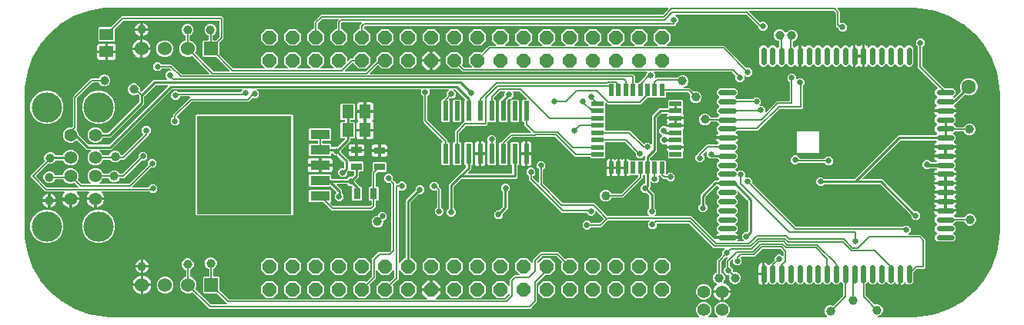
<source format=gbr>
G04 EAGLE Gerber RS-274X export*
G75*
%MOMM*%
%FSLAX34Y34*%
%LPD*%
%INBottom Copper*%
%IPPOS*%
%AMOC8*
5,1,8,0,0,1.08239X$1,22.5*%
G01*
%ADD10R,1.300000X1.500000*%
%ADD11R,10.410000X10.800000*%
%ADD12R,2.159000X1.066800*%
%ADD13C,0.600000*%
%ADD14R,1.530000X1.530000*%
%ADD15C,1.530000*%
%ADD16R,1.200000X0.800000*%
%ADD17R,0.800000X1.200000*%
%ADD18R,1.500000X1.300000*%
%ADD19P,1.649562X8X22.500000*%
%ADD20C,1.408000*%
%ADD21C,1.422400*%
%ADD22C,3.327400*%
%ADD23C,1.000000*%
%ADD24R,0.508000X1.358900*%
%ADD25R,1.358900X0.508000*%
%ADD26R,0.558800X2.184400*%
%ADD27C,1.600000*%
%ADD28C,0.152400*%
%ADD29C,0.654800*%
%ADD30C,0.254000*%
%ADD31C,0.381000*%

G36*
X981635Y4249D02*
X981635Y4249D01*
X981655Y4247D01*
X989912Y4608D01*
X989943Y4614D01*
X990011Y4619D01*
X1006274Y7486D01*
X1006304Y7497D01*
X1006402Y7521D01*
X1021920Y13169D01*
X1021948Y13184D01*
X1022041Y13225D01*
X1036342Y21482D01*
X1036366Y21502D01*
X1036451Y21558D01*
X1049101Y32173D01*
X1049122Y32197D01*
X1049195Y32267D01*
X1059810Y44917D01*
X1059826Y44944D01*
X1059886Y45026D01*
X1068143Y59327D01*
X1068154Y59357D01*
X1068199Y59448D01*
X1073847Y74966D01*
X1073853Y74997D01*
X1073882Y75094D01*
X1076749Y91357D01*
X1076750Y91388D01*
X1076760Y91456D01*
X1077121Y99713D01*
X1077119Y99726D01*
X1077121Y99746D01*
X1077121Y249746D01*
X1077119Y249759D01*
X1077121Y249779D01*
X1076760Y258036D01*
X1076754Y258067D01*
X1076749Y258135D01*
X1073882Y274398D01*
X1073871Y274428D01*
X1073847Y274526D01*
X1068199Y290044D01*
X1068184Y290072D01*
X1068143Y290165D01*
X1059886Y304466D01*
X1059866Y304490D01*
X1059810Y304575D01*
X1049195Y317225D01*
X1049171Y317246D01*
X1049101Y317319D01*
X1036451Y327934D01*
X1036424Y327950D01*
X1036342Y328010D01*
X1022041Y336267D01*
X1022011Y336278D01*
X1021920Y336323D01*
X1006402Y341971D01*
X1006374Y341977D01*
X1006347Y341989D01*
X1006321Y341992D01*
X1006274Y342006D01*
X990011Y344873D01*
X989980Y344874D01*
X989912Y344884D01*
X981655Y345245D01*
X981642Y345243D01*
X981622Y345245D01*
X979448Y345245D01*
X979442Y345246D01*
X899323Y345269D01*
X899252Y345257D01*
X899180Y345256D01*
X899132Y345238D01*
X899080Y345229D01*
X899017Y345196D01*
X898949Y345171D01*
X898909Y345139D01*
X898863Y345114D01*
X898813Y345062D01*
X898757Y345017D01*
X898729Y344974D01*
X898693Y344936D01*
X898663Y344871D01*
X898624Y344810D01*
X898612Y344760D01*
X898590Y344713D01*
X898582Y344642D01*
X898564Y344572D01*
X898568Y344520D01*
X898562Y344468D01*
X898578Y344398D01*
X898583Y344327D01*
X898604Y344279D01*
X898615Y344228D01*
X898652Y344166D01*
X898680Y344100D01*
X898724Y344045D01*
X898741Y344017D01*
X898759Y344002D01*
X898784Y343969D01*
X899884Y342870D01*
X901447Y341307D01*
X901447Y329410D01*
X901450Y329390D01*
X901448Y329371D01*
X901470Y329269D01*
X901486Y329167D01*
X901496Y329150D01*
X901500Y329130D01*
X901553Y329041D01*
X901602Y328950D01*
X901616Y328936D01*
X901626Y328919D01*
X901705Y328852D01*
X901780Y328780D01*
X901798Y328772D01*
X901813Y328759D01*
X901909Y328720D01*
X902003Y328677D01*
X902023Y328675D01*
X902041Y328667D01*
X902208Y328649D01*
X906228Y328649D01*
X909039Y325838D01*
X909039Y321862D01*
X906228Y319051D01*
X902252Y319051D01*
X899441Y321862D01*
X899441Y322559D01*
X899427Y322650D01*
X899419Y322740D01*
X899407Y322770D01*
X899402Y322802D01*
X899359Y322883D01*
X899323Y322967D01*
X899297Y322999D01*
X899286Y323020D01*
X899263Y323042D01*
X899218Y323098D01*
X896873Y325443D01*
X896873Y339097D01*
X896859Y339188D01*
X896851Y339278D01*
X896839Y339308D01*
X896834Y339340D01*
X896791Y339421D01*
X896755Y339505D01*
X896729Y339537D01*
X896718Y339558D01*
X896695Y339580D01*
X896650Y339636D01*
X894626Y341660D01*
X894552Y341713D01*
X894482Y341773D01*
X894452Y341785D01*
X894426Y341804D01*
X894339Y341831D01*
X894254Y341865D01*
X894213Y341869D01*
X894191Y341876D01*
X894159Y341875D01*
X894087Y341883D01*
X802378Y341883D01*
X802308Y341872D01*
X802236Y341870D01*
X802187Y341852D01*
X802136Y341844D01*
X802072Y341810D01*
X802005Y341785D01*
X801964Y341753D01*
X801918Y341728D01*
X801869Y341677D01*
X801813Y341632D01*
X801785Y341588D01*
X801749Y341550D01*
X801719Y341485D01*
X801680Y341425D01*
X801667Y341374D01*
X801645Y341327D01*
X801637Y341256D01*
X801620Y341186D01*
X801624Y341134D01*
X801618Y341083D01*
X801633Y341012D01*
X801639Y340941D01*
X801659Y340893D01*
X801670Y340842D01*
X801707Y340781D01*
X801735Y340715D01*
X801780Y340659D01*
X801797Y340631D01*
X801814Y340616D01*
X801840Y340584D01*
X813025Y329398D01*
X813042Y329387D01*
X813054Y329371D01*
X813142Y329315D01*
X813225Y329255D01*
X813244Y329249D01*
X813261Y329238D01*
X813362Y329213D01*
X813460Y329183D01*
X813480Y329183D01*
X813500Y329178D01*
X813602Y329186D01*
X813706Y329189D01*
X813725Y329196D01*
X813745Y329197D01*
X813839Y329238D01*
X813937Y329273D01*
X813953Y329286D01*
X813971Y329294D01*
X814102Y329398D01*
X814622Y329919D01*
X818598Y329919D01*
X821409Y327108D01*
X821409Y323132D01*
X818598Y320321D01*
X814622Y320321D01*
X811811Y323132D01*
X811811Y323829D01*
X811797Y323920D01*
X811789Y324010D01*
X811777Y324040D01*
X811772Y324072D01*
X811729Y324153D01*
X811693Y324237D01*
X811667Y324269D01*
X811656Y324290D01*
X811633Y324312D01*
X811588Y324368D01*
X798529Y337427D01*
X798455Y337480D01*
X798386Y337540D01*
X798356Y337552D01*
X798329Y337570D01*
X798242Y337597D01*
X798158Y337631D01*
X798117Y337636D01*
X798094Y337643D01*
X798062Y337642D01*
X797991Y337650D01*
X721264Y337650D01*
X721194Y337638D01*
X721122Y337636D01*
X721073Y337619D01*
X721022Y337610D01*
X720958Y337577D01*
X720891Y337552D01*
X720850Y337519D01*
X720804Y337495D01*
X720755Y337443D01*
X720699Y337398D01*
X720671Y337354D01*
X720635Y337317D01*
X720605Y337252D01*
X720566Y337191D01*
X720553Y337141D01*
X720531Y337094D01*
X720523Y337022D01*
X720506Y336953D01*
X720510Y336901D01*
X720504Y336849D01*
X720519Y336779D01*
X720525Y336708D01*
X720545Y336660D01*
X720556Y336609D01*
X720593Y336547D01*
X720621Y336481D01*
X720666Y336425D01*
X720683Y336398D01*
X720700Y336383D01*
X720726Y336350D01*
X723619Y333458D01*
X723619Y329482D01*
X721330Y327193D01*
X721277Y327119D01*
X721217Y327050D01*
X721205Y327020D01*
X721186Y326994D01*
X721159Y326907D01*
X721125Y326822D01*
X721121Y326781D01*
X721114Y326758D01*
X721115Y326726D01*
X721114Y326720D01*
X719767Y325373D01*
X379723Y325373D01*
X379632Y325359D01*
X379542Y325351D01*
X379512Y325339D01*
X379480Y325334D01*
X379399Y325291D01*
X379315Y325255D01*
X379283Y325229D01*
X379262Y325218D01*
X379240Y325195D01*
X379184Y325150D01*
X378210Y324176D01*
X378157Y324102D01*
X378097Y324032D01*
X378085Y324002D01*
X378066Y323976D01*
X378039Y323889D01*
X378005Y323804D01*
X378001Y323763D01*
X377994Y323741D01*
X377995Y323709D01*
X377987Y323637D01*
X377987Y322606D01*
X377990Y322586D01*
X377988Y322567D01*
X378010Y322465D01*
X378026Y322363D01*
X378036Y322346D01*
X378040Y322326D01*
X378093Y322237D01*
X378142Y322146D01*
X378156Y322132D01*
X378166Y322115D01*
X378245Y322048D01*
X378320Y321976D01*
X378338Y321968D01*
X378353Y321955D01*
X378449Y321916D01*
X378543Y321873D01*
X378563Y321871D01*
X378581Y321863D01*
X378748Y321845D01*
X379488Y321845D01*
X384845Y316488D01*
X384845Y308912D01*
X379488Y303555D01*
X371912Y303555D01*
X366555Y308912D01*
X366555Y316488D01*
X371912Y321845D01*
X372652Y321845D01*
X372672Y321848D01*
X372691Y321846D01*
X372793Y321868D01*
X372895Y321884D01*
X372912Y321894D01*
X372932Y321898D01*
X373021Y321951D01*
X373112Y322000D01*
X373126Y322014D01*
X373143Y322024D01*
X373210Y322103D01*
X373282Y322178D01*
X373290Y322196D01*
X373303Y322211D01*
X373342Y322307D01*
X373385Y322401D01*
X373387Y322421D01*
X373395Y322439D01*
X373413Y322606D01*
X373413Y325847D01*
X375450Y327884D01*
X375492Y327942D01*
X375541Y327994D01*
X375563Y328041D01*
X375593Y328083D01*
X375614Y328152D01*
X375645Y328217D01*
X375650Y328269D01*
X375666Y328319D01*
X375664Y328390D01*
X375672Y328461D01*
X375661Y328512D01*
X375659Y328564D01*
X375635Y328632D01*
X375620Y328702D01*
X375593Y328747D01*
X375575Y328795D01*
X375530Y328851D01*
X375493Y328913D01*
X375454Y328947D01*
X375421Y328987D01*
X375361Y329026D01*
X375306Y329073D01*
X375258Y329092D01*
X375214Y329120D01*
X375145Y329138D01*
X375078Y329165D01*
X375007Y329173D01*
X374976Y329181D01*
X374952Y329179D01*
X374912Y329183D01*
X354323Y329183D01*
X354232Y329169D01*
X354142Y329161D01*
X354112Y329149D01*
X354080Y329144D01*
X353999Y329101D01*
X353915Y329065D01*
X353883Y329039D01*
X353862Y329028D01*
X353840Y329005D01*
X353784Y328960D01*
X353030Y328206D01*
X352977Y328132D01*
X352917Y328062D01*
X352905Y328032D01*
X352886Y328006D01*
X352859Y327919D01*
X352825Y327834D01*
X352821Y327793D01*
X352814Y327771D01*
X352815Y327739D01*
X352807Y327667D01*
X352807Y322606D01*
X352810Y322586D01*
X352808Y322567D01*
X352830Y322465D01*
X352846Y322363D01*
X352856Y322346D01*
X352860Y322326D01*
X352913Y322237D01*
X352962Y322146D01*
X352976Y322132D01*
X352986Y322115D01*
X353065Y322048D01*
X353140Y321976D01*
X353158Y321968D01*
X353173Y321955D01*
X353269Y321916D01*
X353363Y321873D01*
X353383Y321871D01*
X353401Y321863D01*
X353568Y321845D01*
X354088Y321845D01*
X359445Y316488D01*
X359445Y308912D01*
X354088Y303555D01*
X346512Y303555D01*
X341155Y308912D01*
X341155Y316488D01*
X346512Y321845D01*
X347472Y321845D01*
X347492Y321848D01*
X347511Y321846D01*
X347613Y321868D01*
X347715Y321884D01*
X347732Y321894D01*
X347752Y321898D01*
X347841Y321951D01*
X347932Y322000D01*
X347946Y322014D01*
X347963Y322024D01*
X348030Y322103D01*
X348102Y322178D01*
X348110Y322196D01*
X348123Y322211D01*
X348162Y322307D01*
X348205Y322401D01*
X348207Y322421D01*
X348215Y322439D01*
X348233Y322606D01*
X348233Y329877D01*
X350050Y331694D01*
X350092Y331752D01*
X350141Y331804D01*
X350163Y331851D01*
X350193Y331893D01*
X350214Y331962D01*
X350245Y332027D01*
X350250Y332079D01*
X350266Y332129D01*
X350264Y332200D01*
X350272Y332271D01*
X350261Y332322D01*
X350259Y332374D01*
X350235Y332442D01*
X350220Y332512D01*
X350193Y332557D01*
X350175Y332605D01*
X350130Y332661D01*
X350093Y332723D01*
X350054Y332757D01*
X350021Y332797D01*
X349961Y332836D01*
X349906Y332883D01*
X349858Y332902D01*
X349814Y332930D01*
X349745Y332948D01*
X349678Y332975D01*
X349607Y332983D01*
X349576Y332991D01*
X349552Y332989D01*
X349512Y332993D01*
X332733Y332993D01*
X332642Y332979D01*
X332552Y332971D01*
X332522Y332959D01*
X332490Y332954D01*
X332409Y332911D01*
X332325Y332875D01*
X332293Y332849D01*
X332272Y332838D01*
X332250Y332815D01*
X332194Y332770D01*
X327630Y328206D01*
X327577Y328132D01*
X327517Y328062D01*
X327505Y328032D01*
X327486Y328006D01*
X327459Y327919D01*
X327425Y327834D01*
X327421Y327793D01*
X327414Y327771D01*
X327415Y327739D01*
X327407Y327667D01*
X327407Y322606D01*
X327410Y322586D01*
X327408Y322567D01*
X327430Y322465D01*
X327446Y322363D01*
X327456Y322346D01*
X327460Y322326D01*
X327513Y322237D01*
X327562Y322146D01*
X327576Y322132D01*
X327586Y322115D01*
X327665Y322048D01*
X327740Y321976D01*
X327758Y321968D01*
X327773Y321955D01*
X327869Y321916D01*
X327963Y321873D01*
X327983Y321871D01*
X328001Y321863D01*
X328168Y321845D01*
X328688Y321845D01*
X334045Y316488D01*
X334045Y308912D01*
X328688Y303555D01*
X321112Y303555D01*
X315755Y308912D01*
X315755Y316488D01*
X321112Y321845D01*
X322072Y321845D01*
X322092Y321848D01*
X322111Y321846D01*
X322213Y321868D01*
X322315Y321884D01*
X322332Y321894D01*
X322352Y321898D01*
X322441Y321951D01*
X322532Y322000D01*
X322546Y322014D01*
X322563Y322024D01*
X322630Y322103D01*
X322702Y322178D01*
X322710Y322196D01*
X322723Y322211D01*
X322762Y322307D01*
X322805Y322401D01*
X322807Y322421D01*
X322815Y322439D01*
X322833Y322606D01*
X322833Y329877D01*
X330523Y337567D01*
X706127Y337567D01*
X706218Y337581D01*
X706308Y337589D01*
X706338Y337601D01*
X706370Y337606D01*
X706451Y337649D01*
X706535Y337685D01*
X706567Y337711D01*
X706588Y337722D01*
X706610Y337745D01*
X706666Y337790D01*
X712899Y344023D01*
X712941Y344081D01*
X712991Y344133D01*
X713013Y344181D01*
X713043Y344223D01*
X713064Y344291D01*
X713094Y344356D01*
X713100Y344408D01*
X713115Y344458D01*
X713113Y344530D01*
X713121Y344601D01*
X713110Y344652D01*
X713109Y344704D01*
X713084Y344771D01*
X713069Y344841D01*
X713042Y344886D01*
X713025Y344935D01*
X712980Y344991D01*
X712943Y345052D01*
X712903Y345086D01*
X712871Y345127D01*
X712811Y345166D01*
X712756Y345212D01*
X712708Y345232D01*
X712664Y345260D01*
X712594Y345278D01*
X712528Y345304D01*
X712457Y345312D01*
X712425Y345320D01*
X712402Y345318D01*
X712361Y345323D01*
X100000Y345499D01*
X99987Y345497D01*
X99967Y345499D01*
X91710Y345138D01*
X91679Y345132D01*
X91611Y345127D01*
X75348Y342260D01*
X75318Y342249D01*
X75220Y342225D01*
X59702Y336577D01*
X59674Y336562D01*
X59581Y336521D01*
X45280Y328264D01*
X45256Y328244D01*
X45171Y328188D01*
X32521Y317573D01*
X32500Y317549D01*
X32427Y317479D01*
X21812Y304829D01*
X21796Y304802D01*
X21736Y304720D01*
X13479Y290419D01*
X13468Y290389D01*
X13423Y290298D01*
X7775Y274780D01*
X7769Y274749D01*
X7755Y274703D01*
X7752Y274695D01*
X7751Y274688D01*
X7740Y274652D01*
X4873Y258389D01*
X4872Y258358D01*
X4862Y258290D01*
X4501Y250033D01*
X4503Y250020D01*
X4501Y250000D01*
X4501Y100000D01*
X4503Y99987D01*
X4501Y99967D01*
X4862Y91710D01*
X4868Y91679D01*
X4873Y91611D01*
X7740Y75348D01*
X7751Y75318D01*
X7775Y75220D01*
X13423Y59702D01*
X13438Y59674D01*
X13479Y59581D01*
X21736Y45280D01*
X21756Y45256D01*
X21812Y45171D01*
X32427Y32521D01*
X32451Y32500D01*
X32521Y32427D01*
X45171Y21812D01*
X45198Y21796D01*
X45280Y21736D01*
X59581Y13479D01*
X59611Y13468D01*
X59702Y13423D01*
X75220Y7775D01*
X75250Y7769D01*
X75348Y7740D01*
X91611Y4873D01*
X91642Y4872D01*
X91710Y4862D01*
X99967Y4501D01*
X99980Y4503D01*
X100000Y4501D01*
X102174Y4501D01*
X102180Y4500D01*
X745807Y4315D01*
X745878Y4326D01*
X745950Y4328D01*
X745998Y4346D01*
X746050Y4354D01*
X746113Y4388D01*
X746181Y4413D01*
X746221Y4445D01*
X746267Y4469D01*
X746317Y4521D01*
X746373Y4566D01*
X746401Y4610D01*
X746437Y4648D01*
X746467Y4713D01*
X746506Y4773D01*
X746518Y4824D01*
X746540Y4871D01*
X746548Y4942D01*
X746566Y5012D01*
X746562Y5063D01*
X746567Y5115D01*
X746552Y5185D01*
X746547Y5257D01*
X746526Y5305D01*
X746515Y5356D01*
X746478Y5417D01*
X746450Y5483D01*
X746406Y5539D01*
X746389Y5567D01*
X746371Y5582D01*
X746345Y5614D01*
X744427Y7532D01*
X743123Y10680D01*
X743123Y14088D01*
X744427Y17236D01*
X746836Y19645D01*
X749984Y20949D01*
X753392Y20949D01*
X756540Y19645D01*
X758949Y17236D01*
X760253Y14088D01*
X760253Y10680D01*
X758949Y7532D01*
X757027Y5611D01*
X756986Y5553D01*
X756936Y5501D01*
X756914Y5453D01*
X756884Y5411D01*
X756863Y5343D01*
X756832Y5278D01*
X756827Y5226D01*
X756811Y5176D01*
X756813Y5104D01*
X756805Y5033D01*
X756816Y4982D01*
X756818Y4930D01*
X756842Y4863D01*
X756857Y4793D01*
X756884Y4748D01*
X756902Y4699D01*
X756947Y4643D01*
X756984Y4582D01*
X757023Y4548D01*
X757056Y4507D01*
X757116Y4468D01*
X757170Y4422D01*
X757219Y4402D01*
X757263Y4374D01*
X757332Y4357D01*
X757399Y4330D01*
X757470Y4322D01*
X757501Y4314D01*
X757525Y4316D01*
X757565Y4311D01*
X765813Y4309D01*
X765884Y4320D01*
X765955Y4322D01*
X766004Y4340D01*
X766055Y4349D01*
X766119Y4382D01*
X766186Y4407D01*
X766227Y4439D01*
X766273Y4464D01*
X766322Y4516D01*
X766378Y4560D01*
X766406Y4604D01*
X766442Y4642D01*
X766473Y4707D01*
X766511Y4767D01*
X766524Y4818D01*
X766546Y4865D01*
X766554Y4936D01*
X766571Y5006D01*
X766567Y5058D01*
X766573Y5109D01*
X766558Y5180D01*
X766552Y5251D01*
X766532Y5299D01*
X766521Y5350D01*
X766484Y5411D01*
X766456Y5477D01*
X766411Y5533D01*
X766395Y5561D01*
X766377Y5576D01*
X766351Y5608D01*
X764427Y7532D01*
X763123Y10680D01*
X763123Y14088D01*
X764427Y17236D01*
X766836Y19645D01*
X769984Y20949D01*
X773392Y20949D01*
X776540Y19645D01*
X778949Y17236D01*
X780253Y14088D01*
X780253Y10680D01*
X778949Y7532D01*
X777021Y5605D01*
X776980Y5547D01*
X776930Y5495D01*
X776908Y5448D01*
X776878Y5405D01*
X776857Y5337D01*
X776827Y5272D01*
X776821Y5220D01*
X776806Y5170D01*
X776807Y5099D01*
X776799Y5028D01*
X776811Y4976D01*
X776812Y4924D01*
X776836Y4857D01*
X776852Y4787D01*
X776878Y4742D01*
X776896Y4693D01*
X776941Y4637D01*
X776978Y4576D01*
X777017Y4542D01*
X777050Y4501D01*
X777110Y4463D01*
X777165Y4416D01*
X777213Y4397D01*
X777257Y4368D01*
X777326Y4351D01*
X777393Y4324D01*
X777464Y4316D01*
X777495Y4308D01*
X777519Y4310D01*
X777559Y4306D01*
X886615Y4274D01*
X886685Y4286D01*
X886757Y4288D01*
X886806Y4305D01*
X886857Y4314D01*
X886921Y4347D01*
X886988Y4372D01*
X887029Y4404D01*
X887075Y4429D01*
X887124Y4481D01*
X887180Y4526D01*
X887208Y4569D01*
X887244Y4607D01*
X887274Y4672D01*
X887313Y4733D01*
X887326Y4783D01*
X887348Y4830D01*
X887356Y4902D01*
X887373Y4971D01*
X887369Y5023D01*
X887375Y5075D01*
X887360Y5145D01*
X887354Y5216D01*
X887334Y5264D01*
X887323Y5315D01*
X887286Y5377D01*
X887258Y5443D01*
X887213Y5499D01*
X887197Y5526D01*
X887179Y5541D01*
X887153Y5574D01*
X885501Y7226D01*
X884507Y9624D01*
X884507Y12220D01*
X885501Y14618D01*
X887336Y16453D01*
X889734Y17447D01*
X892330Y17447D01*
X893269Y17058D01*
X893383Y17031D01*
X893496Y17002D01*
X893503Y17003D01*
X893509Y17001D01*
X893625Y17012D01*
X893741Y17022D01*
X893747Y17024D01*
X893754Y17025D01*
X893861Y17072D01*
X893968Y17118D01*
X893974Y17123D01*
X893978Y17125D01*
X893992Y17137D01*
X894099Y17223D01*
X904690Y27814D01*
X904743Y27888D01*
X904803Y27958D01*
X904815Y27988D01*
X904834Y28014D01*
X904861Y28101D01*
X904895Y28186D01*
X904899Y28227D01*
X904906Y28249D01*
X904905Y28281D01*
X904913Y28353D01*
X904913Y40672D01*
X904899Y40763D01*
X904891Y40853D01*
X904879Y40883D01*
X904874Y40915D01*
X904831Y40996D01*
X904795Y41080D01*
X904769Y41112D01*
X904758Y41133D01*
X904735Y41155D01*
X904690Y41211D01*
X902738Y43163D01*
X902722Y43174D01*
X902710Y43190D01*
X902622Y43246D01*
X902539Y43306D01*
X902520Y43312D01*
X902503Y43323D01*
X902402Y43348D01*
X902303Y43379D01*
X902284Y43378D01*
X902264Y43383D01*
X902161Y43375D01*
X902058Y43372D01*
X902039Y43365D01*
X902019Y43364D01*
X901924Y43324D01*
X901827Y43288D01*
X901811Y43275D01*
X901793Y43268D01*
X901662Y43163D01*
X899074Y40575D01*
X895326Y40575D01*
X892738Y43163D01*
X892722Y43174D01*
X892710Y43190D01*
X892622Y43246D01*
X892539Y43306D01*
X892520Y43312D01*
X892503Y43323D01*
X892402Y43348D01*
X892303Y43379D01*
X892284Y43378D01*
X892264Y43383D01*
X892161Y43375D01*
X892058Y43372D01*
X892039Y43365D01*
X892019Y43364D01*
X891924Y43324D01*
X891827Y43288D01*
X891811Y43275D01*
X891793Y43268D01*
X891662Y43163D01*
X889074Y40575D01*
X885326Y40575D01*
X882738Y43163D01*
X882722Y43174D01*
X882710Y43190D01*
X882622Y43246D01*
X882539Y43306D01*
X882520Y43312D01*
X882503Y43323D01*
X882402Y43348D01*
X882303Y43379D01*
X882284Y43378D01*
X882264Y43383D01*
X882161Y43375D01*
X882058Y43372D01*
X882039Y43365D01*
X882019Y43364D01*
X881924Y43324D01*
X881827Y43288D01*
X881811Y43275D01*
X881793Y43268D01*
X881662Y43163D01*
X879074Y40575D01*
X875326Y40575D01*
X872738Y43163D01*
X872722Y43174D01*
X872710Y43190D01*
X872622Y43246D01*
X872539Y43306D01*
X872520Y43312D01*
X872503Y43323D01*
X872402Y43348D01*
X872303Y43379D01*
X872284Y43378D01*
X872264Y43383D01*
X872161Y43375D01*
X872058Y43372D01*
X872039Y43365D01*
X872019Y43364D01*
X871924Y43324D01*
X871827Y43288D01*
X871811Y43275D01*
X871793Y43268D01*
X871662Y43163D01*
X869074Y40575D01*
X865326Y40575D01*
X862738Y43163D01*
X862722Y43174D01*
X862710Y43190D01*
X862622Y43246D01*
X862539Y43306D01*
X862520Y43312D01*
X862503Y43323D01*
X862402Y43348D01*
X862303Y43379D01*
X862284Y43378D01*
X862264Y43383D01*
X862161Y43375D01*
X862058Y43372D01*
X862039Y43365D01*
X862019Y43364D01*
X861924Y43324D01*
X861827Y43288D01*
X861811Y43275D01*
X861793Y43268D01*
X861662Y43163D01*
X859074Y40575D01*
X855326Y40575D01*
X852738Y43163D01*
X852722Y43174D01*
X852710Y43190D01*
X852622Y43246D01*
X852539Y43306D01*
X852520Y43312D01*
X852503Y43323D01*
X852402Y43348D01*
X852303Y43379D01*
X852284Y43378D01*
X852264Y43383D01*
X852161Y43375D01*
X852058Y43372D01*
X852039Y43365D01*
X852019Y43364D01*
X851924Y43324D01*
X851827Y43288D01*
X851811Y43275D01*
X851793Y43268D01*
X851662Y43163D01*
X849074Y40575D01*
X845326Y40575D01*
X842738Y43163D01*
X842722Y43174D01*
X842710Y43190D01*
X842622Y43246D01*
X842539Y43306D01*
X842520Y43312D01*
X842503Y43323D01*
X842402Y43348D01*
X842303Y43379D01*
X842284Y43378D01*
X842264Y43383D01*
X842161Y43375D01*
X842058Y43372D01*
X842039Y43365D01*
X842019Y43364D01*
X841924Y43324D01*
X841827Y43288D01*
X841811Y43275D01*
X841793Y43268D01*
X841662Y43163D01*
X839074Y40575D01*
X835326Y40575D01*
X832738Y43163D01*
X832722Y43174D01*
X832710Y43190D01*
X832622Y43246D01*
X832539Y43306D01*
X832520Y43312D01*
X832503Y43323D01*
X832402Y43348D01*
X832303Y43379D01*
X832284Y43378D01*
X832264Y43383D01*
X832161Y43375D01*
X832058Y43372D01*
X832039Y43365D01*
X832019Y43364D01*
X831924Y43324D01*
X831827Y43288D01*
X831811Y43275D01*
X831793Y43268D01*
X831662Y43163D01*
X829074Y40575D01*
X825326Y40575D01*
X823293Y42608D01*
X823216Y42663D01*
X823144Y42724D01*
X823117Y42735D01*
X823093Y42752D01*
X823003Y42779D01*
X822915Y42814D01*
X822886Y42815D01*
X822858Y42824D01*
X822764Y42822D01*
X822670Y42826D01*
X822641Y42818D01*
X822612Y42818D01*
X822524Y42785D01*
X822433Y42760D01*
X822409Y42743D01*
X822381Y42733D01*
X822308Y42674D01*
X822230Y42621D01*
X822206Y42593D01*
X822189Y42580D01*
X822171Y42552D01*
X822122Y42493D01*
X821504Y41568D01*
X820732Y40796D01*
X819825Y40190D01*
X818816Y39772D01*
X818699Y39749D01*
X818699Y51362D01*
X818696Y51381D01*
X818698Y51401D01*
X818676Y51503D01*
X818660Y51605D01*
X818650Y51622D01*
X818646Y51642D01*
X818593Y51731D01*
X818544Y51822D01*
X818530Y51836D01*
X818520Y51853D01*
X818441Y51920D01*
X818366Y51991D01*
X818348Y52000D01*
X818333Y52013D01*
X818237Y52051D01*
X818143Y52095D01*
X818123Y52097D01*
X818105Y52104D01*
X818181Y52117D01*
X818198Y52126D01*
X818218Y52130D01*
X818307Y52183D01*
X818398Y52232D01*
X818412Y52246D01*
X818429Y52256D01*
X818496Y52335D01*
X818568Y52410D01*
X818576Y52428D01*
X818589Y52443D01*
X818628Y52540D01*
X818671Y52633D01*
X818673Y52653D01*
X818681Y52671D01*
X818699Y52838D01*
X818699Y64451D01*
X818816Y64428D01*
X819825Y64010D01*
X820732Y63404D01*
X821504Y62632D01*
X822122Y61707D01*
X822186Y61638D01*
X822245Y61565D01*
X822270Y61549D01*
X822290Y61527D01*
X822372Y61483D01*
X822452Y61432D01*
X822480Y61425D01*
X822506Y61411D01*
X822599Y61395D01*
X822690Y61372D01*
X822720Y61374D01*
X822748Y61369D01*
X822842Y61383D01*
X822936Y61391D01*
X822963Y61402D01*
X822991Y61407D01*
X823075Y61450D01*
X823162Y61487D01*
X823191Y61510D01*
X823210Y61520D01*
X823233Y61544D01*
X823293Y61592D01*
X825326Y63625D01*
X825886Y63625D01*
X825976Y63639D01*
X826067Y63647D01*
X826096Y63659D01*
X826128Y63664D01*
X826209Y63707D01*
X826293Y63743D01*
X826325Y63769D01*
X826346Y63780D01*
X826368Y63803D01*
X826424Y63848D01*
X829368Y66792D01*
X829421Y66866D01*
X829481Y66936D01*
X829493Y66966D01*
X829512Y66992D01*
X829539Y67079D01*
X829573Y67164D01*
X829577Y67205D01*
X829584Y67227D01*
X829583Y67259D01*
X829591Y67331D01*
X829591Y70568D01*
X832402Y73379D01*
X836378Y73379D01*
X837888Y71869D01*
X837946Y71827D01*
X837998Y71777D01*
X838045Y71756D01*
X838087Y71725D01*
X838156Y71704D01*
X838221Y71674D01*
X838273Y71668D01*
X838323Y71653D01*
X838394Y71655D01*
X838465Y71647D01*
X838516Y71658D01*
X838568Y71659D01*
X838636Y71684D01*
X838706Y71699D01*
X838751Y71726D01*
X838799Y71744D01*
X838855Y71788D01*
X838917Y71825D01*
X838951Y71865D01*
X838991Y71897D01*
X839030Y71958D01*
X839077Y72012D01*
X839096Y72060D01*
X839124Y72104D01*
X839142Y72174D01*
X839169Y72240D01*
X839177Y72312D01*
X839185Y72343D01*
X839183Y72366D01*
X839187Y72407D01*
X839187Y75981D01*
X839173Y76072D01*
X839165Y76162D01*
X839153Y76192D01*
X839148Y76224D01*
X839105Y76305D01*
X839069Y76389D01*
X839043Y76421D01*
X839032Y76442D01*
X839009Y76464D01*
X838964Y76520D01*
X836206Y79278D01*
X836132Y79331D01*
X836062Y79391D01*
X836032Y79403D01*
X836006Y79422D01*
X835919Y79449D01*
X835834Y79483D01*
X835793Y79487D01*
X835771Y79494D01*
X835739Y79493D01*
X835667Y79501D01*
X816431Y79501D01*
X816341Y79487D01*
X816250Y79479D01*
X816220Y79467D01*
X816188Y79462D01*
X816108Y79419D01*
X816024Y79383D01*
X815992Y79357D01*
X815971Y79346D01*
X815949Y79323D01*
X815893Y79278D01*
X807762Y71147D01*
X793263Y71147D01*
X793173Y71133D01*
X793082Y71125D01*
X793052Y71113D01*
X793020Y71108D01*
X792939Y71065D01*
X792855Y71029D01*
X792823Y71003D01*
X792802Y70992D01*
X792780Y70969D01*
X792724Y70924D01*
X792186Y70387D01*
X792175Y70370D01*
X792159Y70358D01*
X792103Y70270D01*
X792043Y70187D01*
X792037Y70168D01*
X792026Y70151D01*
X792001Y70051D01*
X791971Y69952D01*
X791971Y69932D01*
X791966Y69912D01*
X791974Y69809D01*
X791977Y69706D01*
X791984Y69687D01*
X791985Y69667D01*
X792026Y69572D01*
X792061Y69475D01*
X792074Y69459D01*
X792082Y69441D01*
X792186Y69310D01*
X793215Y68282D01*
X793215Y64306D01*
X790404Y61495D01*
X786428Y61495D01*
X783617Y64306D01*
X783617Y66838D01*
X783606Y66908D01*
X783604Y66980D01*
X783586Y67029D01*
X783578Y67080D01*
X783544Y67144D01*
X783519Y67211D01*
X783487Y67252D01*
X783462Y67298D01*
X783410Y67347D01*
X783366Y67403D01*
X783322Y67431D01*
X783284Y67467D01*
X783219Y67497D01*
X783159Y67536D01*
X783108Y67549D01*
X783061Y67571D01*
X782990Y67579D01*
X782920Y67596D01*
X782868Y67592D01*
X782817Y67598D01*
X782746Y67583D01*
X782675Y67577D01*
X782627Y67557D01*
X782576Y67546D01*
X782515Y67509D01*
X782449Y67481D01*
X782393Y67436D01*
X782365Y67419D01*
X782350Y67402D01*
X782318Y67376D01*
X780512Y65570D01*
X780459Y65496D01*
X780399Y65426D01*
X780387Y65396D01*
X780368Y65370D01*
X780341Y65283D01*
X780307Y65198D01*
X780303Y65157D01*
X780296Y65135D01*
X780297Y65103D01*
X780289Y65031D01*
X780289Y60949D01*
X780303Y60859D01*
X780311Y60768D01*
X780323Y60738D01*
X780328Y60706D01*
X780371Y60626D01*
X780407Y60542D01*
X780433Y60510D01*
X780444Y60489D01*
X780467Y60467D01*
X780512Y60411D01*
X783309Y57614D01*
X783309Y54636D01*
X783316Y54591D01*
X783314Y54545D01*
X783336Y54470D01*
X783348Y54393D01*
X783370Y54353D01*
X783383Y54309D01*
X783427Y54245D01*
X783464Y54176D01*
X783497Y54145D01*
X783523Y54107D01*
X783586Y54060D01*
X783642Y54007D01*
X783684Y53987D01*
X783720Y53960D01*
X783794Y53936D01*
X783865Y53903D01*
X783911Y53898D01*
X783954Y53884D01*
X784032Y53885D01*
X784109Y53876D01*
X784154Y53886D01*
X784200Y53886D01*
X784331Y53924D01*
X784350Y53928D01*
X784354Y53931D01*
X784361Y53933D01*
X784578Y54023D01*
X787174Y54023D01*
X789572Y53029D01*
X791407Y51194D01*
X792401Y48796D01*
X792401Y46200D01*
X791407Y43802D01*
X789572Y41967D01*
X787174Y40973D01*
X784578Y40973D01*
X782180Y41967D01*
X780345Y43802D01*
X779351Y46200D01*
X779351Y48796D01*
X779757Y49775D01*
X779767Y49819D01*
X779787Y49861D01*
X779795Y49938D01*
X779813Y50014D01*
X779809Y50060D01*
X779814Y50105D01*
X779797Y50182D01*
X779790Y50259D01*
X779771Y50301D01*
X779761Y50346D01*
X779721Y50413D01*
X779690Y50484D01*
X779659Y50518D01*
X779635Y50557D01*
X779576Y50608D01*
X779523Y50665D01*
X779483Y50687D01*
X779448Y50717D01*
X779376Y50746D01*
X779308Y50783D01*
X779263Y50792D01*
X779220Y50809D01*
X779084Y50824D01*
X779066Y50827D01*
X779061Y50826D01*
X779053Y50827D01*
X776522Y50827D01*
X773711Y53638D01*
X773711Y57614D01*
X775492Y59395D01*
X775545Y59469D01*
X775605Y59538D01*
X775617Y59568D01*
X775636Y59594D01*
X775663Y59681D01*
X775697Y59766D01*
X775701Y59807D01*
X775708Y59830D01*
X775707Y59862D01*
X775715Y59933D01*
X775715Y67241D01*
X777277Y68803D01*
X777306Y68831D01*
X777348Y68890D01*
X777397Y68942D01*
X777419Y68989D01*
X777449Y69031D01*
X777470Y69100D01*
X777501Y69165D01*
X777506Y69217D01*
X777522Y69266D01*
X777520Y69338D01*
X777528Y69409D01*
X777517Y69460D01*
X777515Y69512D01*
X777491Y69579D01*
X777476Y69650D01*
X777449Y69694D01*
X777431Y69743D01*
X777386Y69799D01*
X777349Y69861D01*
X777310Y69895D01*
X777278Y69935D01*
X777217Y69974D01*
X777162Y70021D01*
X777114Y70040D01*
X777071Y70068D01*
X777001Y70086D01*
X776934Y70113D01*
X776863Y70121D01*
X776832Y70129D01*
X776809Y70127D01*
X776768Y70131D01*
X775737Y70131D01*
X775646Y70117D01*
X775556Y70109D01*
X775526Y70097D01*
X775494Y70092D01*
X775413Y70049D01*
X775329Y70013D01*
X775297Y69987D01*
X775276Y69976D01*
X775254Y69953D01*
X775198Y69908D01*
X770860Y65570D01*
X770807Y65496D01*
X770747Y65426D01*
X770735Y65396D01*
X770716Y65370D01*
X770689Y65283D01*
X770655Y65198D01*
X770651Y65157D01*
X770644Y65135D01*
X770645Y65103D01*
X770637Y65031D01*
X770637Y54122D01*
X770656Y54007D01*
X770673Y53891D01*
X770675Y53885D01*
X770676Y53879D01*
X770731Y53776D01*
X770784Y53672D01*
X770789Y53667D01*
X770792Y53662D01*
X770876Y53582D01*
X770960Y53499D01*
X770966Y53496D01*
X770970Y53492D01*
X770987Y53484D01*
X771107Y53418D01*
X772046Y53029D01*
X773881Y51194D01*
X774875Y48796D01*
X774875Y46200D01*
X773881Y43802D01*
X773155Y43076D01*
X773148Y43066D01*
X773138Y43059D01*
X773076Y42966D01*
X773011Y42876D01*
X773008Y42864D01*
X773001Y42854D01*
X772972Y42747D01*
X772939Y42641D01*
X772939Y42629D01*
X772936Y42617D01*
X772942Y42507D01*
X772945Y42395D01*
X772950Y42384D01*
X772950Y42372D01*
X772991Y42269D01*
X773030Y42164D01*
X773037Y42154D01*
X773042Y42143D01*
X773114Y42059D01*
X773184Y41972D01*
X773194Y41965D01*
X773201Y41956D01*
X773297Y41899D01*
X773390Y41839D01*
X773402Y41836D01*
X773412Y41830D01*
X773574Y41785D01*
X773931Y41729D01*
X775366Y41263D01*
X776709Y40578D01*
X777930Y39692D01*
X778996Y38626D01*
X779882Y37405D01*
X780567Y36062D01*
X781033Y34627D01*
X781147Y33907D01*
X772450Y33907D01*
X772430Y33904D01*
X772411Y33906D01*
X772309Y33884D01*
X772207Y33867D01*
X772190Y33858D01*
X772170Y33854D01*
X772081Y33801D01*
X771990Y33752D01*
X771976Y33738D01*
X771959Y33728D01*
X771892Y33649D01*
X771821Y33574D01*
X771812Y33556D01*
X771799Y33541D01*
X771760Y33445D01*
X771717Y33351D01*
X771715Y33331D01*
X771707Y33313D01*
X771689Y33146D01*
X771689Y32383D01*
X771687Y32383D01*
X771687Y33146D01*
X771684Y33166D01*
X771686Y33185D01*
X771664Y33287D01*
X771647Y33389D01*
X771638Y33406D01*
X771634Y33426D01*
X771581Y33515D01*
X771532Y33606D01*
X771518Y33620D01*
X771508Y33637D01*
X771429Y33704D01*
X771354Y33775D01*
X771336Y33784D01*
X771321Y33797D01*
X771225Y33836D01*
X771131Y33879D01*
X771111Y33881D01*
X771093Y33889D01*
X770926Y33907D01*
X762229Y33907D01*
X762343Y34627D01*
X762809Y36062D01*
X763494Y37405D01*
X764380Y38626D01*
X765447Y39692D01*
X766053Y40133D01*
X766127Y40207D01*
X766205Y40278D01*
X766213Y40294D01*
X766226Y40307D01*
X766273Y40402D01*
X766323Y40494D01*
X766327Y40512D01*
X766335Y40528D01*
X766348Y40632D01*
X766367Y40736D01*
X766364Y40754D01*
X766367Y40772D01*
X766346Y40875D01*
X766331Y40979D01*
X766323Y40996D01*
X766319Y41013D01*
X766268Y41104D01*
X766220Y41199D01*
X766207Y41211D01*
X766198Y41227D01*
X766119Y41297D01*
X766044Y41371D01*
X766025Y41382D01*
X766014Y41391D01*
X765985Y41403D01*
X765897Y41452D01*
X764654Y41967D01*
X762819Y43802D01*
X761825Y46200D01*
X761825Y48796D01*
X762819Y51194D01*
X764654Y53029D01*
X765593Y53418D01*
X765693Y53480D01*
X765793Y53540D01*
X765797Y53545D01*
X765802Y53548D01*
X765877Y53639D01*
X765953Y53727D01*
X765955Y53733D01*
X765959Y53738D01*
X766001Y53846D01*
X766045Y53955D01*
X766046Y53963D01*
X766047Y53967D01*
X766048Y53985D01*
X766063Y54122D01*
X766063Y67241D01*
X771964Y73142D01*
X772017Y73216D01*
X772077Y73286D01*
X772089Y73316D01*
X772108Y73342D01*
X772135Y73429D01*
X772169Y73514D01*
X772173Y73555D01*
X772180Y73577D01*
X772179Y73609D01*
X772187Y73681D01*
X772187Y76918D01*
X774261Y78992D01*
X774303Y79050D01*
X774353Y79102D01*
X774374Y79149D01*
X774405Y79191D01*
X774426Y79260D01*
X774456Y79325D01*
X774462Y79377D01*
X774477Y79427D01*
X774475Y79498D01*
X774483Y79569D01*
X774472Y79620D01*
X774471Y79672D01*
X774446Y79740D01*
X774431Y79810D01*
X774404Y79855D01*
X774386Y79903D01*
X774342Y79959D01*
X774305Y80021D01*
X774265Y80055D01*
X774233Y80095D01*
X774172Y80134D01*
X774118Y80181D01*
X774070Y80200D01*
X774026Y80228D01*
X773956Y80246D01*
X773890Y80273D01*
X773818Y80281D01*
X773787Y80289D01*
X773764Y80287D01*
X773723Y80291D01*
X762465Y80291D01*
X735157Y107599D01*
X735083Y107652D01*
X735014Y107712D01*
X734983Y107724D01*
X734957Y107743D01*
X734870Y107770D01*
X734785Y107804D01*
X734744Y107808D01*
X734722Y107815D01*
X734690Y107814D01*
X734619Y107822D01*
X700532Y107822D01*
X700512Y107819D01*
X700493Y107821D01*
X700391Y107799D01*
X700289Y107783D01*
X700272Y107773D01*
X700252Y107769D01*
X700163Y107716D01*
X700072Y107667D01*
X700058Y107653D01*
X700041Y107643D01*
X699974Y107564D01*
X699902Y107489D01*
X699894Y107471D01*
X699881Y107456D01*
X699842Y107360D01*
X699799Y107266D01*
X699797Y107246D01*
X699789Y107228D01*
X699771Y107061D01*
X699771Y104311D01*
X696960Y101500D01*
X692984Y101500D01*
X690173Y104311D01*
X690173Y108287D01*
X691838Y109952D01*
X691880Y110010D01*
X691930Y110062D01*
X691951Y110109D01*
X691982Y110151D01*
X692003Y110220D01*
X692033Y110285D01*
X692039Y110337D01*
X692054Y110387D01*
X692052Y110458D01*
X692060Y110529D01*
X692049Y110580D01*
X692048Y110632D01*
X692023Y110700D01*
X692008Y110770D01*
X691981Y110815D01*
X691963Y110863D01*
X691919Y110919D01*
X691882Y110981D01*
X691842Y111015D01*
X691810Y111055D01*
X691749Y111094D01*
X691695Y111141D01*
X691647Y111160D01*
X691603Y111188D01*
X691533Y111206D01*
X691467Y111233D01*
X691395Y111241D01*
X691364Y111249D01*
X691341Y111247D01*
X691300Y111251D01*
X647058Y111251D01*
X646967Y111237D01*
X646877Y111229D01*
X646847Y111217D01*
X646815Y111212D01*
X646734Y111169D01*
X646650Y111133D01*
X646618Y111107D01*
X646597Y111096D01*
X646575Y111073D01*
X646519Y111028D01*
X645948Y110457D01*
X638868Y103377D01*
X627899Y103377D01*
X627809Y103363D01*
X627718Y103355D01*
X627688Y103343D01*
X627656Y103338D01*
X627576Y103295D01*
X627492Y103259D01*
X627460Y103233D01*
X627439Y103222D01*
X627417Y103199D01*
X627361Y103154D01*
X625072Y100865D01*
X621096Y100865D01*
X618285Y103676D01*
X618285Y107652D01*
X621096Y110463D01*
X625072Y110463D01*
X627361Y108174D01*
X627435Y108121D01*
X627504Y108061D01*
X627534Y108049D01*
X627560Y108030D01*
X627647Y108003D01*
X627732Y107969D01*
X627773Y107965D01*
X627796Y107958D01*
X627828Y107959D01*
X627899Y107951D01*
X636658Y107951D01*
X636749Y107965D01*
X636839Y107973D01*
X636869Y107985D01*
X636901Y107990D01*
X636982Y108033D01*
X637066Y108069D01*
X637098Y108095D01*
X637119Y108106D01*
X637141Y108129D01*
X637197Y108174D01*
X641451Y112428D01*
X641463Y112444D01*
X641478Y112457D01*
X641535Y112544D01*
X641595Y112628D01*
X641601Y112647D01*
X641611Y112664D01*
X641637Y112764D01*
X641667Y112863D01*
X641667Y112883D01*
X641672Y112902D01*
X641664Y113005D01*
X641661Y113109D01*
X641654Y113128D01*
X641652Y113147D01*
X641612Y113242D01*
X641576Y113340D01*
X641564Y113356D01*
X641556Y113374D01*
X641451Y113505D01*
X633732Y121224D01*
X633674Y121266D01*
X633622Y121315D01*
X633575Y121337D01*
X633533Y121367D01*
X633464Y121388D01*
X633399Y121419D01*
X633347Y121424D01*
X633297Y121440D01*
X633226Y121438D01*
X633155Y121446D01*
X633104Y121435D01*
X633052Y121433D01*
X632984Y121409D01*
X632914Y121394D01*
X632869Y121367D01*
X632821Y121349D01*
X632765Y121304D01*
X632703Y121267D01*
X632669Y121228D01*
X632629Y121195D01*
X632590Y121135D01*
X632543Y121080D01*
X632524Y121032D01*
X632496Y120988D01*
X632478Y120919D01*
X632451Y120852D01*
X632443Y120781D01*
X632435Y120750D01*
X632437Y120726D01*
X632433Y120686D01*
X632433Y118944D01*
X629622Y116133D01*
X625646Y116133D01*
X622825Y118955D01*
X622812Y119013D01*
X622796Y119115D01*
X622786Y119132D01*
X622782Y119152D01*
X622729Y119241D01*
X622680Y119332D01*
X622666Y119346D01*
X622656Y119363D01*
X622577Y119430D01*
X622502Y119502D01*
X622484Y119510D01*
X622469Y119523D01*
X622373Y119562D01*
X622279Y119605D01*
X622259Y119607D01*
X622241Y119615D01*
X622074Y119633D01*
X595671Y119633D01*
X559307Y155997D01*
X559307Y159241D01*
X559293Y159331D01*
X559285Y159422D01*
X559273Y159452D01*
X559268Y159484D01*
X559225Y159564D01*
X559189Y159648D01*
X559163Y159680D01*
X559152Y159701D01*
X559129Y159723D01*
X559084Y159779D01*
X556795Y162068D01*
X556795Y166044D01*
X559606Y168855D01*
X563582Y168855D01*
X566393Y166044D01*
X566393Y162068D01*
X564104Y159779D01*
X564051Y159705D01*
X563991Y159636D01*
X563979Y159606D01*
X563960Y159580D01*
X563933Y159493D01*
X563899Y159408D01*
X563895Y159367D01*
X563888Y159344D01*
X563889Y159312D01*
X563881Y159241D01*
X563881Y158207D01*
X563895Y158116D01*
X563903Y158026D01*
X563915Y157996D01*
X563920Y157964D01*
X563963Y157883D01*
X563999Y157799D01*
X564025Y157767D01*
X564036Y157746D01*
X564059Y157724D01*
X564104Y157668D01*
X568911Y152861D01*
X568969Y152819D01*
X569021Y152770D01*
X569069Y152748D01*
X569111Y152717D01*
X569179Y152696D01*
X569244Y152666D01*
X569296Y152660D01*
X569346Y152645D01*
X569418Y152647D01*
X569489Y152639D01*
X569540Y152650D01*
X569592Y152651D01*
X569659Y152676D01*
X569729Y152691D01*
X569774Y152718D01*
X569823Y152736D01*
X569879Y152781D01*
X569940Y152817D01*
X569974Y152857D01*
X570015Y152889D01*
X570054Y152950D01*
X570100Y153004D01*
X570120Y153053D01*
X570148Y153096D01*
X570165Y153166D01*
X570192Y153232D01*
X570200Y153304D01*
X570208Y153335D01*
X570206Y153358D01*
X570211Y153399D01*
X570211Y166654D01*
X570196Y166744D01*
X570189Y166835D01*
X570176Y166864D01*
X570171Y166896D01*
X570128Y166977D01*
X570092Y167061D01*
X570067Y167093D01*
X570056Y167114D01*
X570032Y167136D01*
X569988Y167192D01*
X567699Y169481D01*
X567699Y173456D01*
X570510Y176267D01*
X574485Y176267D01*
X577296Y173456D01*
X577296Y169481D01*
X575007Y167192D01*
X574954Y167118D01*
X574895Y167048D01*
X574882Y167018D01*
X574864Y166992D01*
X574837Y166905D01*
X574803Y166820D01*
X574798Y166779D01*
X574791Y166757D01*
X574792Y166725D01*
X574784Y166654D01*
X574784Y151868D01*
X574799Y151778D01*
X574806Y151687D01*
X574819Y151657D01*
X574824Y151625D01*
X574867Y151544D01*
X574902Y151460D01*
X574928Y151428D01*
X574939Y151408D01*
X574962Y151385D01*
X575007Y151329D01*
X595811Y130526D01*
X595885Y130473D01*
X595954Y130413D01*
X595984Y130401D01*
X596011Y130382D01*
X596097Y130355D01*
X596182Y130321D01*
X596223Y130317D01*
X596246Y130310D01*
X596278Y130311D01*
X596349Y130303D01*
X631516Y130303D01*
X637005Y124814D01*
X637005Y124735D01*
X637019Y124644D01*
X637027Y124554D01*
X637039Y124524D01*
X637044Y124492D01*
X637087Y124411D01*
X637123Y124327D01*
X637149Y124295D01*
X637160Y124274D01*
X637183Y124252D01*
X637228Y124196D01*
X645376Y116048D01*
X645450Y115995D01*
X645520Y115935D01*
X645550Y115923D01*
X645576Y115904D01*
X645663Y115877D01*
X645748Y115843D01*
X645789Y115839D01*
X645811Y115832D01*
X645843Y115833D01*
X645915Y115825D01*
X690609Y115825D01*
X690680Y115836D01*
X690751Y115838D01*
X690800Y115856D01*
X690852Y115864D01*
X690915Y115898D01*
X690982Y115923D01*
X691023Y115955D01*
X691069Y115980D01*
X691119Y116032D01*
X691175Y116076D01*
X691203Y116120D01*
X691239Y116158D01*
X691269Y116223D01*
X691308Y116283D01*
X691320Y116334D01*
X691342Y116381D01*
X691350Y116452D01*
X691368Y116522D01*
X691364Y116574D01*
X691369Y116625D01*
X691354Y116696D01*
X691348Y116767D01*
X691328Y116815D01*
X691317Y116866D01*
X691280Y116927D01*
X691252Y116993D01*
X691207Y117049D01*
X691191Y117077D01*
X691173Y117092D01*
X691147Y117124D01*
X689637Y118634D01*
X689637Y122610D01*
X691418Y124391D01*
X691471Y124465D01*
X691531Y124534D01*
X691543Y124564D01*
X691562Y124590D01*
X691589Y124677D01*
X691623Y124762D01*
X691627Y124803D01*
X691634Y124826D01*
X691633Y124858D01*
X691641Y124929D01*
X691641Y137945D01*
X691627Y138035D01*
X691619Y138126D01*
X691607Y138156D01*
X691602Y138188D01*
X691559Y138268D01*
X691523Y138352D01*
X691497Y138384D01*
X691486Y138405D01*
X691463Y138427D01*
X691418Y138483D01*
X688393Y141508D01*
X688320Y141561D01*
X688250Y141621D01*
X688220Y141633D01*
X688194Y141652D01*
X688107Y141679D01*
X688022Y141713D01*
X687981Y141717D01*
X687959Y141724D01*
X687926Y141723D01*
X687855Y141731D01*
X685336Y141731D01*
X682525Y144542D01*
X682525Y148518D01*
X685336Y151329D01*
X686562Y151329D01*
X686582Y151332D01*
X686601Y151330D01*
X686703Y151352D01*
X686805Y151368D01*
X686822Y151378D01*
X686842Y151382D01*
X686931Y151435D01*
X687022Y151484D01*
X687036Y151498D01*
X687053Y151508D01*
X687120Y151587D01*
X687192Y151662D01*
X687200Y151680D01*
X687213Y151695D01*
X687252Y151791D01*
X687295Y151885D01*
X687297Y151905D01*
X687305Y151923D01*
X687323Y152090D01*
X687323Y159832D01*
X687320Y159852D01*
X687322Y159871D01*
X687300Y159973D01*
X687284Y160075D01*
X687274Y160092D01*
X687270Y160112D01*
X687217Y160201D01*
X687168Y160292D01*
X687154Y160306D01*
X687144Y160323D01*
X687065Y160390D01*
X686990Y160462D01*
X686972Y160470D01*
X686957Y160483D01*
X686861Y160522D01*
X686767Y160565D01*
X686747Y160567D01*
X686729Y160575D01*
X686578Y160591D01*
X686286Y160883D01*
X686270Y160895D01*
X686258Y160911D01*
X686171Y160967D01*
X686087Y161027D01*
X686068Y161033D01*
X686051Y161044D01*
X685950Y161069D01*
X685852Y161099D01*
X685832Y161099D01*
X685812Y161104D01*
X685709Y161096D01*
X685606Y161093D01*
X685587Y161086D01*
X685567Y161085D01*
X685472Y161044D01*
X685375Y161009D01*
X685359Y160996D01*
X685341Y160988D01*
X685210Y160883D01*
X684911Y160584D01*
X684894Y160582D01*
X684822Y160580D01*
X684773Y160562D01*
X684722Y160554D01*
X684658Y160520D01*
X684591Y160495D01*
X684550Y160463D01*
X684504Y160438D01*
X684455Y160386D01*
X684399Y160342D01*
X684371Y160298D01*
X684335Y160260D01*
X684305Y160195D01*
X684266Y160135D01*
X684253Y160084D01*
X684231Y160037D01*
X684223Y159966D01*
X684206Y159896D01*
X684210Y159844D01*
X684204Y159793D01*
X684219Y159722D01*
X684225Y159651D01*
X684245Y159603D01*
X684256Y159552D01*
X684277Y159518D01*
X684277Y157549D01*
X662617Y135889D01*
X650514Y135889D01*
X650399Y135870D01*
X650283Y135853D01*
X650277Y135851D01*
X650271Y135850D01*
X650168Y135795D01*
X650064Y135742D01*
X650059Y135737D01*
X650054Y135734D01*
X649974Y135650D01*
X649891Y135566D01*
X649888Y135560D01*
X649884Y135556D01*
X649876Y135539D01*
X649810Y135419D01*
X649421Y134480D01*
X647586Y132645D01*
X645188Y131651D01*
X642592Y131651D01*
X640194Y132645D01*
X638359Y134480D01*
X637365Y136878D01*
X637365Y139474D01*
X638359Y141872D01*
X640194Y143707D01*
X642592Y144701D01*
X645188Y144701D01*
X647586Y143707D01*
X649421Y141872D01*
X649810Y140933D01*
X649873Y140832D01*
X649932Y140733D01*
X649937Y140729D01*
X649940Y140724D01*
X650031Y140649D01*
X650119Y140573D01*
X650125Y140571D01*
X650130Y140567D01*
X650238Y140525D01*
X650347Y140481D01*
X650355Y140480D01*
X650359Y140479D01*
X650377Y140478D01*
X650514Y140463D01*
X660407Y140463D01*
X660498Y140477D01*
X660588Y140485D01*
X660618Y140497D01*
X660650Y140502D01*
X660731Y140545D01*
X660815Y140581D01*
X660847Y140607D01*
X660868Y140618D01*
X660890Y140641D01*
X660946Y140686D01*
X679238Y158978D01*
X679291Y159052D01*
X679351Y159122D01*
X679363Y159152D01*
X679382Y159178D01*
X679409Y159265D01*
X679443Y159350D01*
X679447Y159391D01*
X679454Y159413D01*
X679453Y159445D01*
X679461Y159517D01*
X679461Y159832D01*
X679458Y159852D01*
X679460Y159871D01*
X679438Y159973D01*
X679422Y160075D01*
X679412Y160092D01*
X679408Y160112D01*
X679355Y160201D01*
X679306Y160292D01*
X679292Y160306D01*
X679282Y160323D01*
X679203Y160390D01*
X679128Y160462D01*
X679110Y160470D01*
X679095Y160483D01*
X678999Y160522D01*
X678905Y160565D01*
X678885Y160567D01*
X678867Y160575D01*
X678700Y160593D01*
X678576Y160593D01*
X678286Y160883D01*
X678270Y160895D01*
X678258Y160911D01*
X678171Y160967D01*
X678087Y161027D01*
X678068Y161033D01*
X678051Y161044D01*
X677950Y161069D01*
X677852Y161099D01*
X677832Y161099D01*
X677812Y161104D01*
X677709Y161096D01*
X677606Y161093D01*
X677587Y161086D01*
X677567Y161085D01*
X677472Y161044D01*
X677375Y161009D01*
X677359Y160996D01*
X677341Y160988D01*
X677210Y160883D01*
X676920Y160593D01*
X670672Y160593D01*
X670582Y160579D01*
X670491Y160571D01*
X670461Y160559D01*
X670429Y160554D01*
X670348Y160511D01*
X670264Y160475D01*
X670232Y160449D01*
X670212Y160438D01*
X670189Y160415D01*
X670133Y160370D01*
X669848Y160085D01*
X669269Y159750D01*
X668622Y159577D01*
X667017Y159577D01*
X667017Y168404D01*
X667014Y168424D01*
X667016Y168444D01*
X666994Y168545D01*
X666978Y168647D01*
X666968Y168665D01*
X666964Y168684D01*
X666911Y168773D01*
X666862Y168864D01*
X666848Y168878D01*
X666838Y168895D01*
X666813Y168916D01*
X666814Y168918D01*
X666886Y168993D01*
X666894Y169011D01*
X666907Y169026D01*
X666946Y169122D01*
X666989Y169216D01*
X666991Y169235D01*
X666999Y169254D01*
X667017Y169421D01*
X667017Y178248D01*
X668622Y178248D01*
X669269Y178075D01*
X669848Y177740D01*
X670133Y177455D01*
X670207Y177402D01*
X670277Y177342D01*
X670307Y177330D01*
X670333Y177311D01*
X670420Y177284D01*
X670505Y177250D01*
X670546Y177246D01*
X670568Y177239D01*
X670600Y177240D01*
X670672Y177232D01*
X676920Y177232D01*
X677210Y176942D01*
X677226Y176930D01*
X677238Y176914D01*
X677325Y176858D01*
X677409Y176798D01*
X677428Y176792D01*
X677445Y176781D01*
X677546Y176756D01*
X677645Y176726D01*
X677665Y176726D01*
X677684Y176721D01*
X677787Y176729D01*
X677890Y176732D01*
X677909Y176739D01*
X677929Y176740D01*
X678024Y176781D01*
X678121Y176816D01*
X678137Y176829D01*
X678155Y176837D01*
X678286Y176942D01*
X678576Y177232D01*
X684920Y177232D01*
X685210Y176942D01*
X685226Y176930D01*
X685238Y176914D01*
X685326Y176858D01*
X685409Y176798D01*
X685428Y176792D01*
X685445Y176781D01*
X685546Y176756D01*
X685645Y176726D01*
X685664Y176726D01*
X685684Y176721D01*
X685787Y176729D01*
X685890Y176732D01*
X685909Y176739D01*
X685929Y176740D01*
X686024Y176781D01*
X686121Y176816D01*
X686137Y176829D01*
X686155Y176837D01*
X686286Y176942D01*
X686730Y177386D01*
X686783Y177460D01*
X686843Y177529D01*
X686855Y177559D01*
X686874Y177585D01*
X686901Y177672D01*
X686935Y177757D01*
X686939Y177798D01*
X686946Y177820D01*
X686945Y177853D01*
X686953Y177924D01*
X686953Y181182D01*
X686942Y181253D01*
X686940Y181325D01*
X686922Y181374D01*
X686914Y181425D01*
X686880Y181488D01*
X686855Y181556D01*
X686823Y181596D01*
X686798Y181642D01*
X686746Y181692D01*
X686702Y181748D01*
X686658Y181776D01*
X686620Y181812D01*
X686555Y181842D01*
X686495Y181881D01*
X686444Y181893D01*
X686397Y181915D01*
X686326Y181923D01*
X686256Y181941D01*
X686204Y181937D01*
X686153Y181943D01*
X686082Y181927D01*
X686011Y181922D01*
X685963Y181901D01*
X685912Y181890D01*
X685851Y181853D01*
X685785Y181825D01*
X685729Y181781D01*
X685701Y181764D01*
X685686Y181746D01*
X685654Y181721D01*
X683504Y179571D01*
X679529Y179571D01*
X676718Y182382D01*
X676718Y184857D01*
X676703Y184947D01*
X676696Y185038D01*
X676683Y185068D01*
X676678Y185100D01*
X676635Y185180D01*
X676599Y185264D01*
X676574Y185297D01*
X676563Y185317D01*
X676539Y185339D01*
X676495Y185395D01*
X665010Y196880D01*
X664936Y196933D01*
X664866Y196993D01*
X664836Y197005D01*
X664810Y197024D01*
X664723Y197051D01*
X664638Y197085D01*
X664597Y197089D01*
X664575Y197096D01*
X664543Y197095D01*
X664471Y197103D01*
X644093Y197103D01*
X644073Y197100D01*
X644054Y197102D01*
X643952Y197080D01*
X643850Y197064D01*
X643833Y197054D01*
X643813Y197050D01*
X643724Y196997D01*
X643633Y196948D01*
X643619Y196934D01*
X643602Y196924D01*
X643535Y196845D01*
X643463Y196770D01*
X643455Y196752D01*
X643442Y196737D01*
X643403Y196641D01*
X643360Y196547D01*
X643358Y196527D01*
X643350Y196509D01*
X643348Y196493D01*
X643042Y196186D01*
X643030Y196170D01*
X643014Y196158D01*
X642958Y196071D01*
X642898Y195987D01*
X642892Y195968D01*
X642881Y195951D01*
X642856Y195850D01*
X642826Y195751D01*
X642826Y195731D01*
X642821Y195712D01*
X642829Y195609D01*
X642832Y195506D01*
X642839Y195487D01*
X642840Y195467D01*
X642881Y195372D01*
X642916Y195275D01*
X642929Y195259D01*
X642937Y195241D01*
X643042Y195110D01*
X643332Y194820D01*
X643332Y188476D01*
X643042Y188186D01*
X643030Y188170D01*
X643014Y188158D01*
X642958Y188071D01*
X642898Y187987D01*
X642892Y187968D01*
X642881Y187951D01*
X642856Y187850D01*
X642826Y187751D01*
X642826Y187731D01*
X642821Y187712D01*
X642829Y187609D01*
X642832Y187506D01*
X642839Y187487D01*
X642840Y187467D01*
X642881Y187372D01*
X642916Y187275D01*
X642929Y187259D01*
X642937Y187241D01*
X643042Y187110D01*
X643332Y186820D01*
X643332Y180476D01*
X642439Y179583D01*
X627586Y179583D01*
X626693Y180476D01*
X626693Y180600D01*
X626690Y180620D01*
X626692Y180639D01*
X626670Y180741D01*
X626654Y180843D01*
X626644Y180860D01*
X626640Y180880D01*
X626587Y180969D01*
X626538Y181060D01*
X626524Y181074D01*
X626514Y181091D01*
X626435Y181158D01*
X626360Y181230D01*
X626342Y181238D01*
X626327Y181251D01*
X626231Y181290D01*
X626137Y181333D01*
X626117Y181335D01*
X626099Y181343D01*
X625932Y181361D01*
X609924Y181361D01*
X588309Y202976D01*
X588235Y203029D01*
X588166Y203089D01*
X588136Y203101D01*
X588109Y203120D01*
X588023Y203147D01*
X587938Y203181D01*
X587897Y203185D01*
X587874Y203192D01*
X587842Y203191D01*
X587771Y203199D01*
X567675Y203199D01*
X567585Y203185D01*
X567494Y203177D01*
X567464Y203165D01*
X567432Y203160D01*
X567352Y203117D01*
X567268Y203081D01*
X567236Y203055D01*
X567215Y203044D01*
X567193Y203021D01*
X567137Y202976D01*
X567106Y202945D01*
X541267Y202945D01*
X541176Y202931D01*
X541086Y202923D01*
X541056Y202911D01*
X541024Y202906D01*
X540943Y202863D01*
X540859Y202827D01*
X540827Y202801D01*
X540806Y202790D01*
X540795Y202779D01*
X540794Y202778D01*
X540782Y202765D01*
X540728Y202722D01*
X535245Y197239D01*
X535234Y197223D01*
X535218Y197211D01*
X535162Y197123D01*
X535102Y197040D01*
X535096Y197021D01*
X535085Y197004D01*
X535060Y196904D01*
X535029Y196805D01*
X535030Y196785D01*
X535025Y196765D01*
X535033Y196662D01*
X535036Y196559D01*
X535043Y196540D01*
X535044Y196520D01*
X535085Y196425D01*
X535120Y196328D01*
X535133Y196312D01*
X535141Y196294D01*
X535245Y196163D01*
X535375Y196034D01*
X535375Y172926D01*
X534482Y172033D01*
X527630Y172033D01*
X526737Y172926D01*
X526737Y196034D01*
X527630Y196927D01*
X528149Y196927D01*
X528240Y196941D01*
X528330Y196949D01*
X528360Y196961D01*
X528392Y196966D01*
X528473Y197009D01*
X528557Y197045D01*
X528589Y197071D01*
X528610Y197082D01*
X528632Y197105D01*
X528688Y197150D01*
X539057Y207519D01*
X560586Y207519D01*
X560656Y207530D01*
X560728Y207532D01*
X560777Y207550D01*
X560828Y207558D01*
X560892Y207592D01*
X560959Y207617D01*
X561000Y207649D01*
X561046Y207674D01*
X561095Y207726D01*
X561151Y207770D01*
X561179Y207814D01*
X561215Y207852D01*
X561245Y207917D01*
X561284Y207977D01*
X561297Y208028D01*
X561319Y208075D01*
X561327Y208146D01*
X561344Y208216D01*
X561340Y208268D01*
X561346Y208319D01*
X561331Y208389D01*
X561325Y208461D01*
X561305Y208509D01*
X561294Y208560D01*
X561257Y208621D01*
X561229Y208687D01*
X561184Y208743D01*
X561167Y208771D01*
X561150Y208786D01*
X561124Y208818D01*
X555732Y214210D01*
X554169Y215773D01*
X554169Y218516D01*
X554166Y218536D01*
X554168Y218555D01*
X554146Y218657D01*
X554130Y218759D01*
X554120Y218776D01*
X554116Y218796D01*
X554063Y218885D01*
X554014Y218976D01*
X554000Y218990D01*
X553990Y219007D01*
X553911Y219074D01*
X553836Y219146D01*
X553818Y219154D01*
X553803Y219167D01*
X553707Y219206D01*
X553613Y219249D01*
X553593Y219251D01*
X553575Y219259D01*
X553408Y219277D01*
X553030Y219277D01*
X552137Y220170D01*
X552137Y243278D01*
X553030Y244171D01*
X556543Y244171D01*
X556614Y244182D01*
X556686Y244184D01*
X556735Y244202D01*
X556786Y244210D01*
X556849Y244244D01*
X556917Y244269D01*
X556957Y244301D01*
X557003Y244326D01*
X557053Y244378D01*
X557109Y244422D01*
X557137Y244466D01*
X557173Y244504D01*
X557203Y244569D01*
X557242Y244629D01*
X557254Y244680D01*
X557276Y244727D01*
X557284Y244798D01*
X557302Y244868D01*
X557298Y244920D01*
X557303Y244971D01*
X557288Y245042D01*
X557283Y245113D01*
X557262Y245161D01*
X557251Y245212D01*
X557214Y245273D01*
X557186Y245339D01*
X557142Y245395D01*
X557125Y245423D01*
X557107Y245438D01*
X557082Y245470D01*
X549537Y253014D01*
X549464Y253067D01*
X549394Y253127D01*
X549364Y253139D01*
X549338Y253158D01*
X549251Y253185D01*
X549166Y253219D01*
X549125Y253223D01*
X549103Y253230D01*
X549070Y253229D01*
X548999Y253237D01*
X542533Y253237D01*
X542462Y253226D01*
X542391Y253224D01*
X542342Y253206D01*
X542290Y253198D01*
X542227Y253164D01*
X542159Y253139D01*
X542119Y253107D01*
X542073Y253082D01*
X542023Y253030D01*
X541967Y252986D01*
X541939Y252942D01*
X541903Y252904D01*
X541873Y252839D01*
X541834Y252779D01*
X541822Y252728D01*
X541800Y252681D01*
X541792Y252610D01*
X541774Y252540D01*
X541778Y252488D01*
X541773Y252437D01*
X541788Y252366D01*
X541794Y252295D01*
X541814Y252247D01*
X541825Y252196D01*
X541862Y252135D01*
X541890Y252069D01*
X541935Y252013D01*
X541951Y251985D01*
X541969Y251970D01*
X541995Y251938D01*
X542263Y251670D01*
X542263Y247694D01*
X540039Y245470D01*
X539997Y245412D01*
X539947Y245360D01*
X539926Y245313D01*
X539895Y245271D01*
X539874Y245202D01*
X539844Y245137D01*
X539838Y245085D01*
X539823Y245035D01*
X539825Y244964D01*
X539817Y244893D01*
X539828Y244842D01*
X539829Y244790D01*
X539854Y244722D01*
X539869Y244652D01*
X539896Y244607D01*
X539914Y244559D01*
X539958Y244503D01*
X539995Y244441D01*
X540035Y244407D01*
X540067Y244367D01*
X540128Y244328D01*
X540182Y244281D01*
X540230Y244262D01*
X540274Y244234D01*
X540344Y244216D01*
X540410Y244189D01*
X540482Y244181D01*
X540513Y244173D01*
X540536Y244175D01*
X540577Y244171D01*
X547182Y244171D01*
X548075Y243278D01*
X548075Y220170D01*
X547182Y219277D01*
X540330Y219277D01*
X539437Y220170D01*
X539437Y243278D01*
X539743Y243584D01*
X539785Y243642D01*
X539835Y243694D01*
X539857Y243741D01*
X539887Y243783D01*
X539908Y243852D01*
X539938Y243917D01*
X539944Y243969D01*
X539959Y244019D01*
X539957Y244090D01*
X539965Y244161D01*
X539954Y244212D01*
X539953Y244264D01*
X539928Y244332D01*
X539913Y244402D01*
X539886Y244447D01*
X539869Y244495D01*
X539824Y244551D01*
X539787Y244613D01*
X539747Y244647D01*
X539715Y244687D01*
X539655Y244726D01*
X539600Y244773D01*
X539552Y244792D01*
X539508Y244820D01*
X539439Y244838D01*
X539372Y244865D01*
X539301Y244873D01*
X539269Y244881D01*
X539246Y244879D01*
X539205Y244883D01*
X536933Y244883D01*
X536843Y244869D01*
X536752Y244861D01*
X536722Y244849D01*
X536690Y244844D01*
X536609Y244801D01*
X536526Y244765D01*
X536493Y244739D01*
X536473Y244728D01*
X536451Y244705D01*
X536395Y244660D01*
X535598Y243863D01*
X535545Y243789D01*
X535485Y243720D01*
X535473Y243690D01*
X535454Y243664D01*
X535427Y243577D01*
X535393Y243492D01*
X535389Y243451D01*
X535382Y243429D01*
X535383Y243396D01*
X535375Y243325D01*
X535375Y220170D01*
X534482Y219277D01*
X527630Y219277D01*
X526737Y220170D01*
X526737Y243278D01*
X527630Y244171D01*
X527685Y244171D01*
X527775Y244185D01*
X527866Y244193D01*
X527896Y244205D01*
X527928Y244210D01*
X528008Y244253D01*
X528092Y244289D01*
X528124Y244315D01*
X528145Y244326D01*
X528167Y244349D01*
X528223Y244394D01*
X530121Y246292D01*
X532442Y248613D01*
X532495Y248687D01*
X532555Y248756D01*
X532567Y248786D01*
X532586Y248812D01*
X532613Y248899D01*
X532647Y248984D01*
X532651Y249025D01*
X532658Y249047D01*
X532657Y249080D01*
X532665Y249151D01*
X532665Y251670D01*
X532933Y251938D01*
X532975Y251996D01*
X533025Y252048D01*
X533046Y252095D01*
X533077Y252137D01*
X533098Y252206D01*
X533128Y252271D01*
X533134Y252323D01*
X533149Y252373D01*
X533147Y252444D01*
X533155Y252515D01*
X533144Y252566D01*
X533143Y252618D01*
X533118Y252686D01*
X533103Y252756D01*
X533076Y252801D01*
X533058Y252849D01*
X533014Y252905D01*
X532977Y252967D01*
X532937Y253001D01*
X532905Y253041D01*
X532844Y253080D01*
X532790Y253127D01*
X532742Y253146D01*
X532698Y253174D01*
X532628Y253192D01*
X532562Y253219D01*
X532490Y253227D01*
X532459Y253235D01*
X532436Y253233D01*
X532395Y253237D01*
X528059Y253237D01*
X527968Y253223D01*
X527878Y253215D01*
X527848Y253203D01*
X527816Y253198D01*
X527735Y253155D01*
X527651Y253119D01*
X527619Y253093D01*
X527598Y253082D01*
X527576Y253059D01*
X527520Y253014D01*
X520866Y246360D01*
X520813Y246286D01*
X520753Y246216D01*
X520741Y246186D01*
X520722Y246160D01*
X520695Y246073D01*
X520661Y245988D01*
X520657Y245947D01*
X520650Y245925D01*
X520651Y245893D01*
X520643Y245821D01*
X520643Y244932D01*
X520646Y244912D01*
X520644Y244893D01*
X520666Y244791D01*
X520682Y244689D01*
X520692Y244672D01*
X520696Y244652D01*
X520749Y244563D01*
X520798Y244472D01*
X520812Y244458D01*
X520822Y244441D01*
X520901Y244374D01*
X520976Y244302D01*
X520994Y244294D01*
X521009Y244281D01*
X521105Y244242D01*
X521199Y244199D01*
X521219Y244197D01*
X521237Y244189D01*
X521404Y244171D01*
X521782Y244171D01*
X522675Y243278D01*
X522675Y220170D01*
X521782Y219277D01*
X514721Y219277D01*
X514709Y219281D01*
X514636Y219279D01*
X514565Y219287D01*
X514514Y219276D01*
X514463Y219275D01*
X514395Y219251D01*
X514324Y219235D01*
X514280Y219209D01*
X514231Y219191D01*
X514175Y219146D01*
X514113Y219109D01*
X514080Y219070D01*
X514039Y219038D01*
X514000Y218977D01*
X513953Y218922D01*
X513934Y218874D01*
X513906Y218831D01*
X513888Y218761D01*
X513861Y218694D01*
X513853Y218623D01*
X513846Y218592D01*
X513847Y218569D01*
X513843Y218527D01*
X513843Y216731D01*
X512503Y215391D01*
X490663Y215391D01*
X490572Y215377D01*
X490482Y215369D01*
X490452Y215357D01*
X490420Y215352D01*
X490339Y215309D01*
X490255Y215273D01*
X490223Y215247D01*
X490202Y215236D01*
X490180Y215213D01*
X490124Y215168D01*
X482766Y207810D01*
X482713Y207736D01*
X482653Y207666D01*
X482641Y207636D01*
X482622Y207610D01*
X482595Y207523D01*
X482561Y207438D01*
X482557Y207397D01*
X482550Y207375D01*
X482551Y207343D01*
X482543Y207271D01*
X482543Y197688D01*
X482546Y197668D01*
X482544Y197649D01*
X482566Y197547D01*
X482582Y197445D01*
X482592Y197428D01*
X482596Y197408D01*
X482649Y197319D01*
X482698Y197228D01*
X482712Y197214D01*
X482722Y197197D01*
X482801Y197130D01*
X482876Y197058D01*
X482894Y197050D01*
X482909Y197037D01*
X483005Y196998D01*
X483099Y196955D01*
X483119Y196953D01*
X483137Y196945D01*
X483304Y196927D01*
X483682Y196927D01*
X484575Y196034D01*
X484575Y172926D01*
X483682Y172033D01*
X476830Y172033D01*
X475937Y172926D01*
X475937Y196034D01*
X476830Y196927D01*
X477208Y196927D01*
X477228Y196930D01*
X477247Y196928D01*
X477349Y196950D01*
X477451Y196966D01*
X477468Y196976D01*
X477488Y196980D01*
X477577Y197033D01*
X477668Y197082D01*
X477682Y197096D01*
X477699Y197106D01*
X477766Y197185D01*
X477838Y197260D01*
X477846Y197278D01*
X477859Y197293D01*
X477898Y197389D01*
X477941Y197483D01*
X477943Y197503D01*
X477951Y197521D01*
X477969Y197688D01*
X477969Y209481D01*
X488414Y219926D01*
X488460Y219989D01*
X488483Y220014D01*
X488487Y220023D01*
X488527Y220070D01*
X488539Y220100D01*
X488558Y220126D01*
X488585Y220213D01*
X488619Y220298D01*
X488623Y220339D01*
X488630Y220361D01*
X488629Y220393D01*
X488637Y220465D01*
X488637Y243278D01*
X489120Y243760D01*
X489131Y243776D01*
X489147Y243788D01*
X489203Y243876D01*
X489263Y243960D01*
X489269Y243979D01*
X489280Y243995D01*
X489305Y244096D01*
X489335Y244195D01*
X489335Y244215D01*
X489340Y244234D01*
X489332Y244337D01*
X489329Y244441D01*
X489322Y244459D01*
X489321Y244479D01*
X489280Y244574D01*
X489245Y244672D01*
X489232Y244687D01*
X489224Y244705D01*
X489120Y244836D01*
X478402Y255554D01*
X478328Y255607D01*
X478258Y255667D01*
X478228Y255679D01*
X478202Y255698D01*
X478115Y255725D01*
X478030Y255759D01*
X477989Y255763D01*
X477967Y255770D01*
X477935Y255769D01*
X477863Y255777D01*
X477157Y255777D01*
X477086Y255766D01*
X477014Y255764D01*
X476965Y255746D01*
X476914Y255738D01*
X476851Y255704D01*
X476783Y255679D01*
X476743Y255647D01*
X476697Y255622D01*
X476647Y255570D01*
X476591Y255526D01*
X476563Y255482D01*
X476527Y255444D01*
X476497Y255379D01*
X476458Y255319D01*
X476446Y255268D01*
X476424Y255221D01*
X476416Y255150D01*
X476398Y255080D01*
X476402Y255028D01*
X476397Y254977D01*
X476412Y254906D01*
X476417Y254835D01*
X476438Y254787D01*
X476449Y254736D01*
X476486Y254675D01*
X476514Y254609D01*
X476558Y254553D01*
X476575Y254525D01*
X476593Y254510D01*
X476618Y254478D01*
X478761Y252335D01*
X478761Y248360D01*
X475950Y245549D01*
X472872Y245549D01*
X472782Y245534D01*
X472691Y245527D01*
X472661Y245514D01*
X472629Y245509D01*
X472549Y245466D01*
X472465Y245431D01*
X472433Y245405D01*
X472412Y245394D01*
X472390Y245371D01*
X472334Y245326D01*
X471618Y244610D01*
X471607Y244594D01*
X471591Y244582D01*
X471535Y244495D01*
X471475Y244411D01*
X471469Y244392D01*
X471458Y244375D01*
X471433Y244275D01*
X471402Y244176D01*
X471403Y244156D01*
X471398Y244136D01*
X471406Y244033D01*
X471409Y243930D01*
X471416Y243911D01*
X471417Y243891D01*
X471458Y243796D01*
X471493Y243699D01*
X471506Y243683D01*
X471514Y243665D01*
X471618Y243534D01*
X471875Y243278D01*
X471875Y220170D01*
X470982Y219277D01*
X464130Y219277D01*
X463237Y220170D01*
X463237Y243278D01*
X464130Y244171D01*
X464508Y244171D01*
X464528Y244174D01*
X464547Y244172D01*
X464649Y244194D01*
X464751Y244210D01*
X464768Y244220D01*
X464788Y244224D01*
X464877Y244277D01*
X464968Y244326D01*
X464982Y244340D01*
X464999Y244350D01*
X465066Y244429D01*
X465138Y244504D01*
X465146Y244522D01*
X465159Y244537D01*
X465198Y244633D01*
X465219Y244679D01*
X468941Y248401D01*
X468994Y248474D01*
X469053Y248544D01*
X469065Y248574D01*
X469084Y248600D01*
X469111Y248687D01*
X469145Y248772D01*
X469150Y248813D01*
X469157Y248835D01*
X469156Y248868D01*
X469164Y248939D01*
X469164Y252335D01*
X471306Y254478D01*
X471348Y254536D01*
X471397Y254588D01*
X471419Y254635D01*
X471450Y254677D01*
X471471Y254746D01*
X471501Y254811D01*
X471507Y254863D01*
X471522Y254913D01*
X471520Y254984D01*
X471528Y255055D01*
X471517Y255106D01*
X471516Y255158D01*
X471491Y255226D01*
X471476Y255296D01*
X471449Y255341D01*
X471431Y255389D01*
X471386Y255445D01*
X471350Y255507D01*
X471310Y255541D01*
X471278Y255581D01*
X471217Y255620D01*
X471163Y255667D01*
X471114Y255686D01*
X471071Y255714D01*
X471001Y255732D01*
X470935Y255759D01*
X470863Y255767D01*
X470832Y255775D01*
X470809Y255773D01*
X470768Y255777D01*
X450613Y255777D01*
X450542Y255766D01*
X450470Y255764D01*
X450421Y255746D01*
X450370Y255738D01*
X450307Y255704D01*
X450239Y255679D01*
X450199Y255647D01*
X450153Y255622D01*
X450104Y255571D01*
X450047Y255526D01*
X450019Y255482D01*
X449983Y255444D01*
X449953Y255379D01*
X449914Y255319D01*
X449902Y255268D01*
X449880Y255221D01*
X449872Y255150D01*
X449854Y255080D01*
X449858Y255028D01*
X449853Y254977D01*
X449868Y254906D01*
X449874Y254835D01*
X449894Y254787D01*
X449905Y254736D01*
X449942Y254675D01*
X449970Y254609D01*
X450015Y254553D01*
X450031Y254525D01*
X450049Y254510D01*
X450061Y254495D01*
X450061Y250516D01*
X447772Y248227D01*
X447719Y248153D01*
X447659Y248084D01*
X447647Y248054D01*
X447628Y248028D01*
X447601Y247941D01*
X447567Y247856D01*
X447563Y247815D01*
X447556Y247792D01*
X447557Y247760D01*
X447549Y247689D01*
X447549Y221989D01*
X447563Y221898D01*
X447571Y221808D01*
X447583Y221778D01*
X447588Y221746D01*
X447631Y221665D01*
X447667Y221581D01*
X447693Y221549D01*
X447704Y221528D01*
X447727Y221506D01*
X447750Y221477D01*
X447752Y221473D01*
X447755Y221471D01*
X447772Y221450D01*
X469901Y199321D01*
X469901Y197688D01*
X469904Y197668D01*
X469902Y197649D01*
X469924Y197547D01*
X469940Y197445D01*
X469950Y197428D01*
X469954Y197408D01*
X470007Y197319D01*
X470056Y197228D01*
X470070Y197214D01*
X470080Y197197D01*
X470159Y197130D01*
X470234Y197058D01*
X470252Y197050D01*
X470267Y197037D01*
X470363Y196998D01*
X470457Y196955D01*
X470477Y196953D01*
X470495Y196945D01*
X470662Y196927D01*
X470982Y196927D01*
X471875Y196034D01*
X471875Y172926D01*
X470982Y172033D01*
X464130Y172033D01*
X463237Y172926D01*
X463237Y196034D01*
X464151Y196947D01*
X464181Y196958D01*
X464232Y196966D01*
X464296Y197000D01*
X464363Y197025D01*
X464404Y197057D01*
X464450Y197082D01*
X464499Y197134D01*
X464555Y197178D01*
X464583Y197222D01*
X464619Y197260D01*
X464649Y197325D01*
X464688Y197385D01*
X464701Y197436D01*
X464723Y197483D01*
X464731Y197554D01*
X464748Y197624D01*
X464744Y197676D01*
X464750Y197727D01*
X464735Y197798D01*
X464729Y197869D01*
X464709Y197917D01*
X464698Y197968D01*
X464661Y198029D01*
X464633Y198095D01*
X464588Y198151D01*
X464571Y198179D01*
X464554Y198194D01*
X464528Y198226D01*
X444538Y218216D01*
X442975Y219779D01*
X442975Y247689D01*
X442961Y247779D01*
X442953Y247870D01*
X442941Y247900D01*
X442936Y247932D01*
X442893Y248012D01*
X442857Y248096D01*
X442831Y248128D01*
X442820Y248149D01*
X442797Y248171D01*
X442752Y248227D01*
X440463Y250516D01*
X440463Y254497D01*
X440491Y254536D01*
X440541Y254588D01*
X440562Y254635D01*
X440593Y254677D01*
X440614Y254746D01*
X440644Y254811D01*
X440650Y254863D01*
X440665Y254912D01*
X440663Y254984D01*
X440671Y255055D01*
X440660Y255106D01*
X440659Y255158D01*
X440634Y255226D01*
X440619Y255296D01*
X440592Y255341D01*
X440574Y255389D01*
X440530Y255445D01*
X440493Y255507D01*
X440453Y255541D01*
X440421Y255581D01*
X440360Y255620D01*
X440306Y255667D01*
X440258Y255686D01*
X440214Y255714D01*
X440144Y255732D01*
X440078Y255759D01*
X440007Y255767D01*
X439975Y255775D01*
X439952Y255773D01*
X439911Y255777D01*
X260688Y255777D01*
X260618Y255766D01*
X260546Y255764D01*
X260497Y255746D01*
X260446Y255738D01*
X260382Y255704D01*
X260315Y255679D01*
X260274Y255647D01*
X260228Y255622D01*
X260179Y255570D01*
X260123Y255526D01*
X260095Y255482D01*
X260059Y255444D01*
X260029Y255379D01*
X259990Y255319D01*
X259977Y255268D01*
X259955Y255221D01*
X259947Y255150D01*
X259930Y255080D01*
X259934Y255028D01*
X259928Y254977D01*
X259943Y254906D01*
X259949Y254835D01*
X259969Y254787D01*
X259980Y254736D01*
X260017Y254675D01*
X260045Y254609D01*
X260090Y254553D01*
X260107Y254525D01*
X260124Y254510D01*
X260150Y254478D01*
X262478Y252150D01*
X262478Y248174D01*
X259667Y245363D01*
X255376Y245363D01*
X255318Y245354D01*
X255248Y245353D01*
X255222Y245344D01*
X255195Y245342D01*
X255161Y245328D01*
X255134Y245324D01*
X255083Y245297D01*
X255015Y245273D01*
X254993Y245257D01*
X254968Y245246D01*
X254932Y245217D01*
X254916Y245208D01*
X254900Y245191D01*
X254837Y245141D01*
X251457Y241761D01*
X188668Y241761D01*
X188578Y241746D01*
X188487Y241739D01*
X188457Y241726D01*
X188425Y241721D01*
X188345Y241678D01*
X188261Y241643D01*
X188229Y241617D01*
X188208Y241606D01*
X188204Y241602D01*
X188185Y241582D01*
X188130Y241538D01*
X172690Y226098D01*
X172637Y226024D01*
X172577Y225954D01*
X172565Y225924D01*
X172546Y225898D01*
X172519Y225811D01*
X172485Y225726D01*
X172481Y225685D01*
X172474Y225663D01*
X172475Y225631D01*
X172467Y225559D01*
X172467Y225287D01*
X172481Y225197D01*
X172489Y225106D01*
X172501Y225076D01*
X172506Y225044D01*
X172549Y224964D01*
X172585Y224880D01*
X172611Y224848D01*
X172622Y224827D01*
X172645Y224805D01*
X172690Y224749D01*
X174979Y222460D01*
X174979Y218484D01*
X172168Y215673D01*
X168192Y215673D01*
X165381Y218484D01*
X165381Y222460D01*
X167670Y224749D01*
X167723Y224823D01*
X167783Y224892D01*
X167795Y224922D01*
X167814Y224948D01*
X167841Y225035D01*
X167875Y225120D01*
X167879Y225161D01*
X167886Y225184D01*
X167885Y225216D01*
X167893Y225287D01*
X167893Y227769D01*
X169456Y229332D01*
X186474Y246350D01*
X186516Y246408D01*
X186565Y246460D01*
X186587Y246507D01*
X186617Y246549D01*
X186638Y246618D01*
X186669Y246683D01*
X186674Y246735D01*
X186690Y246785D01*
X186688Y246856D01*
X186696Y246927D01*
X186685Y246978D01*
X186683Y247030D01*
X186659Y247098D01*
X186644Y247168D01*
X186617Y247213D01*
X186599Y247261D01*
X186554Y247317D01*
X186517Y247379D01*
X186478Y247413D01*
X186445Y247453D01*
X186385Y247492D01*
X186330Y247539D01*
X186282Y247558D01*
X186238Y247586D01*
X186169Y247604D01*
X186102Y247631D01*
X186031Y247639D01*
X186000Y247647D01*
X185976Y247645D01*
X185936Y247649D01*
X176248Y247649D01*
X176228Y247646D01*
X176209Y247648D01*
X176107Y247626D01*
X176005Y247610D01*
X175988Y247600D01*
X175968Y247596D01*
X175879Y247543D01*
X175788Y247494D01*
X175774Y247480D01*
X175757Y247470D01*
X175690Y247391D01*
X175618Y247316D01*
X175610Y247298D01*
X175597Y247283D01*
X175558Y247187D01*
X175515Y247093D01*
X175513Y247073D01*
X175505Y247055D01*
X175492Y246938D01*
X172676Y244121D01*
X168700Y244121D01*
X165889Y246932D01*
X165889Y250908D01*
X168700Y253719D01*
X172676Y253719D01*
X173949Y252446D01*
X174023Y252393D01*
X174092Y252333D01*
X174122Y252321D01*
X174148Y252302D01*
X174235Y252275D01*
X174320Y252241D01*
X174361Y252237D01*
X174384Y252230D01*
X174416Y252231D01*
X174487Y252223D01*
X242015Y252223D01*
X242035Y252226D01*
X242055Y252224D01*
X242156Y252246D01*
X242258Y252262D01*
X242276Y252272D01*
X242295Y252276D01*
X242384Y252329D01*
X242476Y252378D01*
X242489Y252392D01*
X242506Y252402D01*
X242574Y252481D01*
X242645Y252556D01*
X242653Y252574D01*
X242666Y252589D01*
X242705Y252685D01*
X242749Y252779D01*
X242751Y252799D01*
X242758Y252817D01*
X242777Y252984D01*
X242777Y253119D01*
X244135Y254478D01*
X244177Y254536D01*
X244227Y254588D01*
X244248Y254635D01*
X244279Y254677D01*
X244300Y254746D01*
X244330Y254811D01*
X244336Y254863D01*
X244351Y254913D01*
X244349Y254984D01*
X244357Y255055D01*
X244346Y255106D01*
X244345Y255158D01*
X244320Y255226D01*
X244305Y255296D01*
X244278Y255341D01*
X244260Y255389D01*
X244216Y255445D01*
X244179Y255507D01*
X244139Y255541D01*
X244107Y255581D01*
X244046Y255620D01*
X243992Y255667D01*
X243944Y255686D01*
X243900Y255714D01*
X243830Y255732D01*
X243764Y255759D01*
X243692Y255767D01*
X243661Y255775D01*
X243638Y255773D01*
X243597Y255777D01*
X167197Y255777D01*
X167107Y255763D01*
X167016Y255755D01*
X166986Y255743D01*
X166954Y255738D01*
X166874Y255695D01*
X166790Y255659D01*
X166758Y255633D01*
X166737Y255622D01*
X166715Y255599D01*
X166659Y255554D01*
X99848Y188743D01*
X87917Y188743D01*
X87846Y188732D01*
X87774Y188730D01*
X87725Y188712D01*
X87674Y188704D01*
X87611Y188670D01*
X87543Y188645D01*
X87503Y188613D01*
X87457Y188588D01*
X87407Y188536D01*
X87351Y188492D01*
X87323Y188448D01*
X87287Y188410D01*
X87257Y188345D01*
X87218Y188285D01*
X87206Y188234D01*
X87184Y188187D01*
X87176Y188116D01*
X87158Y188046D01*
X87162Y187994D01*
X87157Y187943D01*
X87172Y187872D01*
X87177Y187801D01*
X87198Y187753D01*
X87209Y187702D01*
X87246Y187641D01*
X87274Y187575D01*
X87318Y187519D01*
X87335Y187491D01*
X87353Y187476D01*
X87378Y187444D01*
X89822Y185000D01*
X90601Y183119D01*
X90663Y183019D01*
X90723Y182919D01*
X90728Y182915D01*
X90731Y182910D01*
X90821Y182835D01*
X90910Y182759D01*
X90916Y182757D01*
X90920Y182753D01*
X91029Y182711D01*
X91138Y182667D01*
X91145Y182666D01*
X91150Y182665D01*
X91168Y182664D01*
X91305Y182649D01*
X97358Y182649D01*
X97473Y182668D01*
X97589Y182685D01*
X97595Y182687D01*
X97601Y182688D01*
X97704Y182743D01*
X97809Y182796D01*
X97813Y182801D01*
X97819Y182804D01*
X97898Y182888D01*
X97981Y182972D01*
X97985Y182978D01*
X97988Y182982D01*
X97996Y182999D01*
X98062Y183119D01*
X98863Y185052D01*
X100698Y186887D01*
X103096Y187881D01*
X105692Y187881D01*
X108090Y186887D01*
X109925Y185052D01*
X110726Y183119D01*
X110788Y183019D01*
X110848Y182919D01*
X110853Y182915D01*
X110856Y182910D01*
X110945Y182835D01*
X111035Y182759D01*
X111041Y182757D01*
X111045Y182753D01*
X111153Y182711D01*
X111263Y182667D01*
X111270Y182666D01*
X111275Y182665D01*
X111293Y182664D01*
X111430Y182649D01*
X112043Y182649D01*
X112134Y182663D01*
X112224Y182671D01*
X112254Y182683D01*
X112286Y182688D01*
X112367Y182731D01*
X112451Y182767D01*
X112483Y182793D01*
X112504Y182804D01*
X112526Y182827D01*
X112582Y182872D01*
X135168Y205457D01*
X135179Y205474D01*
X135195Y205486D01*
X135225Y205533D01*
X135241Y205550D01*
X135254Y205578D01*
X135311Y205657D01*
X135317Y205676D01*
X135328Y205693D01*
X135353Y205794D01*
X135383Y205892D01*
X135383Y205912D01*
X135388Y205932D01*
X135380Y206035D01*
X135377Y206138D01*
X135370Y206157D01*
X135369Y206177D01*
X135328Y206272D01*
X135293Y206369D01*
X135280Y206385D01*
X135272Y206403D01*
X135168Y206534D01*
X133631Y208070D01*
X133631Y212046D01*
X136442Y214857D01*
X140418Y214857D01*
X143229Y212046D01*
X143229Y208070D01*
X140940Y205781D01*
X140887Y205707D01*
X140827Y205638D01*
X140815Y205608D01*
X140796Y205582D01*
X140769Y205495D01*
X140735Y205410D01*
X140731Y205369D01*
X140724Y205346D01*
X140725Y205314D01*
X140717Y205243D01*
X140717Y204539D01*
X114253Y178075D01*
X110606Y178075D01*
X110492Y178057D01*
X110375Y178039D01*
X110369Y178037D01*
X110363Y178036D01*
X110261Y177981D01*
X110156Y177928D01*
X110151Y177923D01*
X110146Y177920D01*
X110065Y177835D01*
X109984Y177752D01*
X109980Y177746D01*
X109977Y177742D01*
X109969Y177725D01*
X109942Y177677D01*
X108090Y175825D01*
X105692Y174831D01*
X103096Y174831D01*
X100698Y175825D01*
X98833Y177690D01*
X98824Y177704D01*
X98764Y177805D01*
X98759Y177809D01*
X98756Y177814D01*
X98666Y177888D01*
X98577Y177965D01*
X98571Y177967D01*
X98566Y177971D01*
X98458Y178013D01*
X98349Y178057D01*
X98341Y178058D01*
X98337Y178059D01*
X98318Y178060D01*
X98182Y178075D01*
X91515Y178075D01*
X91400Y178056D01*
X91284Y178039D01*
X91278Y178037D01*
X91272Y178036D01*
X91170Y177981D01*
X91065Y177928D01*
X91060Y177923D01*
X91055Y177920D01*
X90975Y177836D01*
X90893Y177752D01*
X90889Y177746D01*
X90885Y177742D01*
X90878Y177725D01*
X90812Y177605D01*
X89822Y175216D01*
X87392Y172786D01*
X84218Y171471D01*
X80782Y171471D01*
X77608Y172786D01*
X75178Y175216D01*
X73863Y178390D01*
X73863Y181826D01*
X75178Y185000D01*
X77622Y187444D01*
X77663Y187502D01*
X77713Y187554D01*
X77735Y187601D01*
X77765Y187643D01*
X77786Y187712D01*
X77816Y187777D01*
X77822Y187829D01*
X77837Y187879D01*
X77836Y187950D01*
X77843Y188021D01*
X77832Y188072D01*
X77831Y188124D01*
X77806Y188192D01*
X77791Y188262D01*
X77765Y188306D01*
X77747Y188355D01*
X77702Y188411D01*
X77665Y188473D01*
X77625Y188507D01*
X77593Y188547D01*
X77533Y188586D01*
X77478Y188633D01*
X77430Y188652D01*
X77386Y188680D01*
X77317Y188698D01*
X77250Y188725D01*
X77179Y188733D01*
X77147Y188741D01*
X77124Y188739D01*
X77083Y188743D01*
X73026Y188743D01*
X62691Y199078D01*
X62675Y199090D01*
X62663Y199106D01*
X62575Y199162D01*
X62491Y199222D01*
X62472Y199228D01*
X62456Y199239D01*
X62355Y199264D01*
X62256Y199294D01*
X62236Y199294D01*
X62217Y199299D01*
X62114Y199291D01*
X62011Y199288D01*
X61992Y199281D01*
X61972Y199280D01*
X61877Y199239D01*
X61779Y199204D01*
X61764Y199191D01*
X61746Y199183D01*
X61615Y199078D01*
X60214Y197678D01*
X57040Y196363D01*
X53604Y196363D01*
X50430Y197678D01*
X48000Y200108D01*
X46685Y203282D01*
X46685Y206718D01*
X48000Y209892D01*
X50430Y212322D01*
X53604Y213637D01*
X57150Y213637D01*
X57170Y213640D01*
X57189Y213638D01*
X57291Y213660D01*
X57393Y213676D01*
X57410Y213686D01*
X57430Y213690D01*
X57519Y213743D01*
X57610Y213792D01*
X57624Y213806D01*
X57641Y213816D01*
X57708Y213895D01*
X57780Y213970D01*
X57788Y213988D01*
X57801Y214003D01*
X57840Y214099D01*
X57883Y214193D01*
X57885Y214213D01*
X57893Y214231D01*
X57911Y214398D01*
X57911Y247581D01*
X59474Y249144D01*
X77793Y267463D01*
X85832Y267463D01*
X85947Y267482D01*
X86063Y267499D01*
X86069Y267501D01*
X86075Y267502D01*
X86178Y267557D01*
X86282Y267610D01*
X86287Y267615D01*
X86292Y267618D01*
X86372Y267702D01*
X86455Y267786D01*
X86458Y267792D01*
X86462Y267796D01*
X86470Y267813D01*
X86536Y267933D01*
X86925Y268872D01*
X88760Y270707D01*
X91158Y271701D01*
X93754Y271701D01*
X96152Y270707D01*
X97987Y268872D01*
X98981Y266474D01*
X98981Y263878D01*
X97987Y261480D01*
X96152Y259645D01*
X93754Y258651D01*
X91158Y258651D01*
X88760Y259645D01*
X86925Y261480D01*
X86536Y262419D01*
X86474Y262519D01*
X86414Y262619D01*
X86409Y262623D01*
X86406Y262628D01*
X86315Y262703D01*
X86227Y262779D01*
X86221Y262781D01*
X86216Y262785D01*
X86108Y262827D01*
X85999Y262871D01*
X85991Y262872D01*
X85987Y262873D01*
X85969Y262874D01*
X85832Y262889D01*
X80003Y262889D01*
X79912Y262875D01*
X79822Y262867D01*
X79792Y262855D01*
X79760Y262850D01*
X79679Y262807D01*
X79595Y262771D01*
X79563Y262745D01*
X79542Y262734D01*
X79520Y262711D01*
X79464Y262666D01*
X62708Y245910D01*
X62655Y245836D01*
X62595Y245766D01*
X62583Y245736D01*
X62564Y245710D01*
X62537Y245623D01*
X62503Y245538D01*
X62499Y245497D01*
X62492Y245475D01*
X62493Y245443D01*
X62485Y245372D01*
X62485Y212159D01*
X61969Y211643D01*
X61958Y211627D01*
X61942Y211615D01*
X61886Y211528D01*
X61826Y211444D01*
X61820Y211425D01*
X61809Y211408D01*
X61784Y211308D01*
X61753Y211209D01*
X61754Y211189D01*
X61749Y211169D01*
X61757Y211066D01*
X61760Y210963D01*
X61767Y210944D01*
X61768Y210924D01*
X61809Y210829D01*
X61844Y210732D01*
X61857Y210716D01*
X61865Y210698D01*
X61969Y210567D01*
X62644Y209892D01*
X63959Y206718D01*
X63959Y206031D01*
X63973Y205941D01*
X63981Y205850D01*
X63993Y205820D01*
X63998Y205788D01*
X64041Y205708D01*
X64077Y205624D01*
X64103Y205592D01*
X64114Y205571D01*
X64137Y205549D01*
X64182Y205493D01*
X75119Y194556D01*
X75193Y194503D01*
X75262Y194443D01*
X75292Y194431D01*
X75318Y194412D01*
X75405Y194385D01*
X75490Y194351D01*
X75531Y194347D01*
X75553Y194340D01*
X75586Y194341D01*
X75657Y194333D01*
X97217Y194333D01*
X97307Y194347D01*
X97398Y194355D01*
X97428Y194367D01*
X97460Y194372D01*
X97540Y194415D01*
X97624Y194451D01*
X97656Y194477D01*
X97677Y194488D01*
X97699Y194511D01*
X97755Y194556D01*
X161995Y258796D01*
X162037Y258854D01*
X162087Y258906D01*
X162109Y258953D01*
X162139Y258995D01*
X162160Y259064D01*
X162190Y259129D01*
X162196Y259181D01*
X162211Y259231D01*
X162209Y259302D01*
X162217Y259373D01*
X162206Y259424D01*
X162205Y259476D01*
X162180Y259544D01*
X162165Y259614D01*
X162138Y259659D01*
X162120Y259707D01*
X162076Y259763D01*
X162039Y259825D01*
X161999Y259859D01*
X161967Y259899D01*
X161906Y259938D01*
X161852Y259985D01*
X161804Y260004D01*
X161760Y260032D01*
X161690Y260050D01*
X161624Y260077D01*
X161552Y260085D01*
X161521Y260093D01*
X161498Y260091D01*
X161457Y260095D01*
X148917Y260095D01*
X148827Y260081D01*
X148736Y260073D01*
X148707Y260061D01*
X148675Y260056D01*
X148594Y260013D01*
X148510Y259977D01*
X148478Y259951D01*
X148457Y259940D01*
X148435Y259917D01*
X148379Y259872D01*
X136557Y248050D01*
X136504Y247976D01*
X136444Y247907D01*
X136432Y247877D01*
X136413Y247850D01*
X136387Y247763D01*
X136352Y247679D01*
X136348Y247638D01*
X136341Y247615D01*
X136342Y247583D01*
X136334Y247512D01*
X136334Y239445D01*
X99094Y202205D01*
X91199Y202205D01*
X91085Y202186D01*
X90968Y202169D01*
X90963Y202167D01*
X90957Y202166D01*
X90854Y202111D01*
X90749Y202058D01*
X90745Y202053D01*
X90739Y202050D01*
X90659Y201966D01*
X90577Y201882D01*
X90573Y201876D01*
X90570Y201872D01*
X90562Y201855D01*
X90496Y201735D01*
X89822Y200108D01*
X87392Y197678D01*
X84218Y196363D01*
X80782Y196363D01*
X77608Y197678D01*
X75178Y200108D01*
X73863Y203282D01*
X73863Y206718D01*
X75178Y209892D01*
X77608Y212322D01*
X80782Y213637D01*
X84218Y213637D01*
X87392Y212322D01*
X89822Y209892D01*
X90496Y208265D01*
X90558Y208164D01*
X90618Y208065D01*
X90622Y208061D01*
X90626Y208056D01*
X90716Y207981D01*
X90804Y207905D01*
X90810Y207903D01*
X90815Y207899D01*
X90924Y207857D01*
X91033Y207813D01*
X91040Y207812D01*
X91045Y207811D01*
X91063Y207810D01*
X91199Y207795D01*
X96463Y207795D01*
X96554Y207809D01*
X96644Y207817D01*
X96674Y207829D01*
X96706Y207834D01*
X96787Y207877D01*
X96871Y207913D01*
X96903Y207939D01*
X96924Y207950D01*
X96946Y207973D01*
X97002Y208018D01*
X130521Y241537D01*
X130575Y241611D01*
X130634Y241681D01*
X130646Y241711D01*
X130665Y241737D01*
X130692Y241824D01*
X130726Y241909D01*
X130731Y241950D01*
X130737Y241972D01*
X130737Y242004D01*
X130744Y242076D01*
X130744Y248230D01*
X130730Y248320D01*
X130723Y248411D01*
X130710Y248441D01*
X130705Y248473D01*
X130662Y248553D01*
X130626Y248638D01*
X130601Y248670D01*
X130590Y248690D01*
X130566Y248713D01*
X130521Y248769D01*
X129472Y249818D01*
X129377Y249886D01*
X129283Y249956D01*
X129277Y249958D01*
X129272Y249962D01*
X129161Y249996D01*
X129049Y250033D01*
X129043Y250033D01*
X129037Y250034D01*
X128920Y250031D01*
X128803Y250030D01*
X128796Y250028D01*
X128791Y250028D01*
X128773Y250022D01*
X128642Y249984D01*
X126266Y248999D01*
X123670Y248999D01*
X121272Y249993D01*
X119437Y251828D01*
X118443Y254226D01*
X118443Y256822D01*
X119437Y259220D01*
X121272Y261055D01*
X123670Y262049D01*
X126266Y262049D01*
X128664Y261055D01*
X130499Y259220D01*
X131493Y256822D01*
X131493Y254581D01*
X131507Y254490D01*
X131515Y254400D01*
X131527Y254370D01*
X131532Y254338D01*
X131575Y254257D01*
X131611Y254173D01*
X131637Y254141D01*
X131648Y254120D01*
X131671Y254098D01*
X131716Y254042D01*
X132642Y253116D01*
X132658Y253105D01*
X132670Y253089D01*
X132758Y253033D01*
X132841Y252973D01*
X132860Y252967D01*
X132877Y252956D01*
X132978Y252931D01*
X133077Y252900D01*
X133096Y252901D01*
X133116Y252896D01*
X133219Y252904D01*
X133322Y252907D01*
X133341Y252914D01*
X133361Y252915D01*
X133456Y252955D01*
X133553Y252991D01*
X133569Y253004D01*
X133587Y253011D01*
X133718Y253116D01*
X146287Y265685D01*
X160849Y265685D01*
X160920Y265696D01*
X160991Y265698D01*
X161040Y265716D01*
X161092Y265724D01*
X161155Y265758D01*
X161222Y265783D01*
X161263Y265815D01*
X161309Y265840D01*
X161359Y265892D01*
X161415Y265936D01*
X161443Y265980D01*
X161479Y266018D01*
X161509Y266083D01*
X161548Y266143D01*
X161560Y266194D01*
X161582Y266241D01*
X161590Y266312D01*
X161608Y266382D01*
X161604Y266434D01*
X161609Y266485D01*
X161594Y266556D01*
X161588Y266627D01*
X161568Y266675D01*
X161557Y266726D01*
X161520Y266787D01*
X161492Y266853D01*
X161447Y266909D01*
X161431Y266937D01*
X161413Y266952D01*
X161387Y266984D01*
X159595Y268776D01*
X159595Y272752D01*
X162406Y275563D01*
X165390Y275563D01*
X165460Y275574D01*
X165532Y275576D01*
X165581Y275594D01*
X165632Y275602D01*
X165696Y275636D01*
X165763Y275661D01*
X165804Y275693D01*
X165850Y275718D01*
X165899Y275770D01*
X165955Y275814D01*
X165983Y275858D01*
X166019Y275896D01*
X166049Y275961D01*
X166088Y276021D01*
X166101Y276072D01*
X166123Y276119D01*
X166131Y276190D01*
X166148Y276260D01*
X166144Y276312D01*
X166150Y276363D01*
X166135Y276434D01*
X166129Y276505D01*
X166109Y276553D01*
X166098Y276604D01*
X166061Y276665D01*
X166033Y276731D01*
X165988Y276787D01*
X165971Y276815D01*
X165954Y276830D01*
X165928Y276862D01*
X164884Y277906D01*
X164810Y277959D01*
X164740Y278019D01*
X164710Y278031D01*
X164684Y278050D01*
X164597Y278077D01*
X164512Y278111D01*
X164471Y278115D01*
X164449Y278122D01*
X164417Y278121D01*
X164345Y278129D01*
X155691Y278129D01*
X155601Y278115D01*
X155510Y278107D01*
X155480Y278095D01*
X155448Y278090D01*
X155368Y278047D01*
X155284Y278011D01*
X155252Y277985D01*
X155231Y277974D01*
X155209Y277951D01*
X155153Y277906D01*
X152864Y275617D01*
X148888Y275617D01*
X146077Y278428D01*
X146077Y282404D01*
X148888Y285215D01*
X152864Y285215D01*
X155153Y282926D01*
X155227Y282873D01*
X155296Y282813D01*
X155326Y282801D01*
X155352Y282782D01*
X155439Y282755D01*
X155524Y282721D01*
X155565Y282717D01*
X155588Y282710D01*
X155620Y282711D01*
X155691Y282703D01*
X166555Y282703D01*
X177000Y272258D01*
X177074Y272205D01*
X177144Y272145D01*
X177174Y272133D01*
X177200Y272114D01*
X177287Y272087D01*
X177372Y272053D01*
X177413Y272049D01*
X177435Y272042D01*
X177467Y272043D01*
X177539Y272035D01*
X207094Y272035D01*
X207164Y272046D01*
X207236Y272048D01*
X207285Y272066D01*
X207336Y272074D01*
X207400Y272108D01*
X207467Y272133D01*
X207508Y272165D01*
X207554Y272190D01*
X207603Y272241D01*
X207659Y272286D01*
X207687Y272330D01*
X207723Y272368D01*
X207753Y272433D01*
X207792Y272493D01*
X207805Y272544D01*
X207827Y272591D01*
X207835Y272662D01*
X207852Y272732D01*
X207848Y272784D01*
X207854Y272835D01*
X207839Y272906D01*
X207833Y272977D01*
X207813Y273025D01*
X207802Y273076D01*
X207765Y273137D01*
X207737Y273203D01*
X207692Y273259D01*
X207675Y273287D01*
X207658Y273302D01*
X207632Y273334D01*
X189095Y291871D01*
X189001Y291939D01*
X188906Y292009D01*
X188900Y292011D01*
X188895Y292015D01*
X188784Y292049D01*
X188672Y292085D01*
X188666Y292085D01*
X188660Y292087D01*
X188543Y292084D01*
X188426Y292083D01*
X188419Y292081D01*
X188414Y292081D01*
X188397Y292074D01*
X188265Y292036D01*
X185825Y291025D01*
X182175Y291025D01*
X178803Y292422D01*
X176222Y295003D01*
X174825Y298375D01*
X174825Y302025D01*
X176222Y305397D01*
X178803Y307978D01*
X181243Y308989D01*
X181343Y309050D01*
X181443Y309110D01*
X181447Y309115D01*
X181452Y309118D01*
X181527Y309208D01*
X181603Y309297D01*
X181605Y309303D01*
X181609Y309308D01*
X181651Y309416D01*
X181695Y309525D01*
X181696Y309533D01*
X181697Y309538D01*
X181698Y309556D01*
X181713Y309692D01*
X181713Y314135D01*
X181694Y314250D01*
X181677Y314366D01*
X181675Y314372D01*
X181674Y314378D01*
X181619Y314481D01*
X181566Y314585D01*
X181561Y314590D01*
X181558Y314595D01*
X181474Y314675D01*
X181390Y314758D01*
X181384Y314761D01*
X181380Y314765D01*
X181363Y314772D01*
X181243Y314838D01*
X180200Y315271D01*
X178365Y317106D01*
X177371Y319504D01*
X177371Y322100D01*
X178365Y324498D01*
X180200Y326333D01*
X182598Y327327D01*
X185194Y327327D01*
X187592Y326333D01*
X189427Y324498D01*
X190421Y322100D01*
X190421Y319504D01*
X189427Y317106D01*
X187592Y315271D01*
X186757Y314925D01*
X186657Y314863D01*
X186557Y314803D01*
X186553Y314798D01*
X186548Y314795D01*
X186473Y314705D01*
X186397Y314616D01*
X186395Y314610D01*
X186391Y314605D01*
X186349Y314497D01*
X186305Y314388D01*
X186304Y314380D01*
X186303Y314376D01*
X186302Y314358D01*
X186287Y314221D01*
X186287Y309692D01*
X186306Y309577D01*
X186323Y309461D01*
X186325Y309456D01*
X186326Y309449D01*
X186381Y309347D01*
X186434Y309242D01*
X186439Y309237D01*
X186442Y309232D01*
X186526Y309152D01*
X186610Y309070D01*
X186616Y309066D01*
X186620Y309063D01*
X186637Y309055D01*
X186757Y308989D01*
X189197Y307978D01*
X191778Y305397D01*
X193175Y302025D01*
X193175Y298375D01*
X192164Y295935D01*
X192137Y295821D01*
X192109Y295708D01*
X192109Y295701D01*
X192108Y295695D01*
X192119Y295579D01*
X192128Y295462D01*
X192130Y295457D01*
X192131Y295450D01*
X192179Y295343D01*
X192224Y295236D01*
X192229Y295230D01*
X192231Y295226D01*
X192243Y295212D01*
X192329Y295105D01*
X212102Y275332D01*
X212176Y275279D01*
X212246Y275219D01*
X212276Y275207D01*
X212302Y275188D01*
X212389Y275161D01*
X212474Y275127D01*
X212515Y275123D01*
X212537Y275116D01*
X212569Y275117D01*
X212641Y275109D01*
X229420Y275109D01*
X229490Y275120D01*
X229562Y275122D01*
X229611Y275140D01*
X229662Y275148D01*
X229726Y275182D01*
X229793Y275207D01*
X229834Y275239D01*
X229880Y275264D01*
X229929Y275315D01*
X229985Y275360D01*
X230013Y275404D01*
X230049Y275442D01*
X230079Y275507D01*
X230118Y275567D01*
X230131Y275618D01*
X230153Y275665D01*
X230161Y275736D01*
X230178Y275806D01*
X230174Y275858D01*
X230180Y275909D01*
X230165Y275980D01*
X230159Y276051D01*
X230139Y276099D01*
X230128Y276150D01*
X230091Y276211D01*
X230063Y276277D01*
X230018Y276333D01*
X230001Y276361D01*
X229984Y276376D01*
X229958Y276408D01*
X215564Y290802D01*
X215490Y290855D01*
X215420Y290915D01*
X215390Y290927D01*
X215364Y290946D01*
X215277Y290973D01*
X215192Y291007D01*
X215151Y291011D01*
X215129Y291018D01*
X215097Y291017D01*
X215026Y291025D01*
X201118Y291025D01*
X200225Y291918D01*
X200225Y308482D01*
X201118Y309375D01*
X206352Y309375D01*
X206372Y309378D01*
X206391Y309376D01*
X206493Y309398D01*
X206595Y309414D01*
X206612Y309424D01*
X206632Y309428D01*
X206721Y309481D01*
X206812Y309530D01*
X206826Y309544D01*
X206843Y309554D01*
X206910Y309633D01*
X206982Y309708D01*
X206990Y309726D01*
X207003Y309741D01*
X207042Y309837D01*
X207085Y309931D01*
X207087Y309951D01*
X207095Y309969D01*
X207113Y310136D01*
X207113Y314284D01*
X207094Y314399D01*
X207077Y314515D01*
X207075Y314520D01*
X207074Y314527D01*
X207019Y314629D01*
X206966Y314734D01*
X206961Y314739D01*
X206958Y314744D01*
X206875Y314823D01*
X206790Y314906D01*
X206784Y314910D01*
X206780Y314913D01*
X206763Y314921D01*
X206643Y314987D01*
X205346Y315525D01*
X203511Y317360D01*
X202517Y319758D01*
X202517Y322354D01*
X203511Y324752D01*
X205346Y326587D01*
X207744Y327581D01*
X210340Y327581D01*
X212738Y326587D01*
X214573Y324752D01*
X215567Y322354D01*
X215567Y319758D01*
X214573Y317360D01*
X212738Y315525D01*
X212157Y315284D01*
X212057Y315222D01*
X211957Y315162D01*
X211953Y315158D01*
X211948Y315154D01*
X211873Y315064D01*
X211797Y314975D01*
X211795Y314970D01*
X211791Y314965D01*
X211749Y314856D01*
X211705Y314747D01*
X211704Y314740D01*
X211703Y314735D01*
X211702Y314717D01*
X211687Y314581D01*
X211687Y310136D01*
X211690Y310116D01*
X211688Y310097D01*
X211710Y309995D01*
X211726Y309893D01*
X211736Y309876D01*
X211740Y309856D01*
X211793Y309767D01*
X211842Y309676D01*
X211856Y309662D01*
X211866Y309645D01*
X211945Y309578D01*
X212020Y309506D01*
X212038Y309498D01*
X212053Y309485D01*
X212149Y309446D01*
X212243Y309403D01*
X212263Y309401D01*
X212281Y309393D01*
X212448Y309375D01*
X215026Y309375D01*
X215116Y309389D01*
X215207Y309397D01*
X215236Y309409D01*
X215268Y309414D01*
X215349Y309457D01*
X215433Y309493D01*
X215465Y309519D01*
X215486Y309530D01*
X215508Y309553D01*
X215564Y309598D01*
X218828Y312862D01*
X218881Y312936D01*
X218941Y313006D01*
X218953Y313036D01*
X218972Y313062D01*
X218999Y313149D01*
X219033Y313234D01*
X219037Y313275D01*
X219044Y313297D01*
X219043Y313329D01*
X219051Y313401D01*
X219051Y330454D01*
X219048Y330474D01*
X219050Y330493D01*
X219028Y330595D01*
X219012Y330697D01*
X219002Y330714D01*
X218998Y330734D01*
X218945Y330823D01*
X218896Y330914D01*
X218882Y330928D01*
X218872Y330945D01*
X218793Y331012D01*
X218718Y331084D01*
X218700Y331092D01*
X218685Y331105D01*
X218589Y331144D01*
X218495Y331187D01*
X218475Y331189D01*
X218457Y331197D01*
X218290Y331215D01*
X113701Y331215D01*
X113610Y331201D01*
X113520Y331193D01*
X113490Y331181D01*
X113458Y331176D01*
X113377Y331133D01*
X113293Y331097D01*
X113261Y331071D01*
X113240Y331060D01*
X113218Y331037D01*
X113162Y330992D01*
X104022Y321852D01*
X103969Y321778D01*
X103909Y321708D01*
X103897Y321678D01*
X103878Y321652D01*
X103851Y321565D01*
X103817Y321480D01*
X103813Y321439D01*
X103806Y321417D01*
X103807Y321385D01*
X103799Y321314D01*
X103799Y308706D01*
X102906Y307813D01*
X86642Y307813D01*
X85749Y308706D01*
X85749Y322970D01*
X86642Y323863D01*
X99250Y323863D01*
X99340Y323877D01*
X99431Y323885D01*
X99460Y323897D01*
X99492Y323902D01*
X99573Y323945D01*
X99657Y323981D01*
X99689Y324007D01*
X99710Y324018D01*
X99732Y324041D01*
X99788Y324086D01*
X109928Y334226D01*
X111491Y335789D01*
X221673Y335789D01*
X223625Y333837D01*
X223625Y311191D01*
X218798Y306364D01*
X218745Y306290D01*
X218685Y306220D01*
X218673Y306190D01*
X218654Y306164D01*
X218627Y306077D01*
X218593Y305992D01*
X218589Y305951D01*
X218582Y305929D01*
X218583Y305897D01*
X218575Y305826D01*
X218575Y294574D01*
X218589Y294484D01*
X218597Y294393D01*
X218609Y294364D01*
X218614Y294332D01*
X218657Y294251D01*
X218693Y294167D01*
X218719Y294135D01*
X218730Y294114D01*
X218753Y294092D01*
X218798Y294036D01*
X234454Y278380D01*
X234528Y278327D01*
X234598Y278267D01*
X234628Y278255D01*
X234654Y278236D01*
X234741Y278209D01*
X234826Y278175D01*
X234867Y278171D01*
X234889Y278164D01*
X234921Y278165D01*
X234993Y278157D01*
X268473Y278157D01*
X268544Y278168D01*
X268615Y278170D01*
X268664Y278188D01*
X268716Y278196D01*
X268779Y278230D01*
X268846Y278255D01*
X268887Y278287D01*
X268933Y278312D01*
X268982Y278364D01*
X269038Y278408D01*
X269067Y278452D01*
X269102Y278490D01*
X269133Y278555D01*
X269171Y278615D01*
X269184Y278666D01*
X269206Y278713D01*
X269214Y278784D01*
X269231Y278854D01*
X269227Y278906D01*
X269233Y278957D01*
X269218Y279028D01*
X269212Y279099D01*
X269192Y279147D01*
X269181Y279198D01*
X269144Y279259D01*
X269116Y279325D01*
X269071Y279381D01*
X269055Y279409D01*
X269037Y279424D01*
X269011Y279456D01*
X264955Y283512D01*
X264955Y291088D01*
X270312Y296445D01*
X277888Y296445D01*
X283245Y291088D01*
X283245Y283512D01*
X279189Y279456D01*
X279147Y279398D01*
X279098Y279346D01*
X279076Y279299D01*
X279045Y279257D01*
X279024Y279188D01*
X278994Y279123D01*
X278988Y279071D01*
X278973Y279021D01*
X278975Y278950D01*
X278967Y278879D01*
X278978Y278828D01*
X278979Y278776D01*
X279004Y278708D01*
X279019Y278638D01*
X279046Y278593D01*
X279064Y278545D01*
X279109Y278489D01*
X279145Y278427D01*
X279185Y278393D01*
X279217Y278353D01*
X279278Y278314D01*
X279332Y278267D01*
X279381Y278248D01*
X279424Y278220D01*
X279494Y278202D01*
X279560Y278175D01*
X279632Y278167D01*
X279663Y278159D01*
X279686Y278161D01*
X279727Y278157D01*
X293873Y278157D01*
X293944Y278168D01*
X294015Y278170D01*
X294064Y278188D01*
X294116Y278196D01*
X294179Y278230D01*
X294246Y278255D01*
X294287Y278287D01*
X294333Y278312D01*
X294382Y278364D01*
X294438Y278408D01*
X294467Y278452D01*
X294502Y278490D01*
X294533Y278555D01*
X294571Y278615D01*
X294584Y278666D01*
X294606Y278713D01*
X294614Y278784D01*
X294631Y278854D01*
X294627Y278906D01*
X294633Y278957D01*
X294618Y279028D01*
X294612Y279099D01*
X294592Y279147D01*
X294581Y279198D01*
X294544Y279259D01*
X294516Y279325D01*
X294471Y279381D01*
X294455Y279409D01*
X294437Y279424D01*
X294411Y279456D01*
X290355Y283512D01*
X290355Y291088D01*
X295712Y296445D01*
X303288Y296445D01*
X308645Y291088D01*
X308645Y283512D01*
X304589Y279456D01*
X304547Y279398D01*
X304498Y279346D01*
X304476Y279299D01*
X304445Y279257D01*
X304424Y279188D01*
X304394Y279123D01*
X304388Y279071D01*
X304373Y279021D01*
X304375Y278950D01*
X304367Y278879D01*
X304378Y278828D01*
X304379Y278776D01*
X304404Y278708D01*
X304419Y278638D01*
X304446Y278593D01*
X304464Y278545D01*
X304509Y278489D01*
X304545Y278427D01*
X304585Y278393D01*
X304617Y278353D01*
X304678Y278314D01*
X304732Y278267D01*
X304781Y278248D01*
X304824Y278220D01*
X304894Y278202D01*
X304960Y278175D01*
X305032Y278167D01*
X305063Y278159D01*
X305086Y278161D01*
X305127Y278157D01*
X319273Y278157D01*
X319344Y278168D01*
X319415Y278170D01*
X319464Y278188D01*
X319516Y278196D01*
X319579Y278230D01*
X319646Y278255D01*
X319687Y278287D01*
X319733Y278312D01*
X319782Y278364D01*
X319838Y278408D01*
X319867Y278452D01*
X319902Y278490D01*
X319933Y278555D01*
X319971Y278615D01*
X319984Y278666D01*
X320006Y278713D01*
X320014Y278784D01*
X320031Y278854D01*
X320027Y278906D01*
X320033Y278957D01*
X320018Y279028D01*
X320012Y279099D01*
X319992Y279147D01*
X319981Y279198D01*
X319944Y279259D01*
X319916Y279325D01*
X319871Y279381D01*
X319855Y279409D01*
X319837Y279424D01*
X319811Y279456D01*
X315755Y283512D01*
X315755Y291088D01*
X321112Y296445D01*
X328688Y296445D01*
X334045Y291088D01*
X334045Y283512D01*
X329989Y279456D01*
X329947Y279398D01*
X329898Y279346D01*
X329876Y279299D01*
X329845Y279257D01*
X329824Y279188D01*
X329794Y279123D01*
X329788Y279071D01*
X329773Y279021D01*
X329775Y278950D01*
X329767Y278879D01*
X329778Y278828D01*
X329779Y278776D01*
X329804Y278708D01*
X329819Y278638D01*
X329846Y278593D01*
X329864Y278545D01*
X329909Y278489D01*
X329945Y278427D01*
X329985Y278393D01*
X330017Y278353D01*
X330078Y278314D01*
X330132Y278267D01*
X330181Y278248D01*
X330224Y278220D01*
X330294Y278202D01*
X330360Y278175D01*
X330432Y278167D01*
X330463Y278159D01*
X330486Y278161D01*
X330527Y278157D01*
X344673Y278157D01*
X344744Y278168D01*
X344815Y278170D01*
X344864Y278188D01*
X344916Y278196D01*
X344979Y278230D01*
X345046Y278255D01*
X345087Y278287D01*
X345133Y278312D01*
X345182Y278364D01*
X345238Y278408D01*
X345267Y278452D01*
X345302Y278490D01*
X345333Y278555D01*
X345371Y278615D01*
X345384Y278666D01*
X345406Y278713D01*
X345414Y278784D01*
X345431Y278854D01*
X345427Y278906D01*
X345433Y278957D01*
X345418Y279028D01*
X345412Y279099D01*
X345392Y279147D01*
X345381Y279198D01*
X345344Y279259D01*
X345316Y279325D01*
X345271Y279381D01*
X345255Y279409D01*
X345237Y279424D01*
X345211Y279456D01*
X341155Y283512D01*
X341155Y291088D01*
X346512Y296445D01*
X354088Y296445D01*
X359445Y291088D01*
X359445Y287104D01*
X359456Y287034D01*
X359458Y286962D01*
X359476Y286913D01*
X359484Y286862D01*
X359518Y286798D01*
X359543Y286731D01*
X359575Y286690D01*
X359600Y286644D01*
X359652Y286595D01*
X359696Y286539D01*
X359740Y286511D01*
X359778Y286475D01*
X359843Y286445D01*
X359903Y286406D01*
X359954Y286393D01*
X360001Y286371D01*
X360072Y286363D01*
X360142Y286346D01*
X360194Y286350D01*
X360245Y286344D01*
X360316Y286359D01*
X360387Y286365D01*
X360435Y286385D01*
X360486Y286396D01*
X360547Y286433D01*
X360613Y286461D01*
X360669Y286506D01*
X360697Y286523D01*
X360712Y286540D01*
X360744Y286566D01*
X363765Y289587D01*
X365794Y289587D01*
X365814Y289590D01*
X365833Y289588D01*
X365935Y289610D01*
X366037Y289626D01*
X366054Y289636D01*
X366074Y289640D01*
X366163Y289693D01*
X366254Y289742D01*
X366268Y289756D01*
X366285Y289766D01*
X366352Y289845D01*
X366424Y289920D01*
X366432Y289938D01*
X366445Y289953D01*
X366484Y290049D01*
X366527Y290143D01*
X366529Y290163D01*
X366537Y290181D01*
X366555Y290348D01*
X366555Y291088D01*
X371912Y296445D01*
X379488Y296445D01*
X384845Y291088D01*
X384845Y283512D01*
X379488Y278155D01*
X371912Y278155D01*
X366555Y283512D01*
X366555Y284072D01*
X366544Y284142D01*
X366542Y284214D01*
X366524Y284263D01*
X366516Y284314D01*
X366482Y284378D01*
X366457Y284445D01*
X366425Y284486D01*
X366400Y284532D01*
X366349Y284581D01*
X366304Y284637D01*
X366260Y284665D01*
X366222Y284701D01*
X366157Y284731D01*
X366097Y284770D01*
X366046Y284783D01*
X365999Y284805D01*
X365928Y284813D01*
X365858Y284830D01*
X365806Y284826D01*
X365755Y284832D01*
X365684Y284817D01*
X365613Y284811D01*
X365565Y284791D01*
X365514Y284780D01*
X365453Y284743D01*
X365387Y284715D01*
X365331Y284670D01*
X365303Y284653D01*
X365288Y284636D01*
X365256Y284610D01*
X357054Y276408D01*
X357012Y276350D01*
X356963Y276298D01*
X356941Y276251D01*
X356911Y276209D01*
X356890Y276140D01*
X356859Y276075D01*
X356854Y276023D01*
X356838Y275973D01*
X356840Y275902D01*
X356832Y275831D01*
X356843Y275780D01*
X356845Y275728D01*
X356869Y275660D01*
X356884Y275590D01*
X356911Y275546D01*
X356929Y275497D01*
X356974Y275441D01*
X357011Y275379D01*
X357050Y275345D01*
X357083Y275305D01*
X357143Y275266D01*
X357198Y275219D01*
X357246Y275200D01*
X357290Y275172D01*
X357359Y275154D01*
X357426Y275127D01*
X357497Y275119D01*
X357528Y275111D01*
X357552Y275113D01*
X357592Y275109D01*
X379509Y275109D01*
X379600Y275123D01*
X379690Y275131D01*
X379720Y275143D01*
X379752Y275148D01*
X379833Y275191D01*
X379917Y275227D01*
X379949Y275253D01*
X379970Y275264D01*
X379992Y275287D01*
X380048Y275332D01*
X391732Y287016D01*
X391785Y287090D01*
X391845Y287160D01*
X391857Y287190D01*
X391876Y287216D01*
X391903Y287303D01*
X391937Y287388D01*
X391941Y287429D01*
X391948Y287451D01*
X391947Y287483D01*
X391955Y287555D01*
X391955Y291088D01*
X397312Y296445D01*
X404888Y296445D01*
X410245Y291088D01*
X410245Y283512D01*
X404888Y278155D01*
X397312Y278155D01*
X393864Y281603D01*
X393848Y281615D01*
X393835Y281631D01*
X393748Y281687D01*
X393664Y281747D01*
X393645Y281753D01*
X393628Y281764D01*
X393528Y281789D01*
X393429Y281819D01*
X393409Y281819D01*
X393390Y281824D01*
X393287Y281816D01*
X393183Y281813D01*
X393164Y281806D01*
X393145Y281805D01*
X393050Y281764D01*
X392952Y281729D01*
X392937Y281716D01*
X392918Y281708D01*
X392787Y281603D01*
X384518Y273334D01*
X384476Y273276D01*
X384427Y273224D01*
X384405Y273177D01*
X384375Y273135D01*
X384354Y273066D01*
X384323Y273001D01*
X384318Y272949D01*
X384302Y272899D01*
X384304Y272828D01*
X384296Y272757D01*
X384307Y272706D01*
X384309Y272654D01*
X384333Y272586D01*
X384348Y272516D01*
X384375Y272472D01*
X384393Y272423D01*
X384438Y272367D01*
X384475Y272305D01*
X384514Y272271D01*
X384547Y272231D01*
X384607Y272192D01*
X384662Y272145D01*
X384710Y272126D01*
X384754Y272098D01*
X384823Y272080D01*
X384890Y272053D01*
X384961Y272045D01*
X384992Y272037D01*
X385016Y272039D01*
X385056Y272035D01*
X674047Y272035D01*
X676035Y270047D01*
X676035Y263464D01*
X676038Y263444D01*
X676036Y263425D01*
X676058Y263323D01*
X676074Y263221D01*
X676084Y263204D01*
X676088Y263184D01*
X676141Y263095D01*
X676190Y263004D01*
X676204Y262990D01*
X676214Y262973D01*
X676293Y262906D01*
X676368Y262834D01*
X676386Y262826D01*
X676401Y262813D01*
X676497Y262774D01*
X676591Y262731D01*
X676611Y262729D01*
X676629Y262721D01*
X676796Y262703D01*
X676920Y262703D01*
X677210Y262413D01*
X677226Y262401D01*
X677238Y262385D01*
X677325Y262329D01*
X677409Y262269D01*
X677428Y262263D01*
X677445Y262252D01*
X677546Y262227D01*
X677644Y262197D01*
X677664Y262197D01*
X677684Y262192D01*
X677787Y262200D01*
X677890Y262203D01*
X677909Y262210D01*
X677929Y262211D01*
X678024Y262252D01*
X678121Y262287D01*
X678137Y262300D01*
X678155Y262308D01*
X678286Y262413D01*
X678576Y262703D01*
X680285Y262703D01*
X680376Y262717D01*
X680466Y262725D01*
X680496Y262737D01*
X680528Y262742D01*
X680609Y262785D01*
X680693Y262821D01*
X680725Y262847D01*
X680746Y262858D01*
X680768Y262881D01*
X680824Y262926D01*
X688144Y270246D01*
X688197Y270320D01*
X688257Y270390D01*
X688269Y270420D01*
X688288Y270446D01*
X688315Y270533D01*
X688349Y270618D01*
X688353Y270659D01*
X688360Y270681D01*
X688359Y270713D01*
X688367Y270785D01*
X688367Y272498D01*
X689397Y273528D01*
X689439Y273586D01*
X689489Y273638D01*
X689510Y273685D01*
X689541Y273727D01*
X689562Y273796D01*
X689592Y273861D01*
X689598Y273913D01*
X689613Y273963D01*
X689611Y274034D01*
X689619Y274105D01*
X689608Y274156D01*
X689607Y274208D01*
X689582Y274276D01*
X689567Y274346D01*
X689540Y274391D01*
X689522Y274439D01*
X689478Y274495D01*
X689441Y274557D01*
X689401Y274591D01*
X689369Y274631D01*
X689308Y274670D01*
X689254Y274717D01*
X689206Y274736D01*
X689162Y274764D01*
X689092Y274782D01*
X689026Y274809D01*
X688954Y274817D01*
X688923Y274825D01*
X688900Y274823D01*
X688859Y274827D01*
X486539Y274827D01*
X484976Y276390D01*
X482688Y278678D01*
X482671Y278690D01*
X482659Y278706D01*
X482572Y278762D01*
X482488Y278822D01*
X482469Y278828D01*
X482452Y278839D01*
X482352Y278864D01*
X482253Y278894D01*
X482233Y278894D01*
X482214Y278899D01*
X482111Y278891D01*
X482007Y278888D01*
X481988Y278881D01*
X481968Y278880D01*
X481873Y278839D01*
X481776Y278804D01*
X481760Y278791D01*
X481742Y278783D01*
X481611Y278678D01*
X481088Y278155D01*
X473512Y278155D01*
X468155Y283512D01*
X468155Y291088D01*
X473512Y296445D01*
X481088Y296445D01*
X486445Y291088D01*
X486445Y283512D01*
X485922Y282989D01*
X485910Y282973D01*
X485894Y282960D01*
X485838Y282873D01*
X485778Y282789D01*
X485772Y282770D01*
X485761Y282753D01*
X485736Y282653D01*
X485706Y282554D01*
X485706Y282534D01*
X485701Y282515D01*
X485709Y282412D01*
X485712Y282308D01*
X485719Y282289D01*
X485720Y282270D01*
X485761Y282175D01*
X485796Y282077D01*
X485809Y282062D01*
X485817Y282043D01*
X485922Y281912D01*
X488210Y279624D01*
X488284Y279571D01*
X488354Y279511D01*
X488384Y279499D01*
X488410Y279480D01*
X488497Y279453D01*
X488582Y279419D01*
X488623Y279415D01*
X488645Y279408D01*
X488677Y279409D01*
X488749Y279401D01*
X495829Y279401D01*
X495900Y279412D01*
X495971Y279414D01*
X496020Y279432D01*
X496072Y279440D01*
X496135Y279474D01*
X496202Y279499D01*
X496243Y279531D01*
X496289Y279556D01*
X496338Y279608D01*
X496394Y279652D01*
X496423Y279696D01*
X496458Y279734D01*
X496489Y279799D01*
X496527Y279859D01*
X496540Y279910D01*
X496562Y279957D01*
X496570Y280028D01*
X496587Y280098D01*
X496583Y280150D01*
X496589Y280201D01*
X496574Y280272D01*
X496568Y280343D01*
X496548Y280391D01*
X496537Y280442D01*
X496500Y280503D01*
X496472Y280569D01*
X496427Y280625D01*
X496411Y280653D01*
X496393Y280668D01*
X496367Y280700D01*
X493555Y283512D01*
X493555Y291088D01*
X498912Y296445D01*
X506488Y296445D01*
X507011Y295922D01*
X507027Y295910D01*
X507040Y295894D01*
X507127Y295838D01*
X507211Y295778D01*
X507230Y295772D01*
X507247Y295761D01*
X507347Y295736D01*
X507446Y295706D01*
X507466Y295706D01*
X507485Y295701D01*
X507588Y295709D01*
X507692Y295712D01*
X507711Y295719D01*
X507730Y295720D01*
X507825Y295761D01*
X507923Y295796D01*
X507938Y295809D01*
X507957Y295817D01*
X508088Y295922D01*
X513880Y301714D01*
X515443Y303277D01*
X522753Y303277D01*
X522824Y303288D01*
X522895Y303290D01*
X522944Y303308D01*
X522996Y303316D01*
X523059Y303350D01*
X523126Y303375D01*
X523167Y303407D01*
X523213Y303432D01*
X523262Y303484D01*
X523318Y303528D01*
X523347Y303572D01*
X523382Y303610D01*
X523413Y303675D01*
X523451Y303735D01*
X523464Y303786D01*
X523486Y303833D01*
X523494Y303904D01*
X523511Y303974D01*
X523507Y304026D01*
X523513Y304077D01*
X523498Y304148D01*
X523492Y304219D01*
X523472Y304267D01*
X523461Y304318D01*
X523424Y304379D01*
X523396Y304445D01*
X523351Y304501D01*
X523335Y304529D01*
X523317Y304544D01*
X523291Y304576D01*
X518955Y308912D01*
X518955Y316488D01*
X524312Y321845D01*
X531888Y321845D01*
X537245Y316488D01*
X537245Y308912D01*
X532909Y304576D01*
X532867Y304518D01*
X532818Y304466D01*
X532796Y304419D01*
X532765Y304377D01*
X532744Y304308D01*
X532714Y304243D01*
X532708Y304191D01*
X532693Y304141D01*
X532695Y304070D01*
X532687Y303999D01*
X532698Y303948D01*
X532699Y303896D01*
X532724Y303828D01*
X532739Y303758D01*
X532766Y303713D01*
X532784Y303665D01*
X532829Y303609D01*
X532865Y303547D01*
X532905Y303513D01*
X532937Y303473D01*
X532998Y303434D01*
X533052Y303387D01*
X533101Y303368D01*
X533144Y303340D01*
X533214Y303322D01*
X533280Y303295D01*
X533352Y303287D01*
X533383Y303279D01*
X533406Y303281D01*
X533447Y303277D01*
X548153Y303277D01*
X548224Y303288D01*
X548295Y303290D01*
X548344Y303308D01*
X548396Y303316D01*
X548459Y303350D01*
X548526Y303375D01*
X548567Y303407D01*
X548613Y303432D01*
X548662Y303484D01*
X548718Y303528D01*
X548747Y303572D01*
X548782Y303610D01*
X548813Y303675D01*
X548851Y303735D01*
X548864Y303786D01*
X548886Y303833D01*
X548894Y303904D01*
X548911Y303974D01*
X548907Y304026D01*
X548913Y304077D01*
X548898Y304148D01*
X548892Y304219D01*
X548872Y304267D01*
X548861Y304318D01*
X548824Y304379D01*
X548796Y304445D01*
X548751Y304501D01*
X548735Y304529D01*
X548717Y304544D01*
X548691Y304576D01*
X544355Y308912D01*
X544355Y316488D01*
X549712Y321845D01*
X557288Y321845D01*
X562645Y316488D01*
X562645Y308912D01*
X558309Y304576D01*
X558267Y304518D01*
X558218Y304466D01*
X558196Y304419D01*
X558165Y304377D01*
X558144Y304308D01*
X558114Y304243D01*
X558108Y304191D01*
X558093Y304141D01*
X558095Y304070D01*
X558087Y303999D01*
X558098Y303948D01*
X558099Y303896D01*
X558124Y303828D01*
X558139Y303758D01*
X558166Y303713D01*
X558184Y303665D01*
X558229Y303609D01*
X558265Y303547D01*
X558305Y303513D01*
X558337Y303473D01*
X558398Y303434D01*
X558452Y303387D01*
X558501Y303368D01*
X558544Y303340D01*
X558614Y303322D01*
X558680Y303295D01*
X558752Y303287D01*
X558783Y303279D01*
X558806Y303281D01*
X558847Y303277D01*
X573553Y303277D01*
X573624Y303288D01*
X573695Y303290D01*
X573744Y303308D01*
X573796Y303316D01*
X573859Y303350D01*
X573926Y303375D01*
X573967Y303407D01*
X574013Y303432D01*
X574062Y303484D01*
X574118Y303528D01*
X574147Y303572D01*
X574182Y303610D01*
X574213Y303675D01*
X574251Y303735D01*
X574264Y303786D01*
X574286Y303833D01*
X574294Y303904D01*
X574311Y303974D01*
X574307Y304026D01*
X574313Y304077D01*
X574298Y304148D01*
X574292Y304219D01*
X574272Y304267D01*
X574261Y304318D01*
X574224Y304379D01*
X574196Y304445D01*
X574151Y304501D01*
X574135Y304529D01*
X574117Y304544D01*
X574091Y304576D01*
X569755Y308912D01*
X569755Y316488D01*
X575112Y321845D01*
X582688Y321845D01*
X588045Y316488D01*
X588045Y308912D01*
X583709Y304576D01*
X583667Y304518D01*
X583618Y304466D01*
X583596Y304419D01*
X583565Y304377D01*
X583544Y304308D01*
X583514Y304243D01*
X583508Y304191D01*
X583493Y304141D01*
X583495Y304070D01*
X583487Y303999D01*
X583498Y303948D01*
X583499Y303896D01*
X583524Y303828D01*
X583539Y303758D01*
X583566Y303713D01*
X583584Y303665D01*
X583629Y303609D01*
X583665Y303547D01*
X583705Y303513D01*
X583737Y303473D01*
X583798Y303434D01*
X583852Y303387D01*
X583901Y303368D01*
X583944Y303340D01*
X584014Y303322D01*
X584080Y303295D01*
X584152Y303287D01*
X584183Y303279D01*
X584206Y303281D01*
X584247Y303277D01*
X598953Y303277D01*
X599024Y303288D01*
X599095Y303290D01*
X599144Y303308D01*
X599196Y303316D01*
X599259Y303350D01*
X599326Y303375D01*
X599367Y303407D01*
X599413Y303432D01*
X599462Y303484D01*
X599518Y303528D01*
X599547Y303572D01*
X599582Y303610D01*
X599613Y303675D01*
X599651Y303735D01*
X599664Y303786D01*
X599686Y303833D01*
X599694Y303904D01*
X599711Y303974D01*
X599707Y304026D01*
X599713Y304077D01*
X599698Y304148D01*
X599692Y304219D01*
X599672Y304267D01*
X599661Y304318D01*
X599624Y304379D01*
X599596Y304445D01*
X599551Y304501D01*
X599535Y304529D01*
X599517Y304544D01*
X599491Y304576D01*
X595155Y308912D01*
X595155Y316488D01*
X600512Y321845D01*
X608088Y321845D01*
X613445Y316488D01*
X613445Y308912D01*
X609109Y304576D01*
X609067Y304518D01*
X609018Y304466D01*
X608996Y304419D01*
X608965Y304377D01*
X608944Y304308D01*
X608914Y304243D01*
X608908Y304191D01*
X608893Y304141D01*
X608895Y304070D01*
X608887Y303999D01*
X608898Y303948D01*
X608899Y303896D01*
X608924Y303828D01*
X608939Y303758D01*
X608966Y303713D01*
X608984Y303665D01*
X609029Y303609D01*
X609065Y303547D01*
X609105Y303513D01*
X609137Y303473D01*
X609198Y303434D01*
X609252Y303387D01*
X609301Y303368D01*
X609344Y303340D01*
X609414Y303322D01*
X609480Y303295D01*
X609552Y303287D01*
X609583Y303279D01*
X609606Y303281D01*
X609647Y303277D01*
X624353Y303277D01*
X624424Y303288D01*
X624495Y303290D01*
X624544Y303308D01*
X624596Y303316D01*
X624659Y303350D01*
X624726Y303375D01*
X624767Y303407D01*
X624813Y303432D01*
X624862Y303484D01*
X624918Y303528D01*
X624947Y303572D01*
X624982Y303610D01*
X625013Y303675D01*
X625051Y303735D01*
X625064Y303786D01*
X625086Y303833D01*
X625094Y303904D01*
X625111Y303974D01*
X625107Y304026D01*
X625113Y304077D01*
X625098Y304148D01*
X625092Y304219D01*
X625072Y304267D01*
X625061Y304318D01*
X625024Y304379D01*
X624996Y304445D01*
X624951Y304501D01*
X624935Y304529D01*
X624917Y304544D01*
X624891Y304576D01*
X620555Y308912D01*
X620555Y316488D01*
X625912Y321845D01*
X633488Y321845D01*
X638845Y316488D01*
X638845Y308912D01*
X634509Y304576D01*
X634467Y304518D01*
X634418Y304466D01*
X634396Y304419D01*
X634365Y304377D01*
X634344Y304308D01*
X634314Y304243D01*
X634308Y304191D01*
X634293Y304141D01*
X634295Y304070D01*
X634287Y303999D01*
X634298Y303948D01*
X634299Y303896D01*
X634324Y303828D01*
X634339Y303758D01*
X634366Y303713D01*
X634384Y303665D01*
X634429Y303609D01*
X634465Y303547D01*
X634505Y303513D01*
X634537Y303473D01*
X634598Y303434D01*
X634652Y303387D01*
X634701Y303368D01*
X634744Y303340D01*
X634814Y303322D01*
X634880Y303295D01*
X634952Y303287D01*
X634983Y303279D01*
X635006Y303281D01*
X635047Y303277D01*
X649753Y303277D01*
X649824Y303288D01*
X649895Y303290D01*
X649944Y303308D01*
X649996Y303316D01*
X650059Y303350D01*
X650126Y303375D01*
X650167Y303407D01*
X650213Y303432D01*
X650262Y303484D01*
X650318Y303528D01*
X650347Y303572D01*
X650382Y303610D01*
X650413Y303675D01*
X650451Y303735D01*
X650464Y303786D01*
X650486Y303833D01*
X650494Y303904D01*
X650511Y303974D01*
X650507Y304026D01*
X650513Y304077D01*
X650498Y304148D01*
X650492Y304219D01*
X650472Y304267D01*
X650461Y304318D01*
X650424Y304379D01*
X650396Y304445D01*
X650351Y304501D01*
X650335Y304529D01*
X650317Y304544D01*
X650291Y304576D01*
X645955Y308912D01*
X645955Y316488D01*
X651312Y321845D01*
X658888Y321845D01*
X664245Y316488D01*
X664245Y308912D01*
X659909Y304576D01*
X659867Y304518D01*
X659818Y304466D01*
X659796Y304419D01*
X659765Y304377D01*
X659744Y304308D01*
X659714Y304243D01*
X659708Y304191D01*
X659693Y304141D01*
X659695Y304070D01*
X659687Y303999D01*
X659698Y303948D01*
X659699Y303896D01*
X659724Y303828D01*
X659739Y303758D01*
X659766Y303713D01*
X659784Y303665D01*
X659829Y303609D01*
X659865Y303547D01*
X659905Y303513D01*
X659937Y303473D01*
X659998Y303434D01*
X660052Y303387D01*
X660101Y303368D01*
X660144Y303340D01*
X660214Y303322D01*
X660280Y303295D01*
X660352Y303287D01*
X660383Y303279D01*
X660406Y303281D01*
X660447Y303277D01*
X675153Y303277D01*
X675224Y303288D01*
X675295Y303290D01*
X675344Y303308D01*
X675396Y303316D01*
X675459Y303350D01*
X675526Y303375D01*
X675567Y303407D01*
X675613Y303432D01*
X675662Y303484D01*
X675718Y303528D01*
X675747Y303572D01*
X675782Y303610D01*
X675813Y303675D01*
X675851Y303735D01*
X675864Y303786D01*
X675886Y303833D01*
X675894Y303904D01*
X675911Y303974D01*
X675907Y304026D01*
X675913Y304077D01*
X675898Y304148D01*
X675892Y304219D01*
X675872Y304267D01*
X675861Y304318D01*
X675824Y304379D01*
X675796Y304445D01*
X675751Y304501D01*
X675735Y304529D01*
X675717Y304544D01*
X675691Y304576D01*
X671355Y308912D01*
X671355Y316488D01*
X676712Y321845D01*
X684288Y321845D01*
X689645Y316488D01*
X689645Y308912D01*
X685309Y304576D01*
X685267Y304518D01*
X685218Y304466D01*
X685196Y304419D01*
X685165Y304377D01*
X685144Y304308D01*
X685114Y304243D01*
X685108Y304191D01*
X685093Y304141D01*
X685095Y304070D01*
X685087Y303999D01*
X685098Y303948D01*
X685099Y303896D01*
X685124Y303828D01*
X685139Y303758D01*
X685166Y303713D01*
X685184Y303665D01*
X685229Y303609D01*
X685265Y303547D01*
X685305Y303513D01*
X685337Y303473D01*
X685398Y303434D01*
X685452Y303387D01*
X685501Y303368D01*
X685544Y303340D01*
X685614Y303322D01*
X685680Y303295D01*
X685752Y303287D01*
X685783Y303279D01*
X685806Y303281D01*
X685847Y303277D01*
X700553Y303277D01*
X700624Y303288D01*
X700695Y303290D01*
X700744Y303308D01*
X700796Y303316D01*
X700859Y303350D01*
X700926Y303375D01*
X700967Y303407D01*
X701013Y303432D01*
X701062Y303484D01*
X701118Y303528D01*
X701147Y303572D01*
X701182Y303610D01*
X701213Y303675D01*
X701251Y303735D01*
X701264Y303786D01*
X701286Y303833D01*
X701294Y303904D01*
X701311Y303974D01*
X701307Y304026D01*
X701313Y304077D01*
X701298Y304148D01*
X701292Y304219D01*
X701272Y304267D01*
X701261Y304318D01*
X701224Y304379D01*
X701196Y304445D01*
X701151Y304501D01*
X701135Y304529D01*
X701117Y304544D01*
X701091Y304576D01*
X696755Y308912D01*
X696755Y316488D01*
X702112Y321845D01*
X709688Y321845D01*
X715045Y316488D01*
X715045Y308912D01*
X710709Y304576D01*
X710667Y304518D01*
X710618Y304466D01*
X710596Y304419D01*
X710565Y304377D01*
X710544Y304308D01*
X710514Y304243D01*
X710508Y304191D01*
X710493Y304141D01*
X710495Y304070D01*
X710487Y303999D01*
X710498Y303948D01*
X710499Y303896D01*
X710524Y303828D01*
X710539Y303758D01*
X710566Y303713D01*
X710584Y303665D01*
X710629Y303609D01*
X710665Y303547D01*
X710705Y303513D01*
X710737Y303473D01*
X710798Y303434D01*
X710852Y303387D01*
X710901Y303368D01*
X710944Y303340D01*
X711014Y303322D01*
X711080Y303295D01*
X711152Y303287D01*
X711183Y303279D01*
X711206Y303281D01*
X711247Y303277D01*
X774377Y303277D01*
X798312Y279342D01*
X798386Y279289D01*
X798456Y279229D01*
X798486Y279217D01*
X798512Y279198D01*
X798599Y279171D01*
X798684Y279137D01*
X798725Y279133D01*
X798747Y279126D01*
X798779Y279127D01*
X798850Y279119D01*
X802088Y279119D01*
X804899Y276308D01*
X804899Y272332D01*
X802088Y269521D01*
X798112Y269521D01*
X797308Y270325D01*
X797250Y270367D01*
X797198Y270417D01*
X797151Y270438D01*
X797109Y270469D01*
X797040Y270490D01*
X796975Y270520D01*
X796923Y270526D01*
X796873Y270541D01*
X796802Y270539D01*
X796731Y270547D01*
X796680Y270536D01*
X796628Y270535D01*
X796560Y270510D01*
X796490Y270495D01*
X796445Y270468D01*
X796397Y270450D01*
X796341Y270406D01*
X796279Y270369D01*
X796245Y270329D01*
X796205Y270297D01*
X796166Y270236D01*
X796119Y270182D01*
X796100Y270134D01*
X796072Y270090D01*
X796054Y270020D01*
X796027Y269954D01*
X796019Y269882D01*
X796011Y269851D01*
X796013Y269828D01*
X796009Y269787D01*
X796009Y265982D01*
X793198Y263171D01*
X789222Y263171D01*
X786411Y265982D01*
X786411Y270003D01*
X786440Y270043D01*
X786446Y270062D01*
X786457Y270078D01*
X786482Y270179D01*
X786512Y270278D01*
X786512Y270298D01*
X786517Y270317D01*
X786509Y270420D01*
X786506Y270524D01*
X786499Y270542D01*
X786498Y270562D01*
X786457Y270657D01*
X786422Y270755D01*
X786409Y270770D01*
X786401Y270789D01*
X786297Y270920D01*
X782612Y274604D01*
X782538Y274657D01*
X782468Y274717D01*
X782438Y274729D01*
X782412Y274748D01*
X782325Y274775D01*
X782240Y274809D01*
X782199Y274813D01*
X782177Y274820D01*
X782145Y274819D01*
X782073Y274827D01*
X697473Y274827D01*
X697402Y274816D01*
X697331Y274814D01*
X697282Y274796D01*
X697230Y274788D01*
X697167Y274754D01*
X697100Y274729D01*
X697059Y274697D01*
X697013Y274672D01*
X696963Y274620D01*
X696907Y274576D01*
X696879Y274532D01*
X696843Y274494D01*
X696813Y274429D01*
X696774Y274369D01*
X696762Y274318D01*
X696740Y274271D01*
X696732Y274200D01*
X696714Y274130D01*
X696718Y274078D01*
X696713Y274027D01*
X696728Y273956D01*
X696734Y273885D01*
X696754Y273837D01*
X696765Y273786D01*
X696802Y273725D01*
X696830Y273659D01*
X696875Y273603D01*
X696891Y273575D01*
X696909Y273560D01*
X696935Y273528D01*
X697965Y272498D01*
X697965Y268442D01*
X697976Y268372D01*
X697978Y268300D01*
X697996Y268251D01*
X698004Y268200D01*
X698038Y268136D01*
X698063Y268069D01*
X698095Y268028D01*
X698120Y267982D01*
X698171Y267933D01*
X698216Y267877D01*
X698260Y267849D01*
X698298Y267813D01*
X698363Y267783D01*
X698423Y267744D01*
X698474Y267731D01*
X698521Y267709D01*
X698592Y267701D01*
X698662Y267684D01*
X698714Y267688D01*
X698765Y267682D01*
X698836Y267697D01*
X698907Y267703D01*
X698955Y267723D01*
X699006Y267734D01*
X699067Y267771D01*
X699133Y267799D01*
X699189Y267844D01*
X699217Y267861D01*
X699232Y267878D01*
X699264Y267904D01*
X699331Y267971D01*
X722015Y267971D01*
X722130Y267990D01*
X722246Y268007D01*
X722252Y268009D01*
X722258Y268010D01*
X722361Y268065D01*
X722465Y268118D01*
X722470Y268123D01*
X722475Y268126D01*
X722556Y268210D01*
X722638Y268294D01*
X722641Y268300D01*
X722645Y268304D01*
X722652Y268321D01*
X722663Y268341D01*
X724522Y270199D01*
X726920Y271193D01*
X729516Y271193D01*
X731914Y270199D01*
X733749Y268364D01*
X734743Y265966D01*
X734743Y263370D01*
X733749Y260972D01*
X731914Y259137D01*
X729495Y258135D01*
X729412Y258083D01*
X729327Y258038D01*
X729309Y258019D01*
X729286Y258005D01*
X729224Y257930D01*
X729157Y257860D01*
X729146Y257836D01*
X729129Y257816D01*
X729094Y257725D01*
X729054Y257636D01*
X729051Y257610D01*
X729041Y257586D01*
X729037Y257489D01*
X729026Y257392D01*
X729032Y257367D01*
X729031Y257340D01*
X729058Y257247D01*
X729079Y257152D01*
X729092Y257129D01*
X729099Y257104D01*
X729155Y257024D01*
X729205Y256941D01*
X729225Y256924D01*
X729240Y256902D01*
X729318Y256844D01*
X729392Y256781D01*
X729416Y256771D01*
X729437Y256755D01*
X729530Y256725D01*
X729620Y256689D01*
X729652Y256685D01*
X729671Y256679D01*
X729704Y256679D01*
X729787Y256670D01*
X736148Y256670D01*
X739629Y253189D01*
X739725Y253120D01*
X739818Y253051D01*
X739824Y253049D01*
X739829Y253045D01*
X739941Y253011D01*
X740052Y252975D01*
X740058Y252975D01*
X740064Y252973D01*
X740181Y252976D01*
X740298Y252977D01*
X740305Y252979D01*
X740310Y252979D01*
X740327Y252986D01*
X740459Y253024D01*
X741398Y253413D01*
X743994Y253413D01*
X746392Y252419D01*
X748227Y250584D01*
X749221Y248186D01*
X749221Y245590D01*
X748227Y243192D01*
X746392Y241357D01*
X743994Y240363D01*
X741398Y240363D01*
X739000Y241357D01*
X737165Y243192D01*
X736171Y245590D01*
X736171Y248186D01*
X736560Y249125D01*
X736568Y249160D01*
X736571Y249164D01*
X736572Y249173D01*
X736587Y249239D01*
X736616Y249352D01*
X736615Y249359D01*
X736617Y249365D01*
X736606Y249481D01*
X736596Y249597D01*
X736594Y249603D01*
X736593Y249610D01*
X736546Y249716D01*
X736500Y249824D01*
X736495Y249830D01*
X736493Y249834D01*
X736481Y249848D01*
X736395Y249955D01*
X734476Y251874D01*
X734402Y251927D01*
X734333Y251986D01*
X734303Y251998D01*
X734277Y252017D01*
X734189Y252044D01*
X734105Y252078D01*
X734064Y252083D01*
X734041Y252090D01*
X734009Y252089D01*
X733938Y252097D01*
X710574Y252097D01*
X710554Y252094D01*
X710535Y252096D01*
X710433Y252074D01*
X710331Y252057D01*
X710314Y252048D01*
X710294Y252043D01*
X710205Y251990D01*
X710114Y251942D01*
X710100Y251928D01*
X710083Y251917D01*
X710016Y251839D01*
X709944Y251764D01*
X709936Y251746D01*
X709923Y251730D01*
X709884Y251634D01*
X709841Y251541D01*
X709839Y251521D01*
X709831Y251502D01*
X709813Y251336D01*
X709813Y246957D01*
X708920Y246064D01*
X702576Y246064D01*
X702286Y246354D01*
X702270Y246366D01*
X702258Y246382D01*
X702171Y246438D01*
X702087Y246498D01*
X702068Y246504D01*
X702051Y246515D01*
X701950Y246540D01*
X701851Y246570D01*
X701831Y246570D01*
X701812Y246575D01*
X701709Y246567D01*
X701606Y246564D01*
X701587Y246557D01*
X701567Y246556D01*
X701472Y246515D01*
X701375Y246480D01*
X701359Y246467D01*
X701341Y246459D01*
X701210Y246354D01*
X700920Y246064D01*
X694576Y246064D01*
X694286Y246354D01*
X694270Y246366D01*
X694258Y246382D01*
X694171Y246438D01*
X694087Y246498D01*
X694068Y246504D01*
X694051Y246515D01*
X693950Y246540D01*
X693851Y246570D01*
X693831Y246570D01*
X693812Y246575D01*
X693709Y246567D01*
X693606Y246564D01*
X693587Y246557D01*
X693567Y246556D01*
X693472Y246515D01*
X693375Y246480D01*
X693359Y246467D01*
X693341Y246459D01*
X693210Y246354D01*
X692920Y246064D01*
X689948Y246064D01*
X689858Y246050D01*
X689767Y246042D01*
X689737Y246030D01*
X689705Y246025D01*
X689625Y245982D01*
X689541Y245946D01*
X689509Y245920D01*
X689488Y245909D01*
X689466Y245886D01*
X689410Y245841D01*
X682521Y238952D01*
X645935Y238952D01*
X644631Y240256D01*
X644573Y240297D01*
X644521Y240347D01*
X644474Y240369D01*
X644432Y240399D01*
X644363Y240420D01*
X644298Y240450D01*
X644246Y240456D01*
X644196Y240471D01*
X644125Y240470D01*
X644054Y240478D01*
X644003Y240466D01*
X643951Y240465D01*
X643883Y240440D01*
X643813Y240425D01*
X643768Y240399D01*
X643720Y240381D01*
X643664Y240336D01*
X643602Y240299D01*
X643568Y240260D01*
X643528Y240227D01*
X643489Y240167D01*
X643442Y240112D01*
X643423Y240064D01*
X643395Y240020D01*
X643377Y239951D01*
X643350Y239884D01*
X643342Y239813D01*
X643334Y239782D01*
X643336Y239758D01*
X643332Y239717D01*
X643332Y236476D01*
X643042Y236186D01*
X643030Y236170D01*
X643014Y236158D01*
X642984Y236111D01*
X642969Y236095D01*
X642957Y236068D01*
X642898Y235987D01*
X642892Y235968D01*
X642881Y235951D01*
X642856Y235850D01*
X642826Y235751D01*
X642826Y235731D01*
X642821Y235712D01*
X642829Y235609D01*
X642832Y235506D01*
X642839Y235487D01*
X642840Y235467D01*
X642881Y235372D01*
X642916Y235275D01*
X642929Y235259D01*
X642937Y235241D01*
X643042Y235110D01*
X643332Y234820D01*
X643332Y228476D01*
X643042Y228186D01*
X643030Y228170D01*
X643014Y228158D01*
X642958Y228071D01*
X642898Y227987D01*
X642892Y227968D01*
X642881Y227951D01*
X642856Y227850D01*
X642826Y227751D01*
X642826Y227731D01*
X642821Y227712D01*
X642829Y227609D01*
X642832Y227506D01*
X642839Y227487D01*
X642840Y227467D01*
X642881Y227372D01*
X642916Y227275D01*
X642929Y227259D01*
X642937Y227241D01*
X643042Y227110D01*
X643332Y226820D01*
X643332Y220476D01*
X643042Y220186D01*
X643030Y220170D01*
X643014Y220158D01*
X642958Y220071D01*
X642898Y219987D01*
X642892Y219968D01*
X642881Y219951D01*
X642856Y219850D01*
X642826Y219751D01*
X642826Y219731D01*
X642821Y219712D01*
X642829Y219609D01*
X642832Y219506D01*
X642839Y219487D01*
X642840Y219467D01*
X642881Y219372D01*
X642916Y219275D01*
X642929Y219259D01*
X642937Y219241D01*
X643042Y219110D01*
X643332Y218820D01*
X643332Y212476D01*
X643042Y212186D01*
X643030Y212170D01*
X643014Y212158D01*
X642958Y212071D01*
X642898Y211987D01*
X642892Y211968D01*
X642881Y211951D01*
X642856Y211850D01*
X642826Y211751D01*
X642826Y211731D01*
X642821Y211712D01*
X642829Y211609D01*
X642832Y211506D01*
X642839Y211487D01*
X642840Y211467D01*
X642881Y211372D01*
X642916Y211275D01*
X642929Y211259D01*
X642937Y211241D01*
X643042Y211110D01*
X643332Y210820D01*
X643332Y210696D01*
X643335Y210676D01*
X643333Y210657D01*
X643355Y210555D01*
X643371Y210453D01*
X643381Y210436D01*
X643385Y210416D01*
X643438Y210327D01*
X643487Y210236D01*
X643501Y210222D01*
X643511Y210205D01*
X643590Y210138D01*
X643665Y210066D01*
X643683Y210058D01*
X643698Y210045D01*
X643794Y210006D01*
X643888Y209963D01*
X643908Y209961D01*
X643926Y209953D01*
X644093Y209935D01*
X670615Y209935D01*
X685263Y195286D01*
X685280Y195275D01*
X685292Y195259D01*
X685379Y195203D01*
X685463Y195143D01*
X685482Y195137D01*
X685499Y195126D01*
X685600Y195101D01*
X685698Y195071D01*
X685718Y195071D01*
X685738Y195066D01*
X685841Y195074D01*
X685944Y195077D01*
X685963Y195084D01*
X685983Y195085D01*
X686078Y195126D01*
X686175Y195161D01*
X686191Y195174D01*
X686209Y195182D01*
X686340Y195286D01*
X687622Y196569D01*
X691598Y196569D01*
X693108Y195059D01*
X693166Y195017D01*
X693218Y194967D01*
X693265Y194946D01*
X693307Y194915D01*
X693376Y194894D01*
X693441Y194864D01*
X693493Y194858D01*
X693543Y194843D01*
X693614Y194845D01*
X693685Y194837D01*
X693736Y194848D01*
X693788Y194849D01*
X693856Y194874D01*
X693926Y194889D01*
X693971Y194916D01*
X694019Y194934D01*
X694075Y194978D01*
X694137Y195015D01*
X694171Y195055D01*
X694211Y195087D01*
X694250Y195148D01*
X694297Y195202D01*
X694316Y195250D01*
X694344Y195294D01*
X694362Y195364D01*
X694389Y195430D01*
X694397Y195502D01*
X694405Y195533D01*
X694403Y195556D01*
X694407Y195597D01*
X694407Y226174D01*
X702676Y234443D01*
X711472Y234443D01*
X711562Y234457D01*
X711653Y234465D01*
X711683Y234477D01*
X711715Y234482D01*
X711795Y234525D01*
X711879Y234561D01*
X711912Y234587D01*
X711932Y234598D01*
X711954Y234621D01*
X712010Y234666D01*
X712454Y235110D01*
X712466Y235126D01*
X712482Y235138D01*
X712537Y235225D01*
X712598Y235309D01*
X712604Y235329D01*
X712615Y235345D01*
X712640Y235446D01*
X712670Y235545D01*
X712670Y235565D01*
X712675Y235584D01*
X712667Y235687D01*
X712664Y235790D01*
X712657Y235809D01*
X712656Y235829D01*
X712615Y235924D01*
X712579Y236021D01*
X712567Y236037D01*
X712559Y236055D01*
X712485Y236149D01*
X712479Y236158D01*
X712473Y236163D01*
X712454Y236186D01*
X712164Y236476D01*
X712164Y242820D01*
X713057Y243713D01*
X727910Y243713D01*
X728803Y242820D01*
X728803Y236476D01*
X728513Y236186D01*
X728501Y236170D01*
X728485Y236158D01*
X728455Y236111D01*
X728440Y236095D01*
X728428Y236068D01*
X728369Y235987D01*
X728363Y235968D01*
X728352Y235951D01*
X728327Y235850D01*
X728297Y235752D01*
X728297Y235732D01*
X728292Y235712D01*
X728300Y235609D01*
X728303Y235506D01*
X728310Y235487D01*
X728311Y235467D01*
X728352Y235372D01*
X728387Y235275D01*
X728400Y235259D01*
X728408Y235241D01*
X728513Y235110D01*
X728803Y234820D01*
X728803Y228572D01*
X728817Y228482D01*
X728825Y228391D01*
X728837Y228361D01*
X728842Y228329D01*
X728885Y228248D01*
X728921Y228164D01*
X728947Y228132D01*
X728958Y228112D01*
X728981Y228089D01*
X729026Y228033D01*
X729311Y227748D01*
X729646Y227169D01*
X729819Y226522D01*
X729819Y224917D01*
X720992Y224917D01*
X720972Y224914D01*
X720952Y224916D01*
X720851Y224894D01*
X720749Y224878D01*
X720731Y224868D01*
X720712Y224864D01*
X720623Y224811D01*
X720532Y224762D01*
X720518Y224748D01*
X720501Y224738D01*
X720480Y224713D01*
X720478Y224714D01*
X720403Y224786D01*
X720385Y224794D01*
X720370Y224807D01*
X720274Y224846D01*
X720180Y224889D01*
X720161Y224891D01*
X720142Y224899D01*
X719975Y224917D01*
X711148Y224917D01*
X711148Y226522D01*
X711321Y227169D01*
X711635Y227711D01*
X711668Y227801D01*
X711709Y227887D01*
X711712Y227915D01*
X711722Y227941D01*
X711725Y228037D01*
X711736Y228131D01*
X711730Y228159D01*
X711731Y228187D01*
X711704Y228279D01*
X711683Y228372D01*
X711669Y228396D01*
X711661Y228423D01*
X711606Y228501D01*
X711557Y228583D01*
X711536Y228601D01*
X711520Y228624D01*
X711443Y228681D01*
X711370Y228743D01*
X711344Y228753D01*
X711321Y228770D01*
X711231Y228799D01*
X711142Y228835D01*
X711107Y228839D01*
X711087Y228845D01*
X711054Y228845D01*
X710976Y228853D01*
X705307Y228853D01*
X705217Y228839D01*
X705126Y228831D01*
X705096Y228819D01*
X705064Y228814D01*
X704984Y228771D01*
X704900Y228735D01*
X704868Y228709D01*
X704847Y228698D01*
X704825Y228675D01*
X704769Y228630D01*
X700220Y224081D01*
X700167Y224007D01*
X700107Y223938D01*
X700095Y223908D01*
X700076Y223882D01*
X700049Y223795D01*
X700015Y223710D01*
X700011Y223669D01*
X700004Y223647D01*
X700005Y223614D01*
X699997Y223543D01*
X699997Y187468D01*
X692766Y180237D01*
X692713Y180163D01*
X692653Y180093D01*
X692641Y180063D01*
X692622Y180037D01*
X692595Y179950D01*
X692561Y179865D01*
X692557Y179824D01*
X692550Y179802D01*
X692551Y179770D01*
X692543Y179698D01*
X692543Y177924D01*
X692557Y177834D01*
X692565Y177743D01*
X692577Y177713D01*
X692582Y177681D01*
X692625Y177601D01*
X692661Y177517D01*
X692687Y177484D01*
X692698Y177464D01*
X692721Y177442D01*
X692766Y177386D01*
X693210Y176942D01*
X693226Y176930D01*
X693238Y176914D01*
X693325Y176859D01*
X693409Y176798D01*
X693429Y176792D01*
X693445Y176781D01*
X693546Y176756D01*
X693645Y176726D01*
X693665Y176726D01*
X693684Y176721D01*
X693787Y176729D01*
X693890Y176732D01*
X693909Y176739D01*
X693929Y176740D01*
X694024Y176781D01*
X694121Y176817D01*
X694137Y176829D01*
X694155Y176837D01*
X694286Y176942D01*
X694576Y177232D01*
X700920Y177232D01*
X701210Y176942D01*
X701226Y176930D01*
X701238Y176914D01*
X701325Y176858D01*
X701409Y176798D01*
X701428Y176792D01*
X701445Y176781D01*
X701546Y176756D01*
X701645Y176726D01*
X701665Y176726D01*
X701684Y176721D01*
X701787Y176729D01*
X701890Y176732D01*
X701909Y176739D01*
X701929Y176740D01*
X702024Y176781D01*
X702121Y176816D01*
X702137Y176829D01*
X702155Y176837D01*
X702286Y176942D01*
X702576Y177232D01*
X708920Y177232D01*
X709813Y176339D01*
X709813Y162431D01*
X709824Y162360D01*
X709826Y162289D01*
X709844Y162240D01*
X709852Y162188D01*
X709886Y162125D01*
X709911Y162058D01*
X709943Y162017D01*
X709968Y161971D01*
X710020Y161921D01*
X710064Y161865D01*
X710108Y161837D01*
X710146Y161801D01*
X710211Y161771D01*
X710271Y161732D01*
X710322Y161720D01*
X710369Y161698D01*
X710440Y161690D01*
X710510Y161672D01*
X710562Y161676D01*
X710613Y161671D01*
X710684Y161686D01*
X710755Y161692D01*
X710803Y161712D01*
X710854Y161723D01*
X710915Y161760D01*
X710981Y161788D01*
X711037Y161833D01*
X711065Y161849D01*
X711080Y161867D01*
X711112Y161893D01*
X712768Y163549D01*
X716744Y163549D01*
X719555Y160738D01*
X719555Y156762D01*
X716744Y153951D01*
X712768Y153951D01*
X710479Y156240D01*
X710405Y156293D01*
X710336Y156353D01*
X710306Y156365D01*
X710280Y156384D01*
X710193Y156411D01*
X710108Y156445D01*
X710067Y156449D01*
X710044Y156456D01*
X710012Y156455D01*
X709941Y156463D01*
X707205Y156463D01*
X703298Y160370D01*
X703224Y160423D01*
X703154Y160483D01*
X703124Y160495D01*
X703098Y160514D01*
X703011Y160541D01*
X702926Y160575D01*
X702885Y160579D01*
X702863Y160586D01*
X702831Y160585D01*
X702759Y160593D01*
X702657Y160593D01*
X702586Y160582D01*
X702515Y160580D01*
X702466Y160562D01*
X702414Y160554D01*
X702351Y160520D01*
X702283Y160495D01*
X702243Y160463D01*
X702197Y160438D01*
X702148Y160387D01*
X702091Y160342D01*
X702063Y160298D01*
X702027Y160260D01*
X701997Y160195D01*
X701958Y160135D01*
X701946Y160084D01*
X701924Y160037D01*
X701916Y159966D01*
X701898Y159896D01*
X701902Y159844D01*
X701897Y159793D01*
X701912Y159722D01*
X701918Y159651D01*
X701938Y159603D01*
X701949Y159552D01*
X701986Y159491D01*
X702014Y159425D01*
X702059Y159369D01*
X702075Y159341D01*
X702093Y159326D01*
X702119Y159294D01*
X702509Y158904D01*
X702509Y154928D01*
X699698Y152117D01*
X695722Y152117D01*
X694212Y153627D01*
X694154Y153669D01*
X694102Y153719D01*
X694055Y153740D01*
X694013Y153771D01*
X693944Y153792D01*
X693879Y153822D01*
X693827Y153828D01*
X693777Y153843D01*
X693706Y153841D01*
X693635Y153849D01*
X693584Y153838D01*
X693532Y153837D01*
X693464Y153812D01*
X693394Y153797D01*
X693349Y153770D01*
X693301Y153752D01*
X693245Y153708D01*
X693183Y153671D01*
X693149Y153631D01*
X693109Y153599D01*
X693070Y153538D01*
X693023Y153484D01*
X693004Y153436D01*
X692976Y153392D01*
X692958Y153322D01*
X692931Y153256D01*
X692923Y153184D01*
X692915Y153153D01*
X692917Y153130D01*
X692913Y153089D01*
X692913Y148166D01*
X692346Y147599D01*
X692293Y147525D01*
X692233Y147456D01*
X692221Y147426D01*
X692202Y147400D01*
X692175Y147313D01*
X692141Y147228D01*
X692137Y147187D01*
X692130Y147165D01*
X692131Y147132D01*
X692123Y147061D01*
X692123Y145999D01*
X692137Y145909D01*
X692145Y145818D01*
X692157Y145788D01*
X692162Y145756D01*
X692205Y145676D01*
X692241Y145592D01*
X692267Y145560D01*
X692278Y145539D01*
X692301Y145517D01*
X692346Y145461D01*
X697231Y140576D01*
X697231Y124929D01*
X697245Y124839D01*
X697253Y124748D01*
X697265Y124718D01*
X697270Y124686D01*
X697313Y124606D01*
X697349Y124522D01*
X697375Y124490D01*
X697386Y124469D01*
X697409Y124447D01*
X697454Y124391D01*
X699235Y122610D01*
X699235Y118634D01*
X697725Y117124D01*
X697683Y117066D01*
X697633Y117014D01*
X697612Y116967D01*
X697581Y116925D01*
X697560Y116856D01*
X697530Y116791D01*
X697524Y116739D01*
X697509Y116689D01*
X697511Y116618D01*
X697503Y116547D01*
X697514Y116496D01*
X697515Y116444D01*
X697540Y116376D01*
X697555Y116306D01*
X697582Y116261D01*
X697600Y116213D01*
X697644Y116157D01*
X697681Y116095D01*
X697721Y116061D01*
X697753Y116021D01*
X697814Y115982D01*
X697868Y115935D01*
X697916Y115916D01*
X697960Y115888D01*
X698030Y115870D01*
X698096Y115843D01*
X698168Y115835D01*
X698199Y115827D01*
X698222Y115829D01*
X698263Y115825D01*
X737964Y115825D01*
X763487Y90302D01*
X763506Y90288D01*
X763520Y90270D01*
X763605Y90217D01*
X763687Y90158D01*
X763709Y90152D01*
X763728Y90139D01*
X763826Y90115D01*
X763922Y90086D01*
X763945Y90086D01*
X763967Y90081D01*
X764067Y90090D01*
X764168Y90092D01*
X764189Y90100D01*
X764212Y90102D01*
X764304Y90142D01*
X764399Y90177D01*
X764417Y90191D01*
X764438Y90200D01*
X764512Y90268D01*
X764591Y90330D01*
X764603Y90350D01*
X764620Y90365D01*
X764669Y90453D01*
X764724Y90537D01*
X764729Y90560D01*
X764741Y90580D01*
X764744Y90601D01*
X776462Y90601D01*
X776481Y90604D01*
X776501Y90602D01*
X776603Y90624D01*
X776705Y90640D01*
X776722Y90650D01*
X776742Y90654D01*
X776831Y90707D01*
X776922Y90756D01*
X776936Y90770D01*
X776953Y90780D01*
X777020Y90859D01*
X777091Y90934D01*
X777100Y90952D01*
X777113Y90967D01*
X777151Y91063D01*
X777195Y91157D01*
X777197Y91177D01*
X777204Y91195D01*
X777217Y91119D01*
X777226Y91102D01*
X777230Y91082D01*
X777283Y90993D01*
X777332Y90902D01*
X777346Y90888D01*
X777356Y90871D01*
X777435Y90804D01*
X777510Y90732D01*
X777528Y90724D01*
X777543Y90711D01*
X777640Y90672D01*
X777733Y90629D01*
X777753Y90627D01*
X777771Y90619D01*
X777938Y90601D01*
X789551Y90601D01*
X789528Y90484D01*
X789110Y89475D01*
X788857Y89097D01*
X788807Y88987D01*
X788757Y88879D01*
X788757Y88876D01*
X788755Y88873D01*
X788743Y88752D01*
X788730Y88635D01*
X788731Y88631D01*
X788730Y88628D01*
X788756Y88512D01*
X788782Y88394D01*
X788784Y88391D01*
X788784Y88388D01*
X788847Y88286D01*
X788908Y88183D01*
X788911Y88181D01*
X788912Y88178D01*
X789004Y88101D01*
X789095Y88023D01*
X789098Y88022D01*
X789101Y88020D01*
X789211Y87976D01*
X789323Y87931D01*
X789327Y87931D01*
X789329Y87930D01*
X789340Y87929D01*
X789490Y87913D01*
X795003Y87913D01*
X795074Y87924D01*
X795145Y87926D01*
X795194Y87944D01*
X795246Y87952D01*
X795309Y87986D01*
X795376Y88011D01*
X795417Y88043D01*
X795463Y88068D01*
X795513Y88120D01*
X795569Y88164D01*
X795597Y88208D01*
X795633Y88246D01*
X795663Y88311D01*
X795702Y88371D01*
X795714Y88422D01*
X795736Y88469D01*
X795744Y88540D01*
X795762Y88610D01*
X795758Y88662D01*
X795763Y88713D01*
X795748Y88784D01*
X795742Y88855D01*
X795722Y88903D01*
X795711Y88954D01*
X795674Y89015D01*
X795646Y89081D01*
X795601Y89137D01*
X795585Y89165D01*
X795567Y89180D01*
X795541Y89212D01*
X793523Y91230D01*
X793523Y95206D01*
X796334Y98017D01*
X798853Y98017D01*
X798943Y98031D01*
X799034Y98039D01*
X799064Y98051D01*
X799096Y98056D01*
X799176Y98099D01*
X799260Y98135D01*
X799292Y98161D01*
X799313Y98172D01*
X799335Y98195D01*
X799391Y98240D01*
X800130Y98979D01*
X800183Y99053D01*
X800243Y99122D01*
X800255Y99152D01*
X800274Y99178D01*
X800301Y99265D01*
X800335Y99350D01*
X800339Y99391D01*
X800346Y99413D01*
X800345Y99446D01*
X800353Y99517D01*
X800353Y132639D01*
X800339Y132729D01*
X800331Y132820D01*
X800319Y132850D01*
X800314Y132882D01*
X800271Y132962D01*
X800235Y133046D01*
X800209Y133078D01*
X800198Y133099D01*
X800175Y133121D01*
X800130Y133177D01*
X790024Y143283D01*
X789966Y143325D01*
X789914Y143375D01*
X789867Y143397D01*
X789825Y143427D01*
X789756Y143448D01*
X789691Y143478D01*
X789639Y143484D01*
X789589Y143499D01*
X789518Y143497D01*
X789447Y143505D01*
X789396Y143494D01*
X789344Y143493D01*
X789276Y143468D01*
X789206Y143453D01*
X789161Y143426D01*
X789113Y143408D01*
X789057Y143364D01*
X788995Y143327D01*
X788961Y143287D01*
X788921Y143255D01*
X788882Y143194D01*
X788835Y143140D01*
X788816Y143092D01*
X788788Y143048D01*
X788770Y142978D01*
X788743Y142912D01*
X788735Y142840D01*
X788727Y142809D01*
X788729Y142786D01*
X788725Y142745D01*
X788725Y140226D01*
X786137Y137638D01*
X786126Y137622D01*
X786110Y137610D01*
X786054Y137522D01*
X785994Y137439D01*
X785988Y137420D01*
X785977Y137403D01*
X785952Y137302D01*
X785921Y137203D01*
X785922Y137184D01*
X785917Y137164D01*
X785925Y137061D01*
X785928Y136958D01*
X785935Y136939D01*
X785936Y136919D01*
X785976Y136824D01*
X786012Y136727D01*
X786025Y136711D01*
X786032Y136693D01*
X786137Y136562D01*
X788725Y133974D01*
X788725Y130226D01*
X786137Y127638D01*
X786126Y127622D01*
X786110Y127610D01*
X786054Y127522D01*
X785994Y127439D01*
X785988Y127420D01*
X785977Y127403D01*
X785952Y127302D01*
X785921Y127203D01*
X785922Y127184D01*
X785917Y127164D01*
X785925Y127061D01*
X785928Y126958D01*
X785935Y126939D01*
X785936Y126919D01*
X785976Y126824D01*
X786012Y126727D01*
X786025Y126711D01*
X786032Y126693D01*
X786137Y126562D01*
X788725Y123974D01*
X788725Y120226D01*
X786137Y117638D01*
X786126Y117622D01*
X786110Y117610D01*
X786054Y117522D01*
X785994Y117439D01*
X785988Y117420D01*
X785977Y117403D01*
X785952Y117302D01*
X785921Y117203D01*
X785922Y117184D01*
X785917Y117164D01*
X785925Y117061D01*
X785928Y116958D01*
X785935Y116939D01*
X785936Y116919D01*
X785976Y116824D01*
X786012Y116727D01*
X786025Y116711D01*
X786032Y116693D01*
X786137Y116562D01*
X788725Y113974D01*
X788725Y110226D01*
X786137Y107638D01*
X786126Y107622D01*
X786110Y107610D01*
X786054Y107522D01*
X785994Y107439D01*
X785988Y107420D01*
X785977Y107403D01*
X785952Y107302D01*
X785921Y107203D01*
X785922Y107184D01*
X785917Y107164D01*
X785925Y107061D01*
X785928Y106958D01*
X785935Y106939D01*
X785936Y106919D01*
X785976Y106824D01*
X786012Y106727D01*
X786025Y106711D01*
X786032Y106693D01*
X786137Y106562D01*
X788725Y103974D01*
X788725Y100226D01*
X786692Y98193D01*
X786637Y98116D01*
X786576Y98044D01*
X786565Y98017D01*
X786548Y97993D01*
X786521Y97903D01*
X786486Y97815D01*
X786485Y97786D01*
X786476Y97758D01*
X786478Y97664D01*
X786474Y97570D01*
X786482Y97541D01*
X786482Y97512D01*
X786515Y97424D01*
X786540Y97333D01*
X786557Y97309D01*
X786567Y97281D01*
X786626Y97208D01*
X786679Y97130D01*
X786707Y97106D01*
X786720Y97089D01*
X786748Y97071D01*
X786807Y97022D01*
X787732Y96404D01*
X788504Y95632D01*
X789110Y94725D01*
X789528Y93716D01*
X789551Y93599D01*
X777938Y93599D01*
X777919Y93596D01*
X777899Y93598D01*
X777797Y93576D01*
X777695Y93560D01*
X777678Y93550D01*
X777658Y93546D01*
X777569Y93493D01*
X777478Y93444D01*
X777464Y93430D01*
X777447Y93420D01*
X777380Y93341D01*
X777309Y93266D01*
X777300Y93248D01*
X777287Y93233D01*
X777249Y93137D01*
X777205Y93043D01*
X777203Y93023D01*
X777196Y93005D01*
X777183Y93081D01*
X777174Y93098D01*
X777170Y93118D01*
X777117Y93207D01*
X777068Y93298D01*
X777054Y93312D01*
X777044Y93329D01*
X776965Y93396D01*
X776890Y93468D01*
X776872Y93476D01*
X776857Y93489D01*
X776760Y93528D01*
X776667Y93571D01*
X776647Y93573D01*
X776629Y93581D01*
X776462Y93599D01*
X764849Y93599D01*
X764872Y93716D01*
X765290Y94725D01*
X765896Y95632D01*
X766668Y96404D01*
X767593Y97022D01*
X767662Y97086D01*
X767735Y97145D01*
X767751Y97170D01*
X767773Y97190D01*
X767817Y97272D01*
X767868Y97352D01*
X767875Y97380D01*
X767889Y97406D01*
X767905Y97499D01*
X767928Y97590D01*
X767926Y97620D01*
X767931Y97648D01*
X767917Y97742D01*
X767909Y97836D01*
X767898Y97863D01*
X767893Y97891D01*
X767850Y97975D01*
X767813Y98062D01*
X767790Y98091D01*
X767780Y98110D01*
X767756Y98133D01*
X767708Y98193D01*
X765675Y100226D01*
X765675Y103974D01*
X768263Y106562D01*
X768274Y106578D01*
X768290Y106590D01*
X768346Y106678D01*
X768406Y106761D01*
X768412Y106780D01*
X768423Y106797D01*
X768448Y106898D01*
X768479Y106997D01*
X768478Y107016D01*
X768483Y107036D01*
X768475Y107139D01*
X768472Y107242D01*
X768465Y107261D01*
X768464Y107281D01*
X768424Y107376D01*
X768388Y107473D01*
X768375Y107489D01*
X768368Y107507D01*
X768263Y107638D01*
X765675Y110226D01*
X765675Y113974D01*
X768263Y116562D01*
X768274Y116578D01*
X768290Y116590D01*
X768346Y116678D01*
X768406Y116761D01*
X768412Y116780D01*
X768423Y116797D01*
X768448Y116898D01*
X768479Y116997D01*
X768478Y117016D01*
X768483Y117036D01*
X768475Y117139D01*
X768472Y117242D01*
X768465Y117261D01*
X768464Y117281D01*
X768424Y117376D01*
X768388Y117473D01*
X768375Y117489D01*
X768368Y117507D01*
X768263Y117638D01*
X765675Y120226D01*
X765675Y123974D01*
X768263Y126562D01*
X768274Y126578D01*
X768290Y126590D01*
X768346Y126678D01*
X768406Y126761D01*
X768412Y126780D01*
X768423Y126797D01*
X768448Y126898D01*
X768479Y126997D01*
X768478Y127016D01*
X768483Y127036D01*
X768475Y127139D01*
X768472Y127242D01*
X768465Y127261D01*
X768464Y127281D01*
X768424Y127376D01*
X768388Y127473D01*
X768375Y127489D01*
X768368Y127507D01*
X768263Y127638D01*
X765675Y130226D01*
X765675Y133974D01*
X768263Y136562D01*
X768274Y136578D01*
X768290Y136590D01*
X768346Y136678D01*
X768406Y136761D01*
X768412Y136780D01*
X768423Y136797D01*
X768448Y136898D01*
X768479Y136997D01*
X768478Y137016D01*
X768483Y137036D01*
X768475Y137139D01*
X768472Y137242D01*
X768465Y137261D01*
X768464Y137281D01*
X768424Y137376D01*
X768388Y137473D01*
X768375Y137489D01*
X768368Y137507D01*
X768263Y137638D01*
X765675Y140226D01*
X765675Y143974D01*
X768263Y146562D01*
X768274Y146578D01*
X768290Y146590D01*
X768346Y146678D01*
X768406Y146761D01*
X768412Y146780D01*
X768423Y146797D01*
X768448Y146898D01*
X768479Y146997D01*
X768478Y147016D01*
X768483Y147036D01*
X768475Y147139D01*
X768472Y147242D01*
X768465Y147261D01*
X768464Y147281D01*
X768423Y147376D01*
X768388Y147473D01*
X768375Y147489D01*
X768368Y147507D01*
X768263Y147638D01*
X766819Y149082D01*
X766745Y149135D01*
X766675Y149195D01*
X766645Y149207D01*
X766619Y149226D01*
X766532Y149253D01*
X766447Y149287D01*
X766406Y149291D01*
X766384Y149298D01*
X766352Y149297D01*
X766280Y149305D01*
X765967Y149305D01*
X765877Y149291D01*
X765786Y149283D01*
X765756Y149271D01*
X765724Y149266D01*
X765644Y149223D01*
X765560Y149187D01*
X765528Y149161D01*
X765507Y149150D01*
X765485Y149127D01*
X765429Y149082D01*
X753588Y137241D01*
X753546Y137183D01*
X753498Y137132D01*
X753489Y137115D01*
X753475Y137098D01*
X753463Y137068D01*
X753444Y137042D01*
X753422Y136969D01*
X753394Y136909D01*
X753392Y136892D01*
X753383Y136870D01*
X753379Y136829D01*
X753372Y136807D01*
X753373Y136774D01*
X753365Y136703D01*
X753365Y129049D01*
X753379Y128959D01*
X753387Y128868D01*
X753399Y128838D01*
X753404Y128806D01*
X753447Y128726D01*
X753483Y128642D01*
X753509Y128610D01*
X753520Y128589D01*
X753543Y128567D01*
X753588Y128511D01*
X755369Y126730D01*
X755369Y122754D01*
X752558Y119943D01*
X748582Y119943D01*
X745771Y122754D01*
X745771Y126730D01*
X747552Y128511D01*
X747605Y128585D01*
X747665Y128654D01*
X747677Y128684D01*
X747696Y128710D01*
X747723Y128797D01*
X747757Y128882D01*
X747761Y128923D01*
X747768Y128946D01*
X747767Y128978D01*
X747775Y129049D01*
X747775Y139334D01*
X763336Y154895D01*
X766280Y154895D01*
X766371Y154909D01*
X766461Y154917D01*
X766491Y154929D01*
X766523Y154934D01*
X766604Y154977D01*
X766688Y155013D01*
X766720Y155039D01*
X766741Y155050D01*
X766763Y155073D01*
X766819Y155118D01*
X768263Y156562D01*
X768274Y156578D01*
X768290Y156590D01*
X768346Y156678D01*
X768406Y156761D01*
X768412Y156780D01*
X768423Y156797D01*
X768448Y156898D01*
X768479Y156997D01*
X768478Y157016D01*
X768483Y157036D01*
X768475Y157139D01*
X768472Y157242D01*
X768465Y157261D01*
X768464Y157281D01*
X768424Y157376D01*
X768388Y157473D01*
X768375Y157489D01*
X768368Y157507D01*
X768263Y157638D01*
X765675Y160226D01*
X765675Y163974D01*
X768263Y166562D01*
X768274Y166578D01*
X768290Y166590D01*
X768346Y166678D01*
X768406Y166761D01*
X768412Y166780D01*
X768423Y166797D01*
X768448Y166898D01*
X768479Y166997D01*
X768478Y167016D01*
X768483Y167036D01*
X768475Y167139D01*
X768472Y167242D01*
X768465Y167261D01*
X768464Y167281D01*
X768424Y167376D01*
X768388Y167473D01*
X768375Y167489D01*
X768368Y167507D01*
X768263Y167638D01*
X765675Y170226D01*
X765675Y173974D01*
X768263Y176562D01*
X768274Y176578D01*
X768290Y176590D01*
X768346Y176678D01*
X768406Y176761D01*
X768412Y176780D01*
X768423Y176797D01*
X768448Y176897D01*
X768479Y176997D01*
X768478Y177016D01*
X768483Y177036D01*
X768475Y177139D01*
X768472Y177242D01*
X768465Y177261D01*
X768464Y177281D01*
X768424Y177376D01*
X768388Y177473D01*
X768375Y177489D01*
X768368Y177507D01*
X768263Y177638D01*
X766819Y179082D01*
X766745Y179135D01*
X766675Y179195D01*
X766645Y179207D01*
X766619Y179226D01*
X766532Y179253D01*
X766447Y179287D01*
X766406Y179291D01*
X766384Y179298D01*
X766352Y179297D01*
X766280Y179305D01*
X762290Y179305D01*
X762200Y179291D01*
X762109Y179283D01*
X762079Y179271D01*
X762047Y179266D01*
X761967Y179223D01*
X761883Y179187D01*
X761851Y179161D01*
X761830Y179150D01*
X761808Y179127D01*
X761752Y179082D01*
X761734Y179065D01*
X757759Y179065D01*
X754948Y181876D01*
X754948Y185996D01*
X754936Y186067D01*
X754934Y186139D01*
X754917Y186188D01*
X754908Y186239D01*
X754875Y186302D01*
X754850Y186370D01*
X754817Y186410D01*
X754793Y186456D01*
X754741Y186506D01*
X754696Y186562D01*
X754652Y186590D01*
X754615Y186626D01*
X754550Y186656D01*
X754489Y186695D01*
X754439Y186707D01*
X754392Y186729D01*
X754320Y186737D01*
X754251Y186755D01*
X754199Y186751D01*
X754147Y186756D01*
X754077Y186741D01*
X754006Y186736D01*
X753958Y186715D01*
X753907Y186704D01*
X753845Y186667D01*
X753779Y186639D01*
X753723Y186594D01*
X753696Y186578D01*
X753680Y186560D01*
X753648Y186534D01*
X751038Y183925D01*
X751027Y183908D01*
X751011Y183896D01*
X750955Y183809D01*
X750895Y183725D01*
X750889Y183706D01*
X750878Y183689D01*
X750853Y183589D01*
X750823Y183490D01*
X750823Y183470D01*
X750818Y183450D01*
X750826Y183347D01*
X750829Y183244D01*
X750836Y183225D01*
X750837Y183205D01*
X750878Y183110D01*
X750913Y183013D01*
X750926Y182997D01*
X750934Y182979D01*
X751038Y182848D01*
X752067Y181820D01*
X752067Y177844D01*
X749256Y175033D01*
X745280Y175033D01*
X742469Y177844D01*
X742469Y181820D01*
X744758Y184109D01*
X744767Y184121D01*
X755033Y194387D01*
X765772Y194387D01*
X765863Y194401D01*
X765953Y194409D01*
X765983Y194421D01*
X766015Y194426D01*
X766096Y194469D01*
X766180Y194505D01*
X766212Y194531D01*
X766233Y194542D01*
X766255Y194565D01*
X766311Y194610D01*
X767708Y196007D01*
X767763Y196084D01*
X767824Y196156D01*
X767835Y196183D01*
X767852Y196207D01*
X767879Y196297D01*
X767914Y196385D01*
X767915Y196414D01*
X767924Y196442D01*
X767922Y196536D01*
X767926Y196630D01*
X767918Y196659D01*
X767918Y196688D01*
X767885Y196776D01*
X767860Y196867D01*
X767843Y196891D01*
X767833Y196919D01*
X767774Y196992D01*
X767721Y197070D01*
X767693Y197094D01*
X767680Y197111D01*
X767652Y197129D01*
X767593Y197178D01*
X766668Y197796D01*
X765896Y198568D01*
X765290Y199475D01*
X764872Y200484D01*
X764849Y200601D01*
X776462Y200601D01*
X776481Y200604D01*
X776501Y200602D01*
X776603Y200624D01*
X776705Y200640D01*
X776722Y200650D01*
X776742Y200654D01*
X776831Y200707D01*
X776922Y200756D01*
X776936Y200770D01*
X776953Y200780D01*
X777020Y200859D01*
X777091Y200934D01*
X777100Y200952D01*
X777113Y200967D01*
X777151Y201063D01*
X777195Y201157D01*
X777197Y201177D01*
X777204Y201195D01*
X777217Y201119D01*
X777226Y201102D01*
X777230Y201082D01*
X777283Y200993D01*
X777332Y200902D01*
X777346Y200888D01*
X777356Y200871D01*
X777435Y200804D01*
X777510Y200732D01*
X777528Y200724D01*
X777543Y200711D01*
X777640Y200672D01*
X777733Y200629D01*
X777753Y200627D01*
X777771Y200619D01*
X777938Y200601D01*
X789551Y200601D01*
X789528Y200484D01*
X789110Y199475D01*
X788504Y198568D01*
X787732Y197796D01*
X786807Y197178D01*
X786738Y197114D01*
X786665Y197055D01*
X786649Y197030D01*
X786627Y197010D01*
X786583Y196928D01*
X786532Y196848D01*
X786525Y196820D01*
X786511Y196794D01*
X786495Y196701D01*
X786472Y196610D01*
X786474Y196580D01*
X786469Y196552D01*
X786483Y196458D01*
X786491Y196364D01*
X786502Y196337D01*
X786507Y196309D01*
X786550Y196225D01*
X786587Y196138D01*
X786610Y196109D01*
X786620Y196090D01*
X786644Y196067D01*
X786692Y196007D01*
X788725Y193974D01*
X788725Y190226D01*
X786137Y187638D01*
X786126Y187622D01*
X786110Y187610D01*
X786054Y187522D01*
X785994Y187439D01*
X785988Y187420D01*
X785977Y187403D01*
X785952Y187302D01*
X785921Y187203D01*
X785922Y187184D01*
X785917Y187164D01*
X785925Y187061D01*
X785928Y186958D01*
X785935Y186939D01*
X785936Y186919D01*
X785976Y186824D01*
X786012Y186727D01*
X786025Y186711D01*
X786032Y186693D01*
X786137Y186562D01*
X788725Y183974D01*
X788725Y180226D01*
X786137Y177638D01*
X786126Y177622D01*
X786110Y177610D01*
X786054Y177522D01*
X785994Y177439D01*
X785988Y177420D01*
X785977Y177403D01*
X785952Y177302D01*
X785921Y177203D01*
X785922Y177184D01*
X785917Y177164D01*
X785925Y177061D01*
X785928Y176958D01*
X785935Y176939D01*
X785936Y176919D01*
X785976Y176824D01*
X786012Y176727D01*
X786025Y176711D01*
X786032Y176693D01*
X786137Y176562D01*
X788725Y173974D01*
X788725Y170226D01*
X786137Y167638D01*
X786126Y167622D01*
X786110Y167610D01*
X786054Y167522D01*
X785994Y167439D01*
X785988Y167420D01*
X785977Y167403D01*
X785952Y167302D01*
X785921Y167203D01*
X785922Y167184D01*
X785917Y167164D01*
X785925Y167061D01*
X785928Y166958D01*
X785935Y166939D01*
X785936Y166919D01*
X785976Y166824D01*
X786012Y166727D01*
X786025Y166711D01*
X786032Y166693D01*
X786137Y166562D01*
X788013Y164686D01*
X788029Y164674D01*
X788042Y164659D01*
X788129Y164602D01*
X788213Y164542D01*
X788232Y164537D01*
X788249Y164526D01*
X788349Y164500D01*
X788448Y164470D01*
X788468Y164471D01*
X788487Y164466D01*
X788590Y164474D01*
X788694Y164476D01*
X788712Y164483D01*
X788732Y164485D01*
X788827Y164525D01*
X788925Y164561D01*
X788940Y164573D01*
X788959Y164581D01*
X789090Y164686D01*
X790492Y166089D01*
X794468Y166089D01*
X797279Y163278D01*
X797279Y159230D01*
X797282Y159210D01*
X797280Y159191D01*
X797302Y159089D01*
X797318Y158987D01*
X797328Y158970D01*
X797332Y158950D01*
X797385Y158861D01*
X797434Y158770D01*
X797448Y158756D01*
X797458Y158739D01*
X797537Y158672D01*
X797612Y158600D01*
X797630Y158592D01*
X797645Y158579D01*
X797741Y158540D01*
X797835Y158497D01*
X797855Y158495D01*
X797873Y158487D01*
X798040Y158469D01*
X802088Y158469D01*
X804899Y155658D01*
X804899Y152421D01*
X804913Y152330D01*
X804921Y152240D01*
X804933Y152210D01*
X804938Y152178D01*
X804981Y152097D01*
X805017Y152013D01*
X805043Y151981D01*
X805054Y151960D01*
X805077Y151938D01*
X805122Y151882D01*
X852894Y104110D01*
X852968Y104057D01*
X853038Y103997D01*
X853068Y103985D01*
X853094Y103966D01*
X853181Y103939D01*
X853266Y103905D01*
X853307Y103901D01*
X853329Y103894D01*
X853361Y103895D01*
X853433Y103887D01*
X970545Y103887D01*
X970635Y103901D01*
X970726Y103909D01*
X970756Y103921D01*
X970788Y103926D01*
X970868Y103969D01*
X970952Y104005D01*
X970984Y104031D01*
X971005Y104042D01*
X971027Y104065D01*
X971083Y104110D01*
X972102Y105129D01*
X976078Y105129D01*
X978889Y102318D01*
X978889Y98342D01*
X976843Y96296D01*
X976801Y96238D01*
X976751Y96186D01*
X976730Y96139D01*
X976699Y96097D01*
X976678Y96028D01*
X976648Y95963D01*
X976642Y95911D01*
X976627Y95861D01*
X976629Y95790D01*
X976621Y95719D01*
X976632Y95668D01*
X976633Y95616D01*
X976658Y95548D01*
X976673Y95478D01*
X976700Y95433D01*
X976718Y95385D01*
X976762Y95329D01*
X976799Y95267D01*
X976839Y95233D01*
X976871Y95193D01*
X976932Y95154D01*
X976986Y95107D01*
X977034Y95088D01*
X977078Y95060D01*
X977148Y95042D01*
X977214Y95015D01*
X977286Y95007D01*
X977317Y94999D01*
X977340Y95001D01*
X977381Y94997D01*
X990277Y94997D01*
X995427Y89847D01*
X995427Y58743D01*
X994087Y57403D01*
X986053Y57403D01*
X985962Y57389D01*
X985872Y57381D01*
X985842Y57369D01*
X985810Y57364D01*
X985729Y57321D01*
X985645Y57285D01*
X985613Y57259D01*
X985592Y57248D01*
X985570Y57225D01*
X985514Y57180D01*
X981948Y53614D01*
X981895Y53540D01*
X981835Y53470D01*
X981823Y53440D01*
X981804Y53414D01*
X981777Y53327D01*
X981743Y53242D01*
X981739Y53201D01*
X981732Y53179D01*
X981733Y53147D01*
X981725Y53075D01*
X981725Y43226D01*
X979074Y40575D01*
X975326Y40575D01*
X973293Y42608D01*
X973216Y42663D01*
X973144Y42724D01*
X973117Y42735D01*
X973093Y42752D01*
X973003Y42779D01*
X972915Y42814D01*
X972886Y42815D01*
X972858Y42824D01*
X972764Y42822D01*
X972670Y42826D01*
X972641Y42818D01*
X972612Y42818D01*
X972524Y42785D01*
X972433Y42760D01*
X972409Y42743D01*
X972381Y42733D01*
X972308Y42674D01*
X972230Y42621D01*
X972206Y42593D01*
X972189Y42580D01*
X972171Y42552D01*
X972122Y42493D01*
X971504Y41568D01*
X970732Y40796D01*
X969825Y40190D01*
X968816Y39772D01*
X968699Y39749D01*
X968699Y51362D01*
X968696Y51381D01*
X968698Y51401D01*
X968676Y51503D01*
X968660Y51605D01*
X968650Y51622D01*
X968646Y51642D01*
X968593Y51731D01*
X968544Y51822D01*
X968530Y51836D01*
X968520Y51853D01*
X968441Y51920D01*
X968366Y51991D01*
X968348Y52000D01*
X968333Y52013D01*
X968237Y52051D01*
X968143Y52095D01*
X968123Y52097D01*
X968105Y52105D01*
X967938Y52123D01*
X966462Y52123D01*
X966442Y52120D01*
X966422Y52122D01*
X966321Y52100D01*
X966219Y52083D01*
X966202Y52074D01*
X966182Y52070D01*
X966093Y52017D01*
X966002Y51968D01*
X965988Y51954D01*
X965971Y51944D01*
X965904Y51865D01*
X965832Y51790D01*
X965824Y51772D01*
X965811Y51757D01*
X965772Y51660D01*
X965729Y51567D01*
X965727Y51547D01*
X965719Y51529D01*
X965701Y51362D01*
X965701Y39749D01*
X965584Y39772D01*
X964575Y40190D01*
X963668Y40796D01*
X962896Y41568D01*
X962278Y42493D01*
X962214Y42562D01*
X962155Y42635D01*
X962130Y42651D01*
X962110Y42673D01*
X962028Y42717D01*
X961948Y42768D01*
X961920Y42775D01*
X961894Y42789D01*
X961801Y42805D01*
X961710Y42828D01*
X961680Y42826D01*
X961652Y42831D01*
X961558Y42817D01*
X961464Y42809D01*
X961437Y42798D01*
X961409Y42793D01*
X961325Y42750D01*
X961238Y42713D01*
X961209Y42690D01*
X961190Y42680D01*
X961167Y42656D01*
X961107Y42608D01*
X959074Y40575D01*
X955326Y40575D01*
X952738Y43163D01*
X952722Y43174D01*
X952710Y43190D01*
X952622Y43246D01*
X952539Y43306D01*
X952520Y43312D01*
X952503Y43323D01*
X952402Y43348D01*
X952303Y43379D01*
X952284Y43378D01*
X952264Y43383D01*
X952161Y43375D01*
X952058Y43372D01*
X952039Y43365D01*
X952019Y43364D01*
X951924Y43324D01*
X951827Y43288D01*
X951811Y43275D01*
X951793Y43268D01*
X951662Y43163D01*
X949074Y40575D01*
X945326Y40575D01*
X942738Y43163D01*
X942722Y43174D01*
X942710Y43190D01*
X942622Y43246D01*
X942539Y43306D01*
X942520Y43312D01*
X942503Y43323D01*
X942402Y43348D01*
X942303Y43379D01*
X942284Y43378D01*
X942264Y43383D01*
X942161Y43375D01*
X942058Y43372D01*
X942039Y43365D01*
X942019Y43364D01*
X941924Y43324D01*
X941827Y43288D01*
X941811Y43275D01*
X941793Y43268D01*
X941662Y43163D01*
X939074Y40575D01*
X935326Y40575D01*
X932738Y43163D01*
X932722Y43174D01*
X932710Y43190D01*
X932622Y43246D01*
X932539Y43306D01*
X932520Y43312D01*
X932503Y43323D01*
X932402Y43348D01*
X932303Y43379D01*
X932284Y43378D01*
X932264Y43383D01*
X932161Y43375D01*
X932058Y43372D01*
X932039Y43365D01*
X932019Y43364D01*
X931924Y43324D01*
X931827Y43288D01*
X931811Y43275D01*
X931793Y43268D01*
X931662Y43163D01*
X929864Y41365D01*
X929811Y41291D01*
X929751Y41221D01*
X929739Y41191D01*
X929720Y41165D01*
X929693Y41078D01*
X929659Y40993D01*
X929655Y40952D01*
X929648Y40930D01*
X929649Y40898D01*
X929641Y40826D01*
X929641Y28019D01*
X929655Y27928D01*
X929663Y27838D01*
X929675Y27808D01*
X929680Y27776D01*
X929723Y27695D01*
X929759Y27611D01*
X929785Y27579D01*
X929796Y27558D01*
X929819Y27536D01*
X929864Y27480D01*
X938903Y18441D01*
X938999Y18372D01*
X939092Y18303D01*
X939098Y18301D01*
X939103Y18297D01*
X939215Y18263D01*
X939326Y18227D01*
X939332Y18227D01*
X939338Y18225D01*
X939455Y18228D01*
X939572Y18229D01*
X939579Y18231D01*
X939584Y18231D01*
X939601Y18238D01*
X939733Y18276D01*
X940672Y18665D01*
X943268Y18665D01*
X945666Y17671D01*
X947501Y15836D01*
X948495Y13438D01*
X948495Y10842D01*
X947501Y8444D01*
X945666Y6609D01*
X943526Y5722D01*
X943443Y5671D01*
X943357Y5625D01*
X943339Y5606D01*
X943317Y5593D01*
X943255Y5518D01*
X943188Y5447D01*
X943177Y5423D01*
X943160Y5403D01*
X943125Y5312D01*
X943084Y5224D01*
X943081Y5198D01*
X943072Y5173D01*
X943068Y5076D01*
X943057Y4980D01*
X943063Y4954D01*
X943061Y4928D01*
X943089Y4834D01*
X943109Y4739D01*
X943123Y4717D01*
X943130Y4691D01*
X943186Y4612D01*
X943235Y4528D01*
X943255Y4511D01*
X943270Y4489D01*
X943348Y4431D01*
X943422Y4368D01*
X943447Y4358D01*
X943468Y4343D01*
X943560Y4312D01*
X943650Y4276D01*
X943683Y4273D01*
X943702Y4266D01*
X943735Y4267D01*
X943817Y4258D01*
X981622Y4247D01*
X981635Y4249D01*
G37*
%LPC*%
G36*
X193718Y116375D02*
X193718Y116375D01*
X192825Y117268D01*
X192825Y226532D01*
X193718Y227425D01*
X299082Y227425D01*
X299975Y226532D01*
X299975Y117268D01*
X299082Y116375D01*
X193718Y116375D01*
G37*
%LPD*%
%LPC*%
G36*
X207651Y13715D02*
X207651Y13715D01*
X189695Y31671D01*
X189601Y31739D01*
X189506Y31809D01*
X189500Y31811D01*
X189495Y31815D01*
X189384Y31849D01*
X189272Y31885D01*
X189266Y31885D01*
X189260Y31887D01*
X189143Y31884D01*
X189026Y31883D01*
X189019Y31881D01*
X189014Y31881D01*
X188997Y31874D01*
X188865Y31836D01*
X186425Y30825D01*
X182775Y30825D01*
X179403Y32222D01*
X176822Y34803D01*
X175425Y38175D01*
X175425Y41825D01*
X176822Y45197D01*
X179403Y47778D01*
X181843Y48789D01*
X181943Y48850D01*
X182043Y48910D01*
X182047Y48915D01*
X182052Y48918D01*
X182127Y49008D01*
X182203Y49097D01*
X182205Y49103D01*
X182209Y49108D01*
X182251Y49216D01*
X182295Y49325D01*
X182296Y49333D01*
X182297Y49338D01*
X182298Y49356D01*
X182313Y49492D01*
X182313Y55674D01*
X182294Y55789D01*
X182277Y55905D01*
X182275Y55910D01*
X182274Y55917D01*
X182219Y56019D01*
X182166Y56124D01*
X182161Y56128D01*
X182158Y56134D01*
X182075Y56213D01*
X181990Y56296D01*
X181984Y56300D01*
X181980Y56303D01*
X181963Y56311D01*
X181843Y56377D01*
X180454Y56953D01*
X178619Y58788D01*
X177625Y61186D01*
X177625Y63782D01*
X178619Y66180D01*
X180454Y68015D01*
X182852Y69009D01*
X185448Y69009D01*
X187846Y68015D01*
X189681Y66180D01*
X190675Y63782D01*
X190675Y61186D01*
X189681Y58788D01*
X187846Y56953D01*
X187357Y56750D01*
X187257Y56688D01*
X187157Y56628D01*
X187153Y56624D01*
X187148Y56620D01*
X187073Y56531D01*
X186997Y56441D01*
X186995Y56436D01*
X186991Y56431D01*
X186949Y56323D01*
X186905Y56213D01*
X186904Y56206D01*
X186903Y56201D01*
X186902Y56183D01*
X186887Y56047D01*
X186887Y49492D01*
X186906Y49377D01*
X186923Y49261D01*
X186925Y49256D01*
X186926Y49249D01*
X186981Y49147D01*
X187034Y49042D01*
X187039Y49037D01*
X187042Y49032D01*
X187126Y48952D01*
X187210Y48870D01*
X187216Y48866D01*
X187220Y48863D01*
X187237Y48855D01*
X187357Y48789D01*
X189797Y47778D01*
X192378Y45197D01*
X193775Y41825D01*
X193775Y38175D01*
X192764Y35735D01*
X192754Y35693D01*
X192740Y35663D01*
X192734Y35609D01*
X192709Y35508D01*
X192709Y35501D01*
X192708Y35495D01*
X192714Y35428D01*
X192713Y35419D01*
X192716Y35403D01*
X192719Y35379D01*
X192728Y35262D01*
X192730Y35257D01*
X192731Y35250D01*
X192779Y35143D01*
X192824Y35036D01*
X192829Y35030D01*
X192831Y35026D01*
X192843Y35012D01*
X192929Y34905D01*
X209322Y18512D01*
X209396Y18459D01*
X209466Y18399D01*
X209496Y18387D01*
X209522Y18368D01*
X209609Y18341D01*
X209694Y18307D01*
X209735Y18303D01*
X209757Y18296D01*
X209789Y18297D01*
X209861Y18289D01*
X226640Y18289D01*
X226710Y18300D01*
X226782Y18302D01*
X226831Y18320D01*
X226882Y18328D01*
X226946Y18362D01*
X227013Y18387D01*
X227054Y18419D01*
X227100Y18444D01*
X227149Y18496D01*
X227205Y18540D01*
X227233Y18584D01*
X227269Y18622D01*
X227299Y18687D01*
X227338Y18747D01*
X227351Y18798D01*
X227373Y18845D01*
X227381Y18916D01*
X227398Y18986D01*
X227394Y19038D01*
X227400Y19089D01*
X227385Y19160D01*
X227379Y19231D01*
X227359Y19279D01*
X227348Y19330D01*
X227311Y19391D01*
X227283Y19457D01*
X227238Y19513D01*
X227221Y19541D01*
X227204Y19556D01*
X227178Y19588D01*
X225900Y20866D01*
X216164Y30602D01*
X216090Y30655D01*
X216020Y30715D01*
X215990Y30727D01*
X215964Y30746D01*
X215877Y30773D01*
X215792Y30807D01*
X215751Y30811D01*
X215729Y30818D01*
X215697Y30817D01*
X215625Y30825D01*
X201718Y30825D01*
X200825Y31718D01*
X200825Y48282D01*
X201718Y49175D01*
X206952Y49175D01*
X206972Y49178D01*
X206991Y49176D01*
X207093Y49198D01*
X207195Y49214D01*
X207212Y49224D01*
X207232Y49228D01*
X207321Y49281D01*
X207412Y49330D01*
X207426Y49344D01*
X207443Y49354D01*
X207510Y49433D01*
X207582Y49508D01*
X207590Y49526D01*
X207603Y49541D01*
X207642Y49637D01*
X207685Y49731D01*
X207687Y49751D01*
X207695Y49769D01*
X207713Y49936D01*
X207713Y56944D01*
X207694Y57059D01*
X207677Y57175D01*
X207675Y57180D01*
X207674Y57187D01*
X207619Y57289D01*
X207566Y57394D01*
X207561Y57398D01*
X207558Y57404D01*
X207475Y57483D01*
X207390Y57566D01*
X207384Y57570D01*
X207380Y57573D01*
X207363Y57581D01*
X207243Y57647D01*
X205854Y58223D01*
X204019Y60058D01*
X203025Y62456D01*
X203025Y65052D01*
X204019Y67450D01*
X205854Y69285D01*
X208252Y70279D01*
X210848Y70279D01*
X213246Y69285D01*
X215081Y67450D01*
X216075Y65052D01*
X216075Y62456D01*
X215081Y60058D01*
X213246Y58223D01*
X212757Y58020D01*
X212658Y57959D01*
X212557Y57898D01*
X212553Y57894D01*
X212548Y57890D01*
X212474Y57801D01*
X212397Y57712D01*
X212395Y57706D01*
X212391Y57701D01*
X212349Y57593D01*
X212305Y57483D01*
X212304Y57476D01*
X212303Y57471D01*
X212302Y57453D01*
X212287Y57317D01*
X212287Y49936D01*
X212290Y49916D01*
X212288Y49897D01*
X212310Y49795D01*
X212326Y49693D01*
X212336Y49676D01*
X212340Y49656D01*
X212393Y49567D01*
X212442Y49476D01*
X212456Y49462D01*
X212466Y49445D01*
X212545Y49378D01*
X212620Y49306D01*
X212638Y49298D01*
X212653Y49285D01*
X212749Y49246D01*
X212843Y49203D01*
X212863Y49201D01*
X212881Y49193D01*
X213048Y49175D01*
X218282Y49175D01*
X219175Y48282D01*
X219175Y34375D01*
X219189Y34284D01*
X219197Y34194D01*
X219209Y34164D01*
X219214Y34132D01*
X219257Y34051D01*
X219293Y33967D01*
X219319Y33935D01*
X219330Y33914D01*
X219353Y33892D01*
X219398Y33836D01*
X229134Y24100D01*
X229208Y24047D01*
X229278Y23987D01*
X229308Y23975D01*
X229334Y23956D01*
X229421Y23929D01*
X229506Y23895D01*
X229547Y23891D01*
X229569Y23884D01*
X229601Y23885D01*
X229673Y23877D01*
X446616Y23877D01*
X446687Y23888D01*
X446758Y23890D01*
X446807Y23908D01*
X446859Y23916D01*
X446922Y23950D01*
X446989Y23975D01*
X447030Y24007D01*
X447076Y24032D01*
X447126Y24084D01*
X447182Y24128D01*
X447210Y24172D01*
X447246Y24210D01*
X447276Y24275D01*
X447315Y24335D01*
X447327Y24386D01*
X447349Y24433D01*
X447357Y24504D01*
X447375Y24574D01*
X447371Y24626D01*
X447376Y24677D01*
X447361Y24748D01*
X447355Y24819D01*
X447335Y24867D01*
X447324Y24918D01*
X447287Y24979D01*
X447259Y25045D01*
X447214Y25101D01*
X447198Y25129D01*
X447180Y25144D01*
X447154Y25176D01*
X441739Y30591D01*
X441739Y33277D01*
X451138Y33277D01*
X451158Y33280D01*
X451177Y33278D01*
X451279Y33300D01*
X451381Y33317D01*
X451398Y33326D01*
X451418Y33330D01*
X451507Y33383D01*
X451598Y33432D01*
X451612Y33446D01*
X451629Y33456D01*
X451696Y33535D01*
X451767Y33610D01*
X451776Y33628D01*
X451789Y33643D01*
X451827Y33739D01*
X451871Y33833D01*
X451873Y33853D01*
X451881Y33871D01*
X451899Y34038D01*
X451899Y34801D01*
X451901Y34801D01*
X451901Y34038D01*
X451904Y34018D01*
X451902Y33999D01*
X451924Y33897D01*
X451941Y33795D01*
X451950Y33778D01*
X451954Y33758D01*
X452007Y33669D01*
X452056Y33578D01*
X452070Y33564D01*
X452080Y33547D01*
X452159Y33480D01*
X452234Y33409D01*
X452252Y33400D01*
X452267Y33387D01*
X452363Y33348D01*
X452457Y33305D01*
X452477Y33303D01*
X452495Y33295D01*
X452662Y33277D01*
X462061Y33277D01*
X462061Y30591D01*
X456646Y25176D01*
X456604Y25118D01*
X456554Y25066D01*
X456533Y25019D01*
X456502Y24977D01*
X456481Y24908D01*
X456451Y24843D01*
X456445Y24791D01*
X456430Y24741D01*
X456432Y24670D01*
X456424Y24599D01*
X456435Y24548D01*
X456436Y24496D01*
X456461Y24428D01*
X456476Y24358D01*
X456503Y24313D01*
X456521Y24265D01*
X456565Y24209D01*
X456602Y24147D01*
X456642Y24113D01*
X456674Y24073D01*
X456735Y24034D01*
X456789Y23987D01*
X456837Y23968D01*
X456881Y23940D01*
X456951Y23922D01*
X457017Y23895D01*
X457089Y23887D01*
X457120Y23879D01*
X457143Y23881D01*
X457184Y23877D01*
X533153Y23877D01*
X533244Y23891D01*
X533334Y23899D01*
X533364Y23911D01*
X533396Y23916D01*
X533477Y23959D01*
X533561Y23995D01*
X533593Y24021D01*
X533614Y24032D01*
X533636Y24055D01*
X533692Y24100D01*
X538002Y28410D01*
X538055Y28484D01*
X538115Y28554D01*
X538127Y28584D01*
X538146Y28610D01*
X538173Y28697D01*
X538207Y28782D01*
X538211Y28823D01*
X538218Y28845D01*
X538217Y28877D01*
X538225Y28949D01*
X538225Y30155D01*
X538224Y30164D01*
X538224Y30169D01*
X538219Y30192D01*
X538214Y30226D01*
X538212Y30297D01*
X538194Y30346D01*
X538186Y30398D01*
X538152Y30461D01*
X538127Y30528D01*
X538095Y30569D01*
X538070Y30615D01*
X538018Y30664D01*
X537974Y30720D01*
X537930Y30749D01*
X537892Y30784D01*
X537827Y30815D01*
X537767Y30853D01*
X537716Y30866D01*
X537669Y30888D01*
X537598Y30896D01*
X537528Y30913D01*
X537476Y30909D01*
X537425Y30915D01*
X537354Y30900D01*
X537283Y30894D01*
X537235Y30874D01*
X537184Y30863D01*
X537123Y30826D01*
X537057Y30798D01*
X537001Y30753D01*
X536973Y30737D01*
X536958Y30719D01*
X536926Y30693D01*
X531888Y25655D01*
X524312Y25655D01*
X518955Y31012D01*
X518955Y38588D01*
X524312Y43945D01*
X531888Y43945D01*
X536926Y38907D01*
X536984Y38865D01*
X537036Y38816D01*
X537083Y38794D01*
X537125Y38763D01*
X537194Y38742D01*
X537259Y38712D01*
X537311Y38706D01*
X537361Y38691D01*
X537432Y38693D01*
X537503Y38685D01*
X537554Y38696D01*
X537606Y38697D01*
X537674Y38722D01*
X537744Y38737D01*
X537789Y38764D01*
X537837Y38782D01*
X537893Y38827D01*
X537955Y38863D01*
X537989Y38903D01*
X538029Y38935D01*
X538068Y38996D01*
X538115Y39050D01*
X538134Y39099D01*
X538162Y39142D01*
X538180Y39212D01*
X538207Y39278D01*
X538215Y39350D01*
X538223Y39381D01*
X538221Y39404D01*
X538225Y39445D01*
X538225Y45397D01*
X543375Y50547D01*
X548383Y50547D01*
X548454Y50558D01*
X548525Y50560D01*
X548574Y50578D01*
X548626Y50586D01*
X548689Y50620D01*
X548756Y50645D01*
X548797Y50677D01*
X548843Y50702D01*
X548892Y50754D01*
X548948Y50798D01*
X548977Y50842D01*
X549012Y50880D01*
X549043Y50945D01*
X549081Y51005D01*
X549094Y51056D01*
X549116Y51103D01*
X549124Y51174D01*
X549141Y51244D01*
X549137Y51296D01*
X549143Y51347D01*
X549128Y51418D01*
X549122Y51489D01*
X549102Y51537D01*
X549091Y51588D01*
X549054Y51649D01*
X549026Y51715D01*
X548981Y51771D01*
X548965Y51799D01*
X548947Y51814D01*
X548921Y51846D01*
X544355Y56412D01*
X544355Y63988D01*
X549712Y69345D01*
X557288Y69345D01*
X562580Y64053D01*
X562638Y64011D01*
X562690Y63962D01*
X562737Y63940D01*
X562779Y63909D01*
X562848Y63888D01*
X562913Y63858D01*
X562965Y63852D01*
X563015Y63837D01*
X563086Y63839D01*
X563157Y63831D01*
X563208Y63842D01*
X563260Y63843D01*
X563328Y63868D01*
X563398Y63883D01*
X563443Y63910D01*
X563491Y63928D01*
X563547Y63973D01*
X563609Y64009D01*
X563643Y64049D01*
X563683Y64081D01*
X563722Y64142D01*
X563769Y64196D01*
X563788Y64245D01*
X563816Y64288D01*
X563834Y64358D01*
X563861Y64424D01*
X563869Y64496D01*
X563877Y64527D01*
X563875Y64550D01*
X563879Y64591D01*
X563879Y67749D01*
X572331Y76201D01*
X591533Y76201D01*
X593096Y74638D01*
X598912Y68822D01*
X598929Y68810D01*
X598941Y68794D01*
X599028Y68738D01*
X599112Y68678D01*
X599131Y68672D01*
X599148Y68661D01*
X599248Y68636D01*
X599347Y68606D01*
X599367Y68606D01*
X599386Y68601D01*
X599489Y68609D01*
X599593Y68612D01*
X599612Y68619D01*
X599632Y68620D01*
X599727Y68661D01*
X599824Y68696D01*
X599840Y68709D01*
X599858Y68717D01*
X599989Y68822D01*
X600512Y69345D01*
X608088Y69345D01*
X613445Y63988D01*
X613445Y56412D01*
X608088Y51055D01*
X600512Y51055D01*
X595155Y56412D01*
X595155Y63988D01*
X595678Y64511D01*
X595690Y64527D01*
X595706Y64540D01*
X595762Y64627D01*
X595822Y64711D01*
X595828Y64730D01*
X595839Y64747D01*
X595864Y64847D01*
X595894Y64946D01*
X595894Y64966D01*
X595899Y64985D01*
X595891Y65088D01*
X595888Y65192D01*
X595881Y65211D01*
X595880Y65230D01*
X595839Y65325D01*
X595804Y65423D01*
X595791Y65438D01*
X595783Y65457D01*
X595678Y65588D01*
X589862Y71404D01*
X589788Y71457D01*
X589718Y71517D01*
X589688Y71529D01*
X589662Y71548D01*
X589575Y71575D01*
X589490Y71609D01*
X589449Y71613D01*
X589427Y71620D01*
X589395Y71619D01*
X589323Y71627D01*
X574541Y71627D01*
X574450Y71613D01*
X574360Y71605D01*
X574330Y71593D01*
X574298Y71588D01*
X574217Y71545D01*
X574133Y71509D01*
X574101Y71483D01*
X574080Y71472D01*
X574058Y71449D01*
X574002Y71404D01*
X568676Y66078D01*
X568623Y66004D01*
X568563Y65934D01*
X568551Y65904D01*
X568532Y65878D01*
X568505Y65791D01*
X568471Y65706D01*
X568467Y65665D01*
X568460Y65643D01*
X568461Y65611D01*
X568453Y65539D01*
X568453Y64523D01*
X568464Y64452D01*
X568466Y64381D01*
X568484Y64332D01*
X568492Y64280D01*
X568526Y64217D01*
X568551Y64150D01*
X568583Y64109D01*
X568608Y64063D01*
X568660Y64014D01*
X568704Y63958D01*
X568748Y63929D01*
X568786Y63894D01*
X568851Y63863D01*
X568911Y63825D01*
X568962Y63812D01*
X569009Y63790D01*
X569080Y63782D01*
X569150Y63765D01*
X569202Y63769D01*
X569253Y63763D01*
X569324Y63778D01*
X569395Y63784D01*
X569443Y63804D01*
X569494Y63815D01*
X569555Y63852D01*
X569621Y63880D01*
X569677Y63925D01*
X569705Y63941D01*
X569720Y63959D01*
X569752Y63985D01*
X575112Y69345D01*
X582688Y69345D01*
X588045Y63988D01*
X588045Y56412D01*
X582688Y51055D01*
X577591Y51055D01*
X577500Y51041D01*
X577410Y51033D01*
X577380Y51021D01*
X577348Y51016D01*
X577267Y50973D01*
X577183Y50937D01*
X577151Y50911D01*
X577130Y50900D01*
X577108Y50877D01*
X577052Y50832D01*
X568422Y42202D01*
X568369Y42128D01*
X568309Y42058D01*
X568297Y42028D01*
X568278Y42002D01*
X568251Y41915D01*
X568217Y41830D01*
X568213Y41789D01*
X568206Y41767D01*
X568207Y41735D01*
X568199Y41663D01*
X568199Y21151D01*
X562326Y15278D01*
X560763Y13715D01*
X207651Y13715D01*
G37*
%LPD*%
%LPC*%
G36*
X777183Y203081D02*
X777183Y203081D01*
X777174Y203098D01*
X777170Y203118D01*
X777117Y203207D01*
X777068Y203298D01*
X777054Y203312D01*
X777044Y203329D01*
X776965Y203396D01*
X776890Y203468D01*
X776872Y203476D01*
X776857Y203489D01*
X776760Y203528D01*
X776667Y203571D01*
X776647Y203573D01*
X776629Y203581D01*
X776462Y203599D01*
X764849Y203599D01*
X764872Y203716D01*
X765290Y204725D01*
X765896Y205632D01*
X766668Y206404D01*
X767593Y207022D01*
X767662Y207086D01*
X767735Y207145D01*
X767751Y207170D01*
X767773Y207190D01*
X767817Y207272D01*
X767868Y207352D01*
X767875Y207380D01*
X767889Y207406D01*
X767905Y207499D01*
X767928Y207590D01*
X767926Y207620D01*
X767931Y207648D01*
X767917Y207742D01*
X767909Y207836D01*
X767898Y207863D01*
X767893Y207891D01*
X767850Y207975D01*
X767813Y208062D01*
X767790Y208091D01*
X767780Y208110D01*
X767756Y208133D01*
X767708Y208193D01*
X765675Y210226D01*
X765675Y213974D01*
X768263Y216562D01*
X768274Y216578D01*
X768290Y216590D01*
X768346Y216678D01*
X768406Y216761D01*
X768412Y216780D01*
X768423Y216797D01*
X768448Y216898D01*
X768479Y216997D01*
X768478Y217016D01*
X768483Y217036D01*
X768475Y217139D01*
X768472Y217242D01*
X768465Y217261D01*
X768464Y217281D01*
X768424Y217376D01*
X768388Y217473D01*
X768375Y217489D01*
X768368Y217507D01*
X768263Y217638D01*
X766311Y219590D01*
X766237Y219643D01*
X766167Y219703D01*
X766137Y219715D01*
X766111Y219734D01*
X766024Y219761D01*
X765939Y219795D01*
X765898Y219799D01*
X765876Y219806D01*
X765844Y219805D01*
X765772Y219813D01*
X759672Y219813D01*
X759557Y219794D01*
X759441Y219777D01*
X759435Y219775D01*
X759429Y219774D01*
X759326Y219719D01*
X759221Y219666D01*
X759217Y219661D01*
X759212Y219658D01*
X759132Y219574D01*
X759049Y219490D01*
X759046Y219484D01*
X759042Y219480D01*
X759034Y219463D01*
X758968Y219343D01*
X758641Y218554D01*
X756806Y216719D01*
X754408Y215725D01*
X751812Y215725D01*
X749414Y216719D01*
X747579Y218554D01*
X746585Y220952D01*
X746585Y223548D01*
X747579Y225946D01*
X749414Y227781D01*
X751812Y228775D01*
X754408Y228775D01*
X756806Y227781D01*
X758641Y225946D01*
X759093Y224857D01*
X759154Y224757D01*
X759214Y224657D01*
X759219Y224653D01*
X759222Y224648D01*
X759312Y224573D01*
X759401Y224497D01*
X759407Y224495D01*
X759412Y224491D01*
X759520Y224449D01*
X759629Y224405D01*
X759637Y224404D01*
X759641Y224403D01*
X759660Y224402D01*
X759796Y224387D01*
X765772Y224387D01*
X765863Y224401D01*
X765953Y224409D01*
X765983Y224421D01*
X766015Y224426D01*
X766096Y224469D01*
X766180Y224505D01*
X766212Y224531D01*
X766233Y224542D01*
X766255Y224565D01*
X766311Y224610D01*
X768263Y226562D01*
X768274Y226578D01*
X768290Y226590D01*
X768346Y226678D01*
X768406Y226761D01*
X768412Y226780D01*
X768423Y226797D01*
X768448Y226898D01*
X768479Y226997D01*
X768478Y227016D01*
X768483Y227036D01*
X768475Y227139D01*
X768472Y227242D01*
X768465Y227261D01*
X768464Y227281D01*
X768424Y227376D01*
X768388Y227473D01*
X768375Y227489D01*
X768368Y227507D01*
X768263Y227638D01*
X765675Y230226D01*
X765675Y233974D01*
X768263Y236562D01*
X768274Y236578D01*
X768290Y236590D01*
X768346Y236678D01*
X768406Y236761D01*
X768412Y236780D01*
X768423Y236797D01*
X768448Y236898D01*
X768479Y236997D01*
X768478Y237016D01*
X768483Y237036D01*
X768475Y237139D01*
X768472Y237242D01*
X768465Y237261D01*
X768464Y237281D01*
X768424Y237376D01*
X768388Y237473D01*
X768375Y237489D01*
X768368Y237507D01*
X768263Y237638D01*
X765675Y240226D01*
X765675Y243974D01*
X768263Y246562D01*
X768274Y246578D01*
X768290Y246590D01*
X768320Y246637D01*
X768339Y246657D01*
X768354Y246689D01*
X768406Y246761D01*
X768412Y246780D01*
X768423Y246797D01*
X768448Y246898D01*
X768479Y246997D01*
X768478Y247016D01*
X768483Y247036D01*
X768475Y247139D01*
X768472Y247242D01*
X768465Y247261D01*
X768464Y247281D01*
X768424Y247376D01*
X768388Y247473D01*
X768375Y247489D01*
X768368Y247507D01*
X768263Y247638D01*
X765675Y250226D01*
X765675Y253974D01*
X768326Y256625D01*
X786074Y256625D01*
X788725Y253974D01*
X788725Y250226D01*
X786137Y247638D01*
X786126Y247622D01*
X786110Y247610D01*
X786054Y247522D01*
X785994Y247439D01*
X785988Y247420D01*
X785977Y247403D01*
X785952Y247302D01*
X785921Y247203D01*
X785922Y247184D01*
X785917Y247164D01*
X785925Y247061D01*
X785928Y246958D01*
X785935Y246939D01*
X785936Y246919D01*
X785976Y246824D01*
X785980Y246813D01*
X785982Y246806D01*
X785985Y246801D01*
X786012Y246727D01*
X786025Y246711D01*
X786032Y246693D01*
X786100Y246608D01*
X786108Y246595D01*
X786117Y246587D01*
X786137Y246562D01*
X788089Y244610D01*
X788163Y244557D01*
X788233Y244497D01*
X788263Y244485D01*
X788289Y244466D01*
X788376Y244439D01*
X788461Y244405D01*
X788502Y244401D01*
X788524Y244394D01*
X788556Y244395D01*
X788628Y244387D01*
X804975Y244387D01*
X805065Y244401D01*
X805156Y244409D01*
X805186Y244421D01*
X805218Y244426D01*
X805298Y244469D01*
X805382Y244505D01*
X805414Y244531D01*
X805435Y244542D01*
X805457Y244565D01*
X805513Y244610D01*
X807637Y246734D01*
X811613Y246734D01*
X814424Y243923D01*
X814424Y239947D01*
X812985Y238508D01*
X812943Y238450D01*
X812893Y238398D01*
X812872Y238351D01*
X812841Y238309D01*
X812820Y238240D01*
X812790Y238175D01*
X812784Y238123D01*
X812769Y238073D01*
X812771Y238002D01*
X812763Y237931D01*
X812774Y237880D01*
X812775Y237828D01*
X812800Y237760D01*
X812815Y237690D01*
X812842Y237645D01*
X812860Y237597D01*
X812904Y237541D01*
X812941Y237479D01*
X812981Y237445D01*
X813013Y237405D01*
X813074Y237366D01*
X813128Y237319D01*
X813176Y237300D01*
X813220Y237272D01*
X813290Y237254D01*
X813356Y237227D01*
X813428Y237219D01*
X813459Y237211D01*
X813482Y237213D01*
X813523Y237209D01*
X816058Y237209D01*
X818869Y234398D01*
X818869Y230850D01*
X818880Y230780D01*
X818882Y230708D01*
X818900Y230659D01*
X818908Y230608D01*
X818942Y230544D01*
X818967Y230477D01*
X818999Y230436D01*
X819024Y230390D01*
X819076Y230341D01*
X819120Y230285D01*
X819164Y230257D01*
X819202Y230221D01*
X819267Y230191D01*
X819327Y230152D01*
X819378Y230139D01*
X819425Y230117D01*
X819496Y230109D01*
X819566Y230092D01*
X819618Y230096D01*
X819669Y230090D01*
X819740Y230105D01*
X819811Y230111D01*
X819859Y230131D01*
X819910Y230142D01*
X819971Y230179D01*
X820037Y230207D01*
X820093Y230252D01*
X820121Y230269D01*
X820136Y230286D01*
X820168Y230312D01*
X832173Y242317D01*
X845312Y242317D01*
X845332Y242320D01*
X845351Y242318D01*
X845453Y242340D01*
X845555Y242356D01*
X845572Y242366D01*
X845592Y242370D01*
X845681Y242423D01*
X845772Y242472D01*
X845786Y242486D01*
X845803Y242496D01*
X845870Y242575D01*
X845942Y242650D01*
X845950Y242668D01*
X845963Y242683D01*
X846002Y242779D01*
X846045Y242873D01*
X846047Y242893D01*
X846055Y242911D01*
X846073Y243078D01*
X846073Y263155D01*
X846059Y263245D01*
X846051Y263336D01*
X846039Y263366D01*
X846034Y263398D01*
X845991Y263478D01*
X845955Y263562D01*
X845929Y263594D01*
X845918Y263615D01*
X845895Y263637D01*
X845850Y263693D01*
X843561Y265982D01*
X843561Y269958D01*
X846372Y272769D01*
X850348Y272769D01*
X853159Y269958D01*
X853159Y267423D01*
X853170Y267352D01*
X853172Y267281D01*
X853190Y267232D01*
X853198Y267180D01*
X853232Y267117D01*
X853257Y267050D01*
X853289Y267009D01*
X853314Y266963D01*
X853366Y266913D01*
X853410Y266857D01*
X853454Y266829D01*
X853492Y266793D01*
X853557Y266763D01*
X853617Y266724D01*
X853668Y266712D01*
X853715Y266690D01*
X853786Y266682D01*
X853856Y266664D01*
X853908Y266668D01*
X853959Y266663D01*
X854030Y266678D01*
X854101Y266684D01*
X854149Y266704D01*
X854200Y266715D01*
X854261Y266752D01*
X854327Y266780D01*
X854383Y266825D01*
X854411Y266841D01*
X854426Y266859D01*
X854458Y266885D01*
X855262Y267689D01*
X859238Y267689D01*
X862049Y264878D01*
X862049Y260902D01*
X861030Y259883D01*
X860977Y259809D01*
X860917Y259740D01*
X860905Y259710D01*
X860886Y259684D01*
X860859Y259597D01*
X860825Y259512D01*
X860821Y259471D01*
X860814Y259448D01*
X860815Y259416D01*
X860807Y259345D01*
X860807Y235273D01*
X859467Y233933D01*
X835652Y233933D01*
X835562Y233919D01*
X835471Y233911D01*
X835442Y233899D01*
X835410Y233894D01*
X835329Y233851D01*
X835245Y233815D01*
X835213Y233789D01*
X835192Y233778D01*
X835170Y233755D01*
X835114Y233710D01*
X812780Y211376D01*
X811217Y209813D01*
X788628Y209813D01*
X788537Y209799D01*
X788447Y209791D01*
X788417Y209779D01*
X788385Y209774D01*
X788304Y209731D01*
X788220Y209695D01*
X788188Y209669D01*
X788167Y209658D01*
X788145Y209635D01*
X788089Y209590D01*
X786692Y208193D01*
X786637Y208116D01*
X786576Y208044D01*
X786565Y208017D01*
X786548Y207993D01*
X786521Y207903D01*
X786486Y207815D01*
X786485Y207786D01*
X786476Y207758D01*
X786478Y207664D01*
X786474Y207570D01*
X786482Y207541D01*
X786482Y207512D01*
X786515Y207424D01*
X786540Y207333D01*
X786557Y207309D01*
X786567Y207281D01*
X786626Y207208D01*
X786679Y207130D01*
X786707Y207106D01*
X786720Y207089D01*
X786748Y207071D01*
X786807Y207022D01*
X787732Y206404D01*
X788504Y205632D01*
X789110Y204725D01*
X789528Y203716D01*
X789551Y203599D01*
X777938Y203599D01*
X777919Y203596D01*
X777899Y203598D01*
X777797Y203576D01*
X777695Y203560D01*
X777678Y203550D01*
X777658Y203546D01*
X777569Y203493D01*
X777478Y203444D01*
X777464Y203430D01*
X777447Y203420D01*
X777380Y203341D01*
X777309Y203266D01*
X777300Y203248D01*
X777287Y203233D01*
X777249Y203137D01*
X777205Y203043D01*
X777203Y203023D01*
X777196Y203005D01*
X777183Y203081D01*
G37*
%LPD*%
%LPC*%
G36*
X55321Y134895D02*
X55321Y134895D01*
X55321Y135658D01*
X55318Y135678D01*
X55320Y135697D01*
X55298Y135799D01*
X55281Y135901D01*
X55272Y135918D01*
X55268Y135938D01*
X55215Y136027D01*
X55166Y136118D01*
X55152Y136132D01*
X55142Y136149D01*
X55063Y136216D01*
X54988Y136287D01*
X54970Y136296D01*
X54955Y136309D01*
X54859Y136348D01*
X54765Y136391D01*
X54745Y136393D01*
X54727Y136401D01*
X54560Y136419D01*
X45790Y136419D01*
X45907Y137156D01*
X46376Y138601D01*
X47066Y139955D01*
X47959Y141184D01*
X48223Y141448D01*
X48265Y141506D01*
X48314Y141558D01*
X48336Y141605D01*
X48366Y141647D01*
X48387Y141716D01*
X48418Y141781D01*
X48423Y141833D01*
X48439Y141883D01*
X48437Y141954D01*
X48445Y142025D01*
X48434Y142076D01*
X48432Y142128D01*
X48408Y142196D01*
X48392Y142266D01*
X48366Y142311D01*
X48348Y142359D01*
X48303Y142415D01*
X48266Y142477D01*
X48227Y142511D01*
X48194Y142551D01*
X48134Y142590D01*
X48079Y142637D01*
X48031Y142656D01*
X47987Y142684D01*
X47918Y142702D01*
X47851Y142729D01*
X47780Y142737D01*
X47749Y142745D01*
X47725Y142743D01*
X47684Y142747D01*
X27501Y142747D01*
X11393Y158855D01*
X11393Y160749D01*
X12956Y162312D01*
X26742Y176098D01*
X26810Y176192D01*
X26880Y176286D01*
X26882Y176292D01*
X26885Y176297D01*
X26920Y176409D01*
X26956Y176520D01*
X26956Y176527D01*
X26958Y176533D01*
X26955Y176649D01*
X26954Y176766D01*
X26951Y176773D01*
X26951Y176778D01*
X26945Y176796D01*
X26907Y176927D01*
X26241Y178534D01*
X26241Y181130D01*
X27235Y183528D01*
X29070Y185363D01*
X31468Y186357D01*
X34064Y186357D01*
X36462Y185363D01*
X38297Y183528D01*
X38362Y183373D01*
X38424Y183273D01*
X38483Y183173D01*
X38488Y183169D01*
X38491Y183164D01*
X38581Y183089D01*
X38670Y183013D01*
X38676Y183011D01*
X38681Y183007D01*
X38789Y182965D01*
X38898Y182921D01*
X38906Y182920D01*
X38910Y182919D01*
X38929Y182918D01*
X39065Y182903D01*
X46623Y182903D01*
X46737Y182922D01*
X46854Y182939D01*
X46859Y182941D01*
X46865Y182942D01*
X46968Y182997D01*
X47073Y183050D01*
X47077Y183055D01*
X47083Y183058D01*
X47163Y183142D01*
X47245Y183226D01*
X47249Y183232D01*
X47252Y183236D01*
X47260Y183253D01*
X47326Y183373D01*
X48000Y185000D01*
X50430Y187430D01*
X53604Y188745D01*
X57040Y188745D01*
X60214Y187430D01*
X62644Y185000D01*
X63959Y181826D01*
X63959Y178390D01*
X62644Y175216D01*
X60214Y172786D01*
X57040Y171471D01*
X53604Y171471D01*
X50430Y172786D01*
X48000Y175216D01*
X47326Y176843D01*
X47264Y176943D01*
X47204Y177043D01*
X47200Y177047D01*
X47196Y177052D01*
X47106Y177127D01*
X47018Y177203D01*
X47012Y177205D01*
X47007Y177209D01*
X46898Y177251D01*
X46789Y177295D01*
X46782Y177296D01*
X46777Y177297D01*
X46759Y177298D01*
X46623Y177313D01*
X39294Y177313D01*
X39179Y177294D01*
X39063Y177277D01*
X39057Y177275D01*
X39051Y177274D01*
X38948Y177219D01*
X38843Y177166D01*
X38839Y177161D01*
X38834Y177158D01*
X38754Y177074D01*
X38671Y176990D01*
X38668Y176984D01*
X38664Y176980D01*
X38656Y176963D01*
X38590Y176843D01*
X38297Y176136D01*
X36462Y174301D01*
X34064Y173307D01*
X31468Y173307D01*
X31196Y173420D01*
X31083Y173446D01*
X30969Y173475D01*
X30963Y173475D01*
X30957Y173476D01*
X30840Y173465D01*
X30724Y173456D01*
X30718Y173454D01*
X30712Y173453D01*
X30604Y173405D01*
X30498Y173360D01*
X30492Y173355D01*
X30487Y173353D01*
X30473Y173340D01*
X30367Y173255D01*
X17452Y160340D01*
X17441Y160324D01*
X17425Y160312D01*
X17369Y160224D01*
X17309Y160141D01*
X17303Y160122D01*
X17292Y160105D01*
X17267Y160004D01*
X17236Y159905D01*
X17237Y159886D01*
X17232Y159866D01*
X17240Y159763D01*
X17243Y159660D01*
X17250Y159641D01*
X17251Y159621D01*
X17291Y159526D01*
X17327Y159429D01*
X17340Y159413D01*
X17347Y159395D01*
X17452Y159264D01*
X29172Y147544D01*
X29246Y147491D01*
X29316Y147431D01*
X29346Y147419D01*
X29372Y147400D01*
X29459Y147373D01*
X29544Y147339D01*
X29585Y147335D01*
X29607Y147328D01*
X29639Y147329D01*
X29711Y147321D01*
X62972Y147321D01*
X63042Y147332D01*
X63114Y147334D01*
X63163Y147352D01*
X63214Y147360D01*
X63278Y147394D01*
X63345Y147419D01*
X63386Y147451D01*
X63432Y147476D01*
X63481Y147528D01*
X63537Y147572D01*
X63565Y147616D01*
X63601Y147654D01*
X63631Y147719D01*
X63670Y147779D01*
X63683Y147830D01*
X63705Y147877D01*
X63713Y147948D01*
X63730Y148018D01*
X63726Y148070D01*
X63732Y148121D01*
X63717Y148192D01*
X63711Y148263D01*
X63691Y148311D01*
X63680Y148362D01*
X63643Y148423D01*
X63615Y148489D01*
X63570Y148545D01*
X63553Y148573D01*
X63536Y148588D01*
X63510Y148620D01*
X60005Y152125D01*
X59911Y152193D01*
X59817Y152263D01*
X59811Y152265D01*
X59805Y152268D01*
X59694Y152303D01*
X59583Y152339D01*
X59576Y152339D01*
X59570Y152341D01*
X59454Y152338D01*
X59337Y152337D01*
X59330Y152335D01*
X59324Y152334D01*
X59307Y152328D01*
X59176Y152290D01*
X57040Y151405D01*
X53604Y151405D01*
X50430Y152720D01*
X48000Y155150D01*
X47756Y155739D01*
X47694Y155839D01*
X47634Y155939D01*
X47630Y155943D01*
X47626Y155948D01*
X47536Y156023D01*
X47447Y156099D01*
X47442Y156101D01*
X47437Y156105D01*
X47328Y156147D01*
X47219Y156191D01*
X47212Y156192D01*
X47207Y156193D01*
X47189Y156194D01*
X47053Y156209D01*
X38628Y156209D01*
X38513Y156190D01*
X38397Y156173D01*
X38391Y156171D01*
X38385Y156170D01*
X38282Y156115D01*
X38178Y156062D01*
X38173Y156057D01*
X38168Y156054D01*
X38088Y155970D01*
X38005Y155886D01*
X38002Y155880D01*
X37998Y155876D01*
X37990Y155859D01*
X37924Y155739D01*
X37535Y154800D01*
X35700Y152965D01*
X33302Y151971D01*
X30706Y151971D01*
X28308Y152965D01*
X26473Y154800D01*
X25479Y157198D01*
X25479Y159794D01*
X26473Y162192D01*
X28308Y164027D01*
X30706Y165021D01*
X33302Y165021D01*
X35700Y164027D01*
X37535Y162192D01*
X37924Y161253D01*
X37986Y161153D01*
X38046Y161053D01*
X38051Y161049D01*
X38054Y161044D01*
X38145Y160969D01*
X38233Y160893D01*
X38239Y160891D01*
X38244Y160887D01*
X38352Y160845D01*
X38461Y160801D01*
X38469Y160800D01*
X38473Y160799D01*
X38491Y160798D01*
X38628Y160783D01*
X45924Y160783D01*
X45944Y160786D01*
X45963Y160784D01*
X46065Y160806D01*
X46167Y160822D01*
X46184Y160832D01*
X46204Y160836D01*
X46293Y160889D01*
X46384Y160938D01*
X46398Y160952D01*
X46415Y160962D01*
X46482Y161041D01*
X46554Y161116D01*
X46562Y161134D01*
X46575Y161149D01*
X46614Y161245D01*
X46657Y161339D01*
X46659Y161359D01*
X46667Y161377D01*
X46685Y161544D01*
X46685Y161760D01*
X48000Y164934D01*
X50430Y167364D01*
X53604Y168679D01*
X57040Y168679D01*
X60214Y167364D01*
X62644Y164934D01*
X63959Y161760D01*
X63959Y158324D01*
X63074Y156188D01*
X63047Y156075D01*
X63019Y155961D01*
X63019Y155955D01*
X63018Y155949D01*
X63029Y155832D01*
X63038Y155716D01*
X63040Y155710D01*
X63041Y155704D01*
X63089Y155597D01*
X63134Y155490D01*
X63139Y155484D01*
X63141Y155479D01*
X63154Y155466D01*
X63239Y155359D01*
X66968Y151630D01*
X67042Y151577D01*
X67112Y151517D01*
X67142Y151505D01*
X67168Y151486D01*
X67255Y151459D01*
X67340Y151425D01*
X67381Y151421D01*
X67403Y151414D01*
X67435Y151415D01*
X67507Y151407D01*
X77083Y151407D01*
X77154Y151418D01*
X77226Y151420D01*
X77275Y151438D01*
X77326Y151446D01*
X77389Y151480D01*
X77457Y151505D01*
X77497Y151537D01*
X77543Y151562D01*
X77593Y151614D01*
X77649Y151658D01*
X77677Y151702D01*
X77713Y151740D01*
X77743Y151805D01*
X77782Y151865D01*
X77794Y151916D01*
X77816Y151963D01*
X77824Y152034D01*
X77842Y152104D01*
X77838Y152156D01*
X77843Y152207D01*
X77828Y152278D01*
X77823Y152349D01*
X77802Y152397D01*
X77791Y152448D01*
X77754Y152509D01*
X77726Y152575D01*
X77682Y152631D01*
X77665Y152659D01*
X77647Y152674D01*
X77622Y152706D01*
X75178Y155150D01*
X73863Y158324D01*
X73863Y161760D01*
X75178Y164934D01*
X77608Y167364D01*
X80782Y168679D01*
X84218Y168679D01*
X87392Y167364D01*
X89822Y164934D01*
X90716Y162777D01*
X90778Y162677D01*
X90837Y162577D01*
X90842Y162573D01*
X90845Y162568D01*
X90936Y162493D01*
X91024Y162417D01*
X91030Y162415D01*
X91035Y162411D01*
X91143Y162369D01*
X91252Y162325D01*
X91260Y162324D01*
X91264Y162323D01*
X91283Y162322D01*
X91419Y162307D01*
X96605Y162307D01*
X96720Y162326D01*
X96836Y162343D01*
X96842Y162345D01*
X96848Y162346D01*
X96951Y162401D01*
X97056Y162454D01*
X97060Y162459D01*
X97066Y162462D01*
X97146Y162547D01*
X97228Y162630D01*
X97231Y162636D01*
X97235Y162640D01*
X97243Y162657D01*
X97309Y162777D01*
X97593Y163462D01*
X99428Y165297D01*
X101826Y166291D01*
X104422Y166291D01*
X106820Y165297D01*
X108655Y163462D01*
X108939Y162777D01*
X109001Y162677D01*
X109061Y162577D01*
X109066Y162573D01*
X109069Y162568D01*
X109159Y162493D01*
X109248Y162417D01*
X109254Y162415D01*
X109258Y162411D01*
X109367Y162369D01*
X109476Y162325D01*
X109483Y162324D01*
X109488Y162323D01*
X109506Y162322D01*
X109643Y162307D01*
X112022Y162307D01*
X112112Y162321D01*
X112203Y162329D01*
X112232Y162341D01*
X112264Y162346D01*
X112345Y162389D01*
X112429Y162425D01*
X112461Y162451D01*
X112482Y162462D01*
X112504Y162485D01*
X112560Y162530D01*
X129852Y179822D01*
X129905Y179896D01*
X129965Y179966D01*
X129977Y179996D01*
X129996Y180022D01*
X130023Y180109D01*
X130057Y180194D01*
X130061Y180235D01*
X130068Y180257D01*
X130067Y180289D01*
X130075Y180361D01*
X130075Y183598D01*
X132886Y186409D01*
X136862Y186409D01*
X139673Y183598D01*
X139673Y179622D01*
X136862Y176811D01*
X133625Y176811D01*
X133534Y176797D01*
X133444Y176789D01*
X133414Y176777D01*
X133382Y176772D01*
X133301Y176729D01*
X133217Y176693D01*
X133185Y176667D01*
X133164Y176656D01*
X133142Y176633D01*
X133086Y176588D01*
X115794Y159296D01*
X114231Y157733D01*
X109853Y157733D01*
X109738Y157714D01*
X109622Y157697D01*
X109616Y157695D01*
X109610Y157694D01*
X109508Y157639D01*
X109403Y157586D01*
X109398Y157581D01*
X109393Y157578D01*
X109313Y157494D01*
X109231Y157410D01*
X109227Y157404D01*
X109223Y157400D01*
X109216Y157383D01*
X109150Y157263D01*
X108655Y156070D01*
X106820Y154235D01*
X104422Y153241D01*
X101826Y153241D01*
X99428Y154235D01*
X97593Y156070D01*
X97204Y157009D01*
X97142Y157109D01*
X97082Y157209D01*
X97077Y157213D01*
X97074Y157218D01*
X96983Y157293D01*
X96895Y157369D01*
X96889Y157371D01*
X96884Y157375D01*
X96776Y157417D01*
X96667Y157461D01*
X96659Y157462D01*
X96655Y157463D01*
X96637Y157464D01*
X96500Y157479D01*
X94303Y157479D01*
X94272Y157510D01*
X94198Y157563D01*
X94128Y157623D01*
X94098Y157635D01*
X94072Y157654D01*
X93985Y157681D01*
X93900Y157715D01*
X93859Y157719D01*
X93837Y157726D01*
X93805Y157725D01*
X93733Y157733D01*
X91401Y157733D01*
X91286Y157714D01*
X91170Y157697D01*
X91164Y157695D01*
X91158Y157694D01*
X91055Y157639D01*
X90950Y157586D01*
X90946Y157581D01*
X90941Y157578D01*
X90861Y157494D01*
X90778Y157410D01*
X90775Y157404D01*
X90771Y157400D01*
X90763Y157383D01*
X90697Y157263D01*
X89822Y155150D01*
X87378Y152706D01*
X87337Y152648D01*
X87287Y152596D01*
X87265Y152549D01*
X87235Y152507D01*
X87214Y152438D01*
X87184Y152373D01*
X87178Y152321D01*
X87163Y152271D01*
X87164Y152200D01*
X87157Y152129D01*
X87168Y152078D01*
X87169Y152026D01*
X87194Y151958D01*
X87209Y151888D01*
X87235Y151843D01*
X87253Y151795D01*
X87298Y151739D01*
X87335Y151677D01*
X87375Y151643D01*
X87407Y151603D01*
X87467Y151564D01*
X87522Y151517D01*
X87570Y151498D01*
X87614Y151470D01*
X87683Y151452D01*
X87750Y151425D01*
X87821Y151417D01*
X87853Y151409D01*
X87876Y151411D01*
X87917Y151407D01*
X119155Y151407D01*
X119246Y151421D01*
X119336Y151429D01*
X119366Y151441D01*
X119398Y151446D01*
X119479Y151489D01*
X119563Y151525D01*
X119595Y151551D01*
X119616Y151562D01*
X119638Y151585D01*
X119694Y151630D01*
X140012Y171948D01*
X140055Y172007D01*
X140100Y172055D01*
X140108Y172072D01*
X140125Y172092D01*
X140137Y172122D01*
X140156Y172148D01*
X140181Y172228D01*
X140204Y172278D01*
X140205Y172291D01*
X140217Y172320D01*
X140221Y172361D01*
X140228Y172383D01*
X140227Y172415D01*
X140235Y172487D01*
X140235Y175724D01*
X143046Y178535D01*
X147022Y178535D01*
X149833Y175724D01*
X149833Y171748D01*
X147022Y168937D01*
X143785Y168937D01*
X143694Y168923D01*
X143604Y168915D01*
X143574Y168903D01*
X143542Y168898D01*
X143461Y168855D01*
X143377Y168819D01*
X143345Y168793D01*
X143324Y168782D01*
X143302Y168759D01*
X143246Y168714D01*
X123152Y148620D01*
X123110Y148562D01*
X123061Y148510D01*
X123039Y148463D01*
X123009Y148421D01*
X122988Y148352D01*
X122957Y148287D01*
X122952Y148235D01*
X122936Y148185D01*
X122938Y148114D01*
X122930Y148043D01*
X122941Y147992D01*
X122943Y147940D01*
X122967Y147872D01*
X122982Y147802D01*
X123009Y147757D01*
X123027Y147709D01*
X123072Y147653D01*
X123109Y147591D01*
X123148Y147557D01*
X123181Y147517D01*
X123241Y147478D01*
X123296Y147431D01*
X123344Y147412D01*
X123388Y147384D01*
X123457Y147366D01*
X123524Y147339D01*
X123595Y147331D01*
X123626Y147323D01*
X123650Y147325D01*
X123690Y147321D01*
X140236Y147321D01*
X140256Y147324D01*
X140275Y147322D01*
X140377Y147344D01*
X140479Y147360D01*
X140496Y147370D01*
X140516Y147374D01*
X140605Y147427D01*
X140696Y147476D01*
X140710Y147490D01*
X140727Y147500D01*
X140794Y147579D01*
X140866Y147654D01*
X140874Y147672D01*
X140887Y147687D01*
X140926Y147783D01*
X140969Y147877D01*
X140971Y147897D01*
X140979Y147915D01*
X140992Y148032D01*
X143808Y150849D01*
X147784Y150849D01*
X150595Y148038D01*
X150595Y144062D01*
X147784Y141251D01*
X143808Y141251D01*
X142535Y142524D01*
X142461Y142577D01*
X142392Y142637D01*
X142362Y142649D01*
X142336Y142668D01*
X142249Y142695D01*
X142164Y142729D01*
X142123Y142733D01*
X142100Y142740D01*
X142068Y142739D01*
X141997Y142747D01*
X90138Y142747D01*
X90067Y142736D01*
X89995Y142734D01*
X89946Y142716D01*
X89895Y142708D01*
X89832Y142674D01*
X89764Y142649D01*
X89723Y142617D01*
X89677Y142592D01*
X89628Y142541D01*
X89572Y142496D01*
X89544Y142452D01*
X89508Y142414D01*
X89478Y142349D01*
X89439Y142289D01*
X89426Y142238D01*
X89404Y142191D01*
X89397Y142120D01*
X89379Y142050D01*
X89383Y141998D01*
X89377Y141947D01*
X89393Y141876D01*
X89398Y141805D01*
X89419Y141757D01*
X89430Y141706D01*
X89466Y141645D01*
X89494Y141579D01*
X89539Y141523D01*
X89556Y141495D01*
X89574Y141480D01*
X89599Y141448D01*
X89863Y141184D01*
X90756Y139955D01*
X91446Y138601D01*
X91915Y137156D01*
X92032Y136419D01*
X83262Y136419D01*
X83242Y136416D01*
X83223Y136418D01*
X83121Y136396D01*
X83019Y136379D01*
X83002Y136370D01*
X82982Y136366D01*
X82893Y136313D01*
X82802Y136264D01*
X82788Y136250D01*
X82771Y136240D01*
X82704Y136161D01*
X82633Y136086D01*
X82624Y136068D01*
X82611Y136053D01*
X82573Y135957D01*
X82529Y135863D01*
X82527Y135843D01*
X82519Y135825D01*
X82501Y135658D01*
X82501Y134895D01*
X82499Y134895D01*
X82499Y135658D01*
X82496Y135678D01*
X82498Y135697D01*
X82476Y135799D01*
X82459Y135901D01*
X82450Y135918D01*
X82446Y135938D01*
X82393Y136027D01*
X82344Y136118D01*
X82330Y136132D01*
X82320Y136149D01*
X82241Y136216D01*
X82166Y136287D01*
X82148Y136296D01*
X82133Y136309D01*
X82037Y136348D01*
X81943Y136391D01*
X81923Y136393D01*
X81905Y136401D01*
X81738Y136419D01*
X72968Y136419D01*
X73085Y137156D01*
X73554Y138601D01*
X74244Y139955D01*
X75137Y141184D01*
X75401Y141448D01*
X75443Y141506D01*
X75492Y141558D01*
X75514Y141605D01*
X75544Y141647D01*
X75565Y141716D01*
X75596Y141781D01*
X75601Y141833D01*
X75617Y141883D01*
X75615Y141954D01*
X75623Y142025D01*
X75612Y142076D01*
X75610Y142128D01*
X75586Y142196D01*
X75570Y142266D01*
X75544Y142311D01*
X75526Y142359D01*
X75481Y142415D01*
X75444Y142477D01*
X75405Y142511D01*
X75372Y142551D01*
X75312Y142590D01*
X75257Y142637D01*
X75209Y142656D01*
X75165Y142684D01*
X75096Y142702D01*
X75029Y142729D01*
X74958Y142737D01*
X74927Y142745D01*
X74903Y142743D01*
X74862Y142747D01*
X62960Y142747D01*
X62889Y142736D01*
X62817Y142734D01*
X62768Y142716D01*
X62717Y142708D01*
X62654Y142674D01*
X62586Y142649D01*
X62545Y142617D01*
X62499Y142592D01*
X62450Y142541D01*
X62394Y142496D01*
X62366Y142452D01*
X62330Y142414D01*
X62300Y142349D01*
X62261Y142289D01*
X62248Y142238D01*
X62226Y142191D01*
X62219Y142120D01*
X62201Y142050D01*
X62205Y141998D01*
X62199Y141947D01*
X62215Y141876D01*
X62220Y141805D01*
X62241Y141757D01*
X62252Y141706D01*
X62288Y141645D01*
X62316Y141579D01*
X62361Y141523D01*
X62378Y141495D01*
X62396Y141480D01*
X62421Y141448D01*
X62685Y141184D01*
X63578Y139955D01*
X64268Y138601D01*
X64737Y137156D01*
X64854Y136419D01*
X56084Y136419D01*
X56064Y136416D01*
X56045Y136418D01*
X55943Y136396D01*
X55841Y136379D01*
X55824Y136370D01*
X55804Y136366D01*
X55715Y136313D01*
X55624Y136264D01*
X55610Y136250D01*
X55593Y136240D01*
X55526Y136161D01*
X55455Y136086D01*
X55446Y136068D01*
X55433Y136053D01*
X55395Y135957D01*
X55351Y135863D01*
X55349Y135843D01*
X55341Y135825D01*
X55323Y135658D01*
X55323Y134895D01*
X55321Y134895D01*
G37*
%LPD*%
%LPC*%
G36*
X371912Y25655D02*
X371912Y25655D01*
X366555Y31012D01*
X366555Y38588D01*
X371912Y43945D01*
X379488Y43945D01*
X380011Y43422D01*
X380027Y43410D01*
X380040Y43394D01*
X380127Y43338D01*
X380211Y43278D01*
X380230Y43272D01*
X380247Y43261D01*
X380347Y43236D01*
X380446Y43206D01*
X380466Y43206D01*
X380485Y43201D01*
X380588Y43209D01*
X380692Y43212D01*
X380711Y43219D01*
X380730Y43220D01*
X380825Y43261D01*
X380923Y43296D01*
X380938Y43309D01*
X380957Y43317D01*
X381088Y43422D01*
X386364Y48698D01*
X386417Y48772D01*
X386477Y48842D01*
X386489Y48872D01*
X386508Y48898D01*
X386535Y48985D01*
X386569Y49070D01*
X386573Y49111D01*
X386580Y49133D01*
X386579Y49165D01*
X386587Y49237D01*
X386587Y69019D01*
X393769Y76201D01*
X405646Y76201D01*
X405736Y76215D01*
X405827Y76223D01*
X405856Y76235D01*
X405888Y76240D01*
X405969Y76283D01*
X406053Y76319D01*
X406085Y76345D01*
X406106Y76356D01*
X406128Y76379D01*
X406184Y76424D01*
X407954Y78194D01*
X408007Y78268D01*
X408067Y78338D01*
X408079Y78368D01*
X408098Y78394D01*
X408125Y78481D01*
X408159Y78566D01*
X408163Y78607D01*
X408170Y78629D01*
X408169Y78661D01*
X408177Y78732D01*
X408177Y150630D01*
X408163Y150720D01*
X408155Y150811D01*
X408143Y150840D01*
X408138Y150872D01*
X408095Y150953D01*
X408059Y151037D01*
X408033Y151069D01*
X408022Y151090D01*
X407999Y151112D01*
X407954Y151168D01*
X406664Y152458D01*
X406590Y152511D01*
X406520Y152571D01*
X406490Y152583D01*
X406464Y152602D01*
X406377Y152629D01*
X406292Y152663D01*
X406251Y152667D01*
X406229Y152674D01*
X406197Y152673D01*
X406125Y152681D01*
X402888Y152681D01*
X400077Y155492D01*
X400077Y159468D01*
X402888Y162279D01*
X406864Y162279D01*
X409675Y159468D01*
X409675Y156231D01*
X409689Y156140D01*
X409697Y156050D01*
X409709Y156020D01*
X409714Y155988D01*
X409757Y155907D01*
X409793Y155823D01*
X409819Y155791D01*
X409830Y155770D01*
X409853Y155748D01*
X409898Y155692D01*
X411188Y154402D01*
X412751Y152839D01*
X412751Y152075D01*
X412754Y152055D01*
X412752Y152036D01*
X412774Y151934D01*
X412790Y151832D01*
X412800Y151815D01*
X412804Y151795D01*
X412857Y151706D01*
X412906Y151615D01*
X412920Y151601D01*
X412930Y151584D01*
X413009Y151517D01*
X413084Y151446D01*
X413102Y151437D01*
X413117Y151424D01*
X413213Y151386D01*
X413307Y151342D01*
X413327Y151340D01*
X413345Y151332D01*
X413512Y151314D01*
X414722Y151314D01*
X414812Y151329D01*
X414903Y151336D01*
X414933Y151348D01*
X414965Y151354D01*
X415046Y151396D01*
X415129Y151432D01*
X415162Y151458D01*
X415182Y151469D01*
X415204Y151492D01*
X415260Y151537D01*
X417549Y153826D01*
X421525Y153826D01*
X424336Y151015D01*
X424336Y147039D01*
X421525Y144228D01*
X417549Y144228D01*
X417352Y144426D01*
X417294Y144467D01*
X417242Y144517D01*
X417195Y144539D01*
X417153Y144569D01*
X417084Y144590D01*
X417019Y144620D01*
X416967Y144626D01*
X416917Y144642D01*
X416846Y144640D01*
X416775Y144648D01*
X416724Y144637D01*
X416672Y144635D01*
X416604Y144611D01*
X416534Y144595D01*
X416489Y144569D01*
X416441Y144551D01*
X416385Y144506D01*
X416323Y144469D01*
X416289Y144430D01*
X416249Y144397D01*
X416210Y144337D01*
X416163Y144282D01*
X416144Y144234D01*
X416116Y144190D01*
X416098Y144121D01*
X416071Y144054D01*
X416063Y143983D01*
X416055Y143952D01*
X416057Y143928D01*
X416053Y143887D01*
X416053Y64523D01*
X416064Y64452D01*
X416066Y64381D01*
X416084Y64332D01*
X416092Y64280D01*
X416126Y64217D01*
X416151Y64150D01*
X416183Y64109D01*
X416208Y64063D01*
X416260Y64014D01*
X416304Y63958D01*
X416348Y63929D01*
X416386Y63894D01*
X416451Y63863D01*
X416511Y63825D01*
X416562Y63812D01*
X416609Y63790D01*
X416680Y63782D01*
X416750Y63765D01*
X416802Y63769D01*
X416853Y63763D01*
X416924Y63778D01*
X416995Y63784D01*
X417043Y63804D01*
X417094Y63815D01*
X417155Y63852D01*
X417221Y63880D01*
X417277Y63925D01*
X417305Y63941D01*
X417320Y63959D01*
X417352Y63985D01*
X422712Y69345D01*
X422944Y69345D01*
X422964Y69348D01*
X422983Y69346D01*
X423085Y69368D01*
X423187Y69384D01*
X423204Y69394D01*
X423224Y69398D01*
X423313Y69451D01*
X423404Y69500D01*
X423418Y69514D01*
X423435Y69524D01*
X423502Y69603D01*
X423574Y69678D01*
X423582Y69696D01*
X423595Y69711D01*
X423634Y69807D01*
X423677Y69901D01*
X423679Y69921D01*
X423687Y69939D01*
X423705Y70106D01*
X423705Y133526D01*
X434398Y144219D01*
X434451Y144293D01*
X434511Y144362D01*
X434523Y144392D01*
X434542Y144418D01*
X434569Y144505D01*
X434603Y144590D01*
X434607Y144631D01*
X434614Y144653D01*
X434613Y144686D01*
X434621Y144757D01*
X434621Y146740D01*
X437432Y149551D01*
X441408Y149551D01*
X444219Y146740D01*
X444219Y142764D01*
X441408Y139953D01*
X438353Y139953D01*
X438263Y139939D01*
X438172Y139931D01*
X438142Y139919D01*
X438110Y139914D01*
X438030Y139871D01*
X437946Y139835D01*
X437914Y139809D01*
X437893Y139798D01*
X437871Y139775D01*
X437815Y139730D01*
X429518Y131433D01*
X429465Y131359D01*
X429405Y131290D01*
X429393Y131260D01*
X429374Y131234D01*
X429347Y131147D01*
X429313Y131062D01*
X429309Y131021D01*
X429302Y130999D01*
X429303Y130966D01*
X429295Y130895D01*
X429295Y70106D01*
X429298Y70086D01*
X429296Y70067D01*
X429318Y69965D01*
X429334Y69863D01*
X429344Y69846D01*
X429348Y69826D01*
X429401Y69737D01*
X429450Y69646D01*
X429464Y69632D01*
X429474Y69615D01*
X429553Y69548D01*
X429628Y69476D01*
X429646Y69468D01*
X429661Y69455D01*
X429757Y69416D01*
X429851Y69373D01*
X429871Y69371D01*
X429889Y69363D01*
X430056Y69345D01*
X430288Y69345D01*
X435645Y63988D01*
X435645Y56412D01*
X430288Y51055D01*
X422712Y51055D01*
X417352Y56415D01*
X417294Y56457D01*
X417242Y56506D01*
X417195Y56528D01*
X417153Y56559D01*
X417084Y56580D01*
X417019Y56610D01*
X416967Y56616D01*
X416917Y56631D01*
X416846Y56629D01*
X416775Y56637D01*
X416724Y56626D01*
X416672Y56625D01*
X416604Y56600D01*
X416534Y56585D01*
X416489Y56558D01*
X416441Y56540D01*
X416385Y56495D01*
X416323Y56459D01*
X416289Y56419D01*
X416249Y56387D01*
X416210Y56326D01*
X416163Y56272D01*
X416144Y56223D01*
X416116Y56180D01*
X416098Y56110D01*
X416071Y56044D01*
X416063Y55972D01*
X416055Y55941D01*
X416057Y55918D01*
X416053Y55877D01*
X416053Y46519D01*
X414490Y44956D01*
X409722Y40188D01*
X409710Y40171D01*
X409694Y40159D01*
X409638Y40072D01*
X409578Y39988D01*
X409572Y39969D01*
X409561Y39952D01*
X409536Y39852D01*
X409506Y39753D01*
X409506Y39733D01*
X409501Y39714D01*
X409509Y39611D01*
X409512Y39507D01*
X409519Y39488D01*
X409520Y39468D01*
X409561Y39373D01*
X409596Y39276D01*
X409609Y39260D01*
X409617Y39242D01*
X409722Y39111D01*
X410245Y38588D01*
X410245Y31012D01*
X404888Y25655D01*
X397312Y25655D01*
X391955Y31012D01*
X391955Y38588D01*
X397312Y43945D01*
X404888Y43945D01*
X405411Y43422D01*
X405427Y43410D01*
X405440Y43394D01*
X405527Y43338D01*
X405611Y43278D01*
X405630Y43272D01*
X405647Y43261D01*
X405747Y43236D01*
X405846Y43206D01*
X405866Y43206D01*
X405885Y43201D01*
X405988Y43209D01*
X406092Y43212D01*
X406111Y43219D01*
X406130Y43220D01*
X406225Y43261D01*
X406323Y43296D01*
X406338Y43309D01*
X406357Y43317D01*
X406488Y43422D01*
X411256Y48190D01*
X411309Y48264D01*
X411369Y48334D01*
X411381Y48364D01*
X411400Y48390D01*
X411427Y48477D01*
X411461Y48562D01*
X411465Y48603D01*
X411472Y48625D01*
X411471Y48657D01*
X411479Y48729D01*
X411479Y55809D01*
X411468Y55880D01*
X411466Y55951D01*
X411448Y56000D01*
X411440Y56052D01*
X411406Y56115D01*
X411381Y56182D01*
X411349Y56223D01*
X411324Y56269D01*
X411272Y56318D01*
X411228Y56374D01*
X411184Y56403D01*
X411146Y56438D01*
X411081Y56469D01*
X411021Y56507D01*
X410970Y56520D01*
X410923Y56542D01*
X410852Y56550D01*
X410782Y56567D01*
X410730Y56563D01*
X410679Y56569D01*
X410608Y56554D01*
X410537Y56548D01*
X410489Y56528D01*
X410438Y56517D01*
X410377Y56480D01*
X410311Y56452D01*
X410255Y56407D01*
X410227Y56391D01*
X410212Y56373D01*
X410180Y56347D01*
X404888Y51055D01*
X397312Y51055D01*
X392460Y55907D01*
X392402Y55949D01*
X392350Y55998D01*
X392303Y56020D01*
X392261Y56051D01*
X392192Y56072D01*
X392127Y56102D01*
X392075Y56108D01*
X392025Y56123D01*
X391954Y56121D01*
X391883Y56129D01*
X391832Y56118D01*
X391780Y56117D01*
X391712Y56092D01*
X391642Y56077D01*
X391597Y56050D01*
X391549Y56032D01*
X391493Y55987D01*
X391431Y55951D01*
X391397Y55911D01*
X391357Y55879D01*
X391318Y55818D01*
X391271Y55764D01*
X391252Y55715D01*
X391224Y55672D01*
X391206Y55602D01*
X391179Y55536D01*
X391171Y55464D01*
X391163Y55433D01*
X391165Y55410D01*
X391161Y55369D01*
X391161Y47027D01*
X384322Y40188D01*
X384310Y40171D01*
X384294Y40159D01*
X384238Y40072D01*
X384178Y39988D01*
X384172Y39969D01*
X384161Y39952D01*
X384136Y39852D01*
X384106Y39753D01*
X384106Y39733D01*
X384101Y39714D01*
X384109Y39611D01*
X384112Y39507D01*
X384119Y39488D01*
X384120Y39468D01*
X384161Y39373D01*
X384196Y39276D01*
X384209Y39260D01*
X384217Y39242D01*
X384322Y39111D01*
X384845Y38588D01*
X384845Y31012D01*
X379488Y25655D01*
X371912Y25655D01*
G37*
%LPD*%
%LPC*%
G36*
X348532Y132361D02*
X348532Y132361D01*
X345721Y135172D01*
X345721Y139148D01*
X347787Y141214D01*
X347799Y141230D01*
X347815Y141242D01*
X347871Y141330D01*
X347931Y141414D01*
X347937Y141432D01*

... [139329 chars truncated]
</source>
